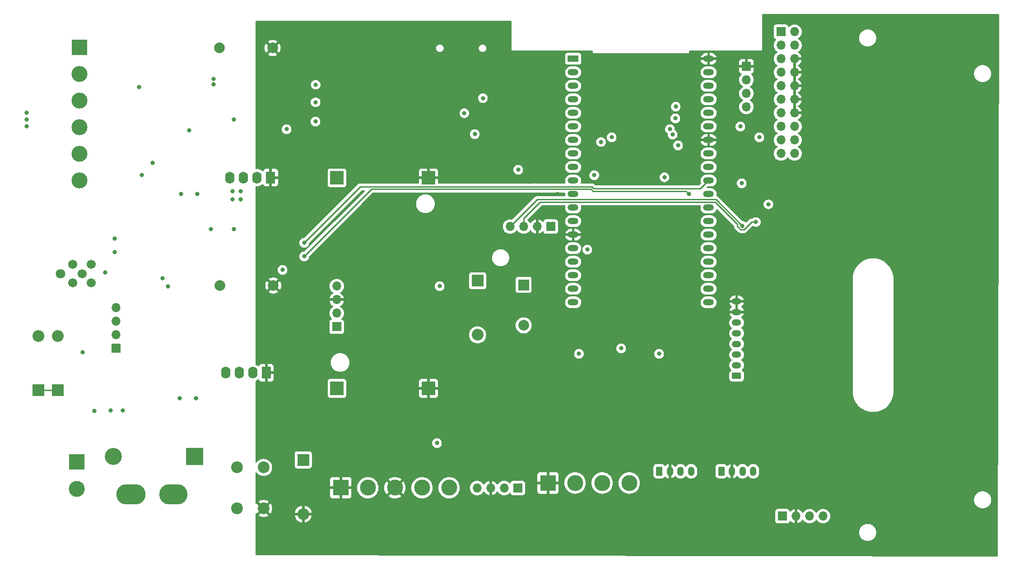
<source format=gbr>
%TF.GenerationSoftware,KiCad,Pcbnew,7.0.8*%
%TF.CreationDate,2023-11-15T18:30:51+02:00*%
%TF.ProjectId,CAN_DISPLAY,43414e5f-4449-4535-904c-41592e6b6963,rev?*%
%TF.SameCoordinates,Original*%
%TF.FileFunction,Copper,L2,Inr*%
%TF.FilePolarity,Positive*%
%FSLAX46Y46*%
G04 Gerber Fmt 4.6, Leading zero omitted, Abs format (unit mm)*
G04 Created by KiCad (PCBNEW 7.0.8) date 2023-11-15 18:30:51*
%MOMM*%
%LPD*%
G01*
G04 APERTURE LIST*
G04 Aperture macros list*
%AMRoundRect*
0 Rectangle with rounded corners*
0 $1 Rounding radius*
0 $2 $3 $4 $5 $6 $7 $8 $9 X,Y pos of 4 corners*
0 Add a 4 corners polygon primitive as box body*
4,1,4,$2,$3,$4,$5,$6,$7,$8,$9,$2,$3,0*
0 Add four circle primitives for the rounded corners*
1,1,$1+$1,$2,$3*
1,1,$1+$1,$4,$5*
1,1,$1+$1,$6,$7*
1,1,$1+$1,$8,$9*
0 Add four rect primitives between the rounded corners*
20,1,$1+$1,$2,$3,$4,$5,0*
20,1,$1+$1,$4,$5,$6,$7,0*
20,1,$1+$1,$6,$7,$8,$9,0*
20,1,$1+$1,$8,$9,$2,$3,0*%
G04 Aperture macros list end*
%TA.AperFunction,ComponentPad*%
%ADD10R,3.000000X3.000000*%
%TD*%
%TA.AperFunction,ComponentPad*%
%ADD11C,3.000000*%
%TD*%
%TA.AperFunction,ComponentPad*%
%ADD12R,1.700000X1.700000*%
%TD*%
%TA.AperFunction,ComponentPad*%
%ADD13O,1.700000X1.700000*%
%TD*%
%TA.AperFunction,ComponentPad*%
%ADD14RoundRect,0.250000X-0.350000X-0.625000X0.350000X-0.625000X0.350000X0.625000X-0.350000X0.625000X0*%
%TD*%
%TA.AperFunction,ComponentPad*%
%ADD15O,1.200000X1.750000*%
%TD*%
%TA.AperFunction,ComponentPad*%
%ADD16R,2.200000X2.200000*%
%TD*%
%TA.AperFunction,ComponentPad*%
%ADD17O,2.200000X2.200000*%
%TD*%
%TA.AperFunction,ComponentPad*%
%ADD18RoundRect,0.250000X0.625000X-0.350000X0.625000X0.350000X-0.625000X0.350000X-0.625000X-0.350000X0*%
%TD*%
%TA.AperFunction,ComponentPad*%
%ADD19O,1.750000X1.200000*%
%TD*%
%TA.AperFunction,ComponentPad*%
%ADD20C,2.200000*%
%TD*%
%TA.AperFunction,ComponentPad*%
%ADD21R,1.750000X2.250000*%
%TD*%
%TA.AperFunction,ComponentPad*%
%ADD22O,1.750000X2.250000*%
%TD*%
%TA.AperFunction,ComponentPad*%
%ADD23C,1.701800*%
%TD*%
%TA.AperFunction,ComponentPad*%
%ADD24C,1.803400*%
%TD*%
%TA.AperFunction,ComponentPad*%
%ADD25R,2.000000X2.000000*%
%TD*%
%TA.AperFunction,ComponentPad*%
%ADD26C,2.000000*%
%TD*%
%TA.AperFunction,ComponentPad*%
%ADD27O,5.500000X3.800000*%
%TD*%
%TA.AperFunction,ComponentPad*%
%ADD28O,5.300000X3.800000*%
%TD*%
%TA.AperFunction,ComponentPad*%
%ADD29R,2.000000X1.200000*%
%TD*%
%TA.AperFunction,ComponentPad*%
%ADD30O,2.000000X1.200000*%
%TD*%
%TA.AperFunction,ComponentPad*%
%ADD31R,3.200000X3.200000*%
%TD*%
%TA.AperFunction,ComponentPad*%
%ADD32O,3.200000X3.200000*%
%TD*%
%TA.AperFunction,ComponentPad*%
%ADD33R,2.500000X2.500000*%
%TD*%
%TA.AperFunction,ViaPad*%
%ADD34C,0.800000*%
%TD*%
%TA.AperFunction,Conductor*%
%ADD35C,0.250000*%
%TD*%
G04 APERTURE END LIST*
D10*
%TO.N,Net-(J6-Pin_1)*%
%TO.C,J6*%
X64516000Y-134620000D03*
D11*
%TO.N,GNDPWR*%
X64516000Y-139700000D03*
%TD*%
D12*
%TO.N,+3V3*%
%TO.C,J16*%
X196860000Y-144780000D03*
D13*
%TO.N,GND*%
X199400000Y-144780000D03*
%TO.N,I2C_SCL*%
X201940000Y-144780000D03*
%TO.N,I2C_SDA*%
X204480000Y-144780000D03*
%TD*%
D14*
%TO.N,+3V3*%
%TO.C,J3*%
X173769000Y-136352000D03*
D15*
%TO.N,GND*%
X175769000Y-136352000D03*
%TO.N,I2C_SCL*%
X177769000Y-136352000D03*
%TO.N,I2C_SDA*%
X179769000Y-136352000D03*
%TD*%
D16*
%TO.N,Net-(D1-K)*%
%TO.C,D11*%
X57327800Y-121158000D03*
D17*
%TO.N,GND2*%
X57327800Y-110998000D03*
%TD*%
D12*
%TO.N,unconnected-(J8-Pin_1-Pad1)*%
%TO.C,J8*%
X113284000Y-109220000D03*
D13*
%TO.N,+12V*%
X113284000Y-106680000D03*
%TO.N,GND*%
X113284000Y-104140000D03*
%TO.N,+5V*%
X113284000Y-101600000D03*
%TD*%
D18*
%TO.N,+5V*%
%TO.C,J14*%
X188278600Y-118455200D03*
D19*
X188278600Y-116455200D03*
%TO.N,unconnected-(J14-Pin_3-Pad3)*%
X188278600Y-114455200D03*
%TO.N,/Display/DWIN TX*%
X188278600Y-112455200D03*
%TO.N,/Display/DWIN RX*%
X188278600Y-110455200D03*
%TO.N,unconnected-(J14-Pin_6-Pad6)*%
X188278600Y-108455200D03*
%TO.N,GND*%
X188278600Y-106455200D03*
X188278600Y-104455200D03*
%TD*%
D10*
%TO.N,Net-(J20-Pin_1)*%
%TO.C,J20*%
X65024000Y-56788000D03*
D11*
%TO.N,/Isolated/NMEA IN-*%
X65024000Y-61788000D03*
%TO.N,/Isolated/NMEA IN+*%
X65024000Y-66788000D03*
%TO.N,Net-(J20-Pin_1)*%
X65024000Y-71788000D03*
%TO.N,/Isolated/NMEA OUT-*%
X65024000Y-76788000D03*
%TO.N,/Isolated/NMEA OUT+*%
X65024000Y-81788000D03*
%TD*%
D20*
%TO.N,Net-(D12-K)*%
%TO.C,FL1*%
X94568000Y-135636000D03*
%TO.N,/PowerSuply/12V_FL*%
X99568000Y-135636000D03*
%TO.N,GND*%
X99568000Y-143336000D03*
%TO.N,GNDPWR*%
X94568000Y-143336000D03*
%TD*%
D16*
%TO.N,+5V*%
%TO.C,D6*%
X139700000Y-100584000D03*
D17*
%TO.N,Net-(BZ1-+)*%
X139700000Y-110744000D03*
%TD*%
D12*
%TO.N,unconnected-(J10-Pin_1-Pad1)*%
%TO.C,J10*%
X147231400Y-139491000D03*
D13*
%TO.N,+12V*%
X144691400Y-139491000D03*
%TO.N,GND*%
X142151400Y-139491000D03*
%TO.N,+5VP*%
X139611400Y-139491000D03*
%TD*%
D21*
%TO.N,GND*%
%TO.C,PS1*%
X100076000Y-117856000D03*
D22*
%TO.N,+5V*%
X97536000Y-117856000D03*
%TO.N,GND2*%
X94996000Y-117856000D03*
%TO.N,Net-(JP2-B)*%
X92456000Y-117856000D03*
%TD*%
D23*
%TO.N,Net-(JP3-A)*%
%TO.C,J4*%
X67289500Y-97475000D03*
%TO.N,Net-(D1-A)*%
X67289500Y-101010534D03*
%TO.N,GND2*%
X63753966Y-101010534D03*
%TO.N,Net-(U3-CANH)*%
X63753966Y-97475000D03*
%TO.N,Net-(JP19-A)*%
X65521733Y-99242767D03*
D24*
%TO.N,Net-(JP3-A)*%
X61521741Y-99242767D03*
%TD*%
D25*
%TO.N,+5V*%
%TO.C,BZ1*%
X148336000Y-101356000D03*
D26*
%TO.N,Net-(BZ1-+)*%
X148336000Y-108956000D03*
%TD*%
D10*
%TO.N,GND*%
%TO.C,J15*%
X152908000Y-138557000D03*
D11*
%TO.N,/ESP32/GPIO_32_32K*%
X157988000Y-138557000D03*
%TO.N,/ESP32/GPIO_33_32K*%
X163068000Y-138557000D03*
%TO.N,+5VP*%
X168148000Y-138557000D03*
%TD*%
D12*
%TO.N,GND*%
%TO.C,J13*%
X190119000Y-60325000D03*
D13*
%TO.N,+3V3*%
X190119000Y-62865000D03*
%TO.N,/ESP32/GPIO_03_U0RXD*%
X190119000Y-65405000D03*
%TO.N,/ESP32/GPIO_01_U0TXD*%
X190119000Y-67945000D03*
%TD*%
D16*
%TO.N,Net-(D1-K)*%
%TO.C,D1*%
X60960000Y-121158000D03*
D17*
%TO.N,Net-(D1-A)*%
X60960000Y-110998000D03*
%TD*%
D16*
%TO.N,/PowerSuply/12V_FL*%
%TO.C,D10*%
X107010200Y-134213600D03*
D17*
%TO.N,GND*%
X107010200Y-144373600D03*
%TD*%
D27*
%TO.N,Net-(J6-Pin_1)*%
%TO.C,F1*%
X74676000Y-140716000D03*
D28*
%TO.N,Net-(D12-A)*%
X82676000Y-140716000D03*
%TD*%
D12*
%TO.N,unconnected-(J9-Pin_1-Pad1)*%
%TO.C,J9*%
X71882000Y-113233200D03*
D13*
%TO.N,Net-(D1-K)*%
X71882000Y-110693200D03*
%TO.N,GND2*%
X71882000Y-108153200D03*
%TO.N,Net-(J9-Pin_4)*%
X71882000Y-105613200D03*
%TD*%
D12*
%TO.N,+3V3*%
%TO.C,J19*%
X153416000Y-90424000D03*
D13*
%TO.N,GND*%
X150876000Y-90424000D03*
%TO.N,I2C_SCL*%
X148336000Y-90424000D03*
%TO.N,I2C_SDA*%
X145796000Y-90424000D03*
%TD*%
D26*
%TO.N,GND*%
%TO.C,C2*%
X101266000Y-56896000D03*
%TO.N,GND3*%
X91266000Y-56896000D03*
%TD*%
%TO.N,GND*%
%TO.C,C1*%
X101393000Y-101473000D03*
%TO.N,GND2*%
X91393000Y-101473000D03*
%TD*%
D29*
%TO.N,+3V3*%
%TO.C,U1*%
X157629100Y-58927800D03*
D30*
%TO.N,/ESP32/EN*%
X157629100Y-61467800D03*
%TO.N,/ESP32/GPIO_36*%
X157629100Y-64007800D03*
%TO.N,/ESP32/GPIO_39*%
X157629100Y-66547800D03*
%TO.N,/ESP32/GPIO_34*%
X157629100Y-69087800D03*
%TO.N,/ESP32/GPIO_35*%
X157629100Y-71627800D03*
%TO.N,/ESP32/GPIO_32_32K*%
X157629100Y-74167800D03*
%TO.N,/ESP32/GPIO_33_32K*%
X157629100Y-76707800D03*
%TO.N,/ESP32/GPIO_25*%
X157629100Y-79247800D03*
%TO.N,/ESP32/GPIO_26*%
X157629100Y-81787800D03*
%TO.N,/ESP32/GPIO_27*%
X157629100Y-84327800D03*
%TO.N,/ESP32/GPIO_14*%
X157629100Y-86867800D03*
%TO.N,/ESP32/GPIO_12*%
X157629100Y-89407800D03*
%TO.N,GND*%
X157629100Y-91947800D03*
%TO.N,/ESP32/GPIO_13*%
X157629100Y-94487800D03*
%TO.N,/ESP32/GPIO_9*%
X157629100Y-97027800D03*
%TO.N,/ESP32/GPIO_10*%
X157629100Y-99567800D03*
%TO.N,unconnected-(U1-CMD-Pad18)*%
X157629100Y-102107800D03*
%TO.N,+5V*%
X157629100Y-104647800D03*
%TO.N,/ESP32/GPIO_6*%
X183025420Y-104645080D03*
%TO.N,/ESP32/GPIO_7*%
X183025420Y-102105080D03*
%TO.N,/ESP32/GPIO_8*%
X183029100Y-99567800D03*
%TO.N,/ESP32/GPIO_15*%
X183029100Y-97027800D03*
%TO.N,/ESP32/GPIO_02*%
X183029100Y-94487800D03*
%TO.N,/ESP32/GPIO_00_BOOT*%
X183029100Y-91947800D03*
%TO.N,/ESP32/GPIO_04*%
X183029100Y-89407800D03*
%TO.N,/ESP32/GPIO_16*%
X183029100Y-86867800D03*
%TO.N,/ESP32/GPIO_17*%
X183029100Y-84327800D03*
%TO.N,/ESP32/GPIO_05*%
X183029100Y-81787800D03*
%TO.N,/ESP32/GPIO_18*%
X183029100Y-79247800D03*
%TO.N,/ESP32/GPIO_19*%
X183029100Y-76707800D03*
%TO.N,GND*%
X183029100Y-74167800D03*
%TO.N,/ESP32/GPIO_21*%
X183029100Y-71627800D03*
%TO.N,/ESP32/GPIO_03_U0RXD*%
X183029100Y-69087800D03*
%TO.N,/ESP32/GPIO_01_U0TXD*%
X183029100Y-66547800D03*
%TO.N,/ESP32/GPIO_22*%
X183029100Y-64007800D03*
%TO.N,/ESP32/GPIO_23*%
X183029100Y-61467800D03*
%TO.N,GND*%
X183029100Y-58927800D03*
%TD*%
D31*
%TO.N,Net-(D12-K)*%
%TO.C,D12*%
X86614000Y-133604000D03*
D32*
%TO.N,Net-(D12-A)*%
X71374000Y-133604000D03*
%TD*%
D33*
%TO.N,GND*%
%TO.C,PS3*%
X130492500Y-120777000D03*
%TO.N,+12V*%
X113347500Y-120777000D03*
%TO.N,GND*%
X130492500Y-81277000D03*
%TO.N,+5V*%
X113347500Y-81277000D03*
%TD*%
D14*
%TO.N,+3V3*%
%TO.C,J2*%
X185405000Y-136352000D03*
D15*
%TO.N,GND*%
X187405000Y-136352000D03*
%TO.N,I2C_SCL*%
X189405000Y-136352000D03*
%TO.N,I2C_SDA*%
X191405000Y-136352000D03*
%TD*%
D21*
%TO.N,GND*%
%TO.C,PS2*%
X100889500Y-81215500D03*
D22*
%TO.N,+5V*%
X98349500Y-81215500D03*
%TO.N,GND3*%
X95809500Y-81215500D03*
%TO.N,+5VA*%
X93269500Y-81215500D03*
%TD*%
D10*
%TO.N,GND*%
%TO.C,J5*%
X114046000Y-139446000D03*
D11*
%TO.N,/PowerSuply/12V_FL*%
X119126000Y-139446000D03*
%TO.N,GND*%
X124206000Y-139446000D03*
%TO.N,Net-(J5-Pin_4)*%
X129286000Y-139446000D03*
%TO.N,+12V*%
X134366000Y-139446000D03*
%TD*%
D12*
%TO.N,Net-(J18-Pin_1)*%
%TO.C,J18*%
X196596000Y-53848000D03*
D13*
%TO.N,unconnected-(J18-Pin_2-Pad2)*%
X199136000Y-53848000D03*
%TO.N,unconnected-(J18-Pin_3-Pad3)*%
X196596000Y-56388000D03*
%TO.N,unconnected-(J18-Pin_4-Pad4)*%
X199136000Y-56388000D03*
%TO.N,/ESP32/GPIO_12*%
X196596000Y-58928000D03*
%TO.N,GND*%
X199136000Y-58928000D03*
%TO.N,/ESP32/GPIO_14*%
X196596000Y-61468000D03*
%TO.N,GND*%
X199136000Y-61468000D03*
%TO.N,/ESP32/GPIO_13*%
X196596000Y-64008000D03*
%TO.N,GND*%
X199136000Y-64008000D03*
%TO.N,unconnected-(J18-Pin_11-Pad11)*%
X196596000Y-66548000D03*
%TO.N,GND*%
X199136000Y-66548000D03*
%TO.N,/ESP32/GPIO_15*%
X196596000Y-69088000D03*
%TO.N,GND*%
X199136000Y-69088000D03*
%TO.N,/ESP32/EN*%
X196596000Y-71628000D03*
%TO.N,unconnected-(J18-Pin_16-Pad16)*%
X199136000Y-71628000D03*
%TO.N,unconnected-(J18-Pin_17-Pad17)*%
X196596000Y-74168000D03*
%TO.N,unconnected-(J18-Pin_18-Pad18)*%
X199136000Y-74168000D03*
%TO.N,unconnected-(J18-Pin_19-Pad19)*%
X196596000Y-76708000D03*
%TO.N,unconnected-(J18-Pin_20-Pad20)*%
X199136000Y-76708000D03*
%TD*%
D34*
%TO.N,GND*%
X130506002Y-79032586D03*
X133604000Y-84836000D03*
X127127000Y-84836000D03*
X133604000Y-81280000D03*
X127127000Y-81280000D03*
%TO.N,/ESP32/GPIO_14*%
X158709900Y-114300000D03*
%TO.N,GND*%
X154686000Y-87122000D03*
X162837000Y-59862200D03*
X183515000Y-118999000D03*
X149346677Y-82008562D03*
X134061000Y-68884800D03*
X99669600Y-62636400D03*
X163322000Y-87122000D03*
X169672000Y-70612000D03*
X105943400Y-85598000D03*
X164592000Y-78740000D03*
X162538600Y-124813400D03*
X175768000Y-133858000D03*
X177292000Y-82042000D03*
X133985000Y-77851000D03*
X168808000Y-65777200D03*
X108712000Y-125984000D03*
X163322000Y-102616000D03*
X179832000Y-88646000D03*
X179885000Y-59449800D03*
X106172000Y-76200000D03*
X169672000Y-64008000D03*
X154686000Y-84328000D03*
X138633000Y-56972200D03*
X148539000Y-63601600D03*
X167404000Y-68561100D03*
X163576000Y-64008000D03*
X162030600Y-118717400D03*
X105664000Y-125984000D03*
X121920945Y-68878497D03*
X154686000Y-81280000D03*
X160263000Y-59862200D03*
X169650600Y-124813400D03*
X150368000Y-113284000D03*
X157589000Y-129418500D03*
X143866000Y-65328800D03*
X146837000Y-69218900D03*
X163576000Y-70612000D03*
X163322000Y-97028000D03*
X162763000Y-59007400D03*
X108483400Y-85598000D03*
X180594000Y-106426000D03*
X143866000Y-68529200D03*
X163322000Y-92202000D03*
X202481000Y-137211000D03*
X163322000Y-133096000D03*
X147117000Y-65278000D03*
X173990000Y-90932000D03*
X189992000Y-78740000D03*
X179324000Y-80518000D03*
X167441000Y-67181600D03*
X201973000Y-134671000D03*
X150520000Y-62280800D03*
X170180000Y-82042000D03*
X168796000Y-68586000D03*
X171450000Y-90932000D03*
X175260000Y-64008000D03*
X112776000Y-66294000D03*
X199005000Y-106731000D03*
X180340000Y-133096000D03*
X150876000Y-132588000D03*
X197533000Y-142105000D03*
X102616000Y-90932000D03*
X136534600Y-132537200D03*
X180594000Y-100838000D03*
X155092000Y-61569600D03*
X169142600Y-118717400D03*
X170225000Y-65777200D03*
X163322000Y-107696000D03*
X201574000Y-141427000D03*
X172720000Y-82042000D03*
X182372000Y-119126000D03*
X99733400Y-63922300D03*
X164592000Y-82042000D03*
X131064000Y-68757800D03*
X153924000Y-132588000D03*
X137033000Y-77851000D03*
X175260000Y-70612000D03*
X199005000Y-108763000D03*
X195580000Y-113030000D03*
X170225000Y-67169200D03*
X169164000Y-89154000D03*
X99568000Y-70358000D03*
X199005000Y-107747000D03*
X168821000Y-67181600D03*
X167386000Y-82042000D03*
X110186000Y-130552000D03*
X175514000Y-109220000D03*
X160263000Y-59007400D03*
X170225000Y-68573600D03*
X167416000Y-65764800D03*
X178816000Y-90424000D03*
%TO.N,/ESP32/EN*%
X176784000Y-70104000D03*
X166624000Y-113284000D03*
X194240000Y-86248900D03*
%TO.N,I2C_SDA*%
X189357000Y-90284900D03*
%TO.N,/ESP32/GPIO_32_32K*%
X164846000Y-73660000D03*
%TO.N,/ESP32/GPIO_27*%
X160274000Y-94742000D03*
%TO.N,/ESP32/GPIO_14*%
X162851500Y-74536300D03*
X177292000Y-75184000D03*
%TO.N,/ESP32/GPIO_12*%
X192532000Y-73660000D03*
X161581500Y-80772000D03*
%TO.N,/ESP32/GPIO_13*%
X176276000Y-73152000D03*
X188976000Y-71628000D03*
%TO.N,/ESP32/GPIO_15*%
X109316300Y-67087400D03*
X174752000Y-81154600D03*
%TO.N,/ESP32/GPIO_00_BOOT*%
X173736000Y-114300000D03*
%TO.N,+3V3*%
X147320000Y-79756000D03*
X139184000Y-73066400D03*
X137211000Y-69138800D03*
X103886000Y-72136000D03*
X103124000Y-98552000D03*
X189230000Y-82296000D03*
%TO.N,GND2*%
X67818000Y-125019000D03*
X71628000Y-95250000D03*
X93980000Y-90932000D03*
X83820000Y-122682000D03*
X71628000Y-92710000D03*
X80594200Y-100127000D03*
X86868000Y-122682000D03*
X81661000Y-101676000D03*
X65604300Y-113995000D03*
X89662000Y-90932000D03*
X73152000Y-124968000D03*
X69850000Y-99060000D03*
X70866000Y-124968000D03*
%TO.N,/ESP32/GPIO_19*%
X176868000Y-67901200D03*
%TO.N,/ESP32/GPIO_23*%
X140712000Y-66318800D03*
%TO.N,GND3*%
X90170000Y-62738000D03*
X93726000Y-83820000D03*
X95250000Y-83820000D03*
X84074000Y-84328000D03*
X76200000Y-64262000D03*
X85598000Y-72390000D03*
X55118000Y-71628000D03*
X87122000Y-84328000D03*
X55118000Y-69088000D03*
X78740000Y-78486000D03*
X93726000Y-85344000D03*
X90170000Y-63754000D03*
X55118000Y-70358000D03*
X76708000Y-80772000D03*
X95250000Y-85344000D03*
X93980000Y-70358000D03*
%TO.N,/ESP32/GPIO_16*%
X109306000Y-70690300D03*
%TO.N,/ESP32/GPIO_17*%
X175768000Y-72136000D03*
X109337000Y-63790700D03*
%TO.N,/ESP32/GPIO_05*%
X107188000Y-93472000D03*
%TO.N,/ESP32/GPIO_04*%
X179324000Y-84328000D03*
X107188000Y-96012000D03*
%TO.N,I2C_SCL*%
X191897000Y-89560400D03*
%TO.N,A2D_12V*%
X132080000Y-131064000D03*
X132588000Y-101600000D03*
%TD*%
D35*
%TO.N,I2C_SDA*%
X150876000Y-85344000D02*
X145796000Y-90424000D01*
X189357000Y-90284900D02*
X184416100Y-85344000D01*
X184416100Y-85344000D02*
X150876000Y-85344000D01*
%TO.N,Net-(D1-K)*%
X57327800Y-121158000D02*
X60960000Y-121158000D01*
%TO.N,/ESP32/GPIO_05*%
X107188000Y-93472000D02*
X117707200Y-82952800D01*
X117707200Y-82952800D02*
X161161595Y-82952800D01*
X161520795Y-83312000D02*
X181504900Y-83312000D01*
X181504900Y-83312000D02*
X183029100Y-81787800D01*
X161161595Y-82952800D02*
X161520795Y-83312000D01*
%TO.N,/ESP32/GPIO_04*%
X160975199Y-83402800D02*
X119797200Y-83402800D01*
X161334399Y-83762000D02*
X160975199Y-83402800D01*
X119797200Y-83402800D02*
X107188000Y-96012000D01*
X179324000Y-84328000D02*
X178758000Y-83762000D01*
X178758000Y-83762000D02*
X161334399Y-83762000D01*
%TO.N,I2C_SCL*%
X189657305Y-91009900D02*
X189056695Y-91009900D01*
X191106805Y-89560400D02*
X189657305Y-91009900D01*
X188409852Y-90363057D02*
X188409852Y-89974148D01*
X151442000Y-85794000D02*
X148336000Y-88900000D01*
X191897000Y-89560400D02*
X191106805Y-89560400D01*
X188409852Y-89974148D02*
X184229704Y-85794000D01*
X189056695Y-91009900D02*
X188409852Y-90363057D01*
X184229704Y-85794000D02*
X151442000Y-85794000D01*
X148336000Y-88900000D02*
X148336000Y-90424000D01*
%TD*%
%TA.AperFunction,Conductor*%
%TO.N,GND*%
G36*
X188097652Y-104789563D02*
G01*
X188216024Y-104830200D01*
X188309673Y-104830200D01*
X188402046Y-104814786D01*
X188512114Y-104755219D01*
X188528600Y-104737310D01*
X188528600Y-106174582D01*
X188459548Y-106120837D01*
X188341176Y-106080200D01*
X188247527Y-106080200D01*
X188155154Y-106095614D01*
X188045086Y-106155181D01*
X188028600Y-106173089D01*
X188028600Y-104735817D01*
X188097652Y-104789563D01*
G37*
%TD.AperFunction*%
%TA.AperFunction,Conductor*%
G36*
X199386000Y-68652498D02*
G01*
X199278315Y-68603320D01*
X199171763Y-68588000D01*
X199100237Y-68588000D01*
X198993685Y-68603320D01*
X198886000Y-68652498D01*
X198886000Y-66983501D01*
X198993685Y-67032680D01*
X199100237Y-67048000D01*
X199171763Y-67048000D01*
X199278315Y-67032680D01*
X199386000Y-66983501D01*
X199386000Y-68652498D01*
G37*
%TD.AperFunction*%
%TA.AperFunction,Conductor*%
G36*
X199386000Y-66112498D02*
G01*
X199278315Y-66063320D01*
X199171763Y-66048000D01*
X199100237Y-66048000D01*
X198993685Y-66063320D01*
X198886000Y-66112498D01*
X198886000Y-64443501D01*
X198993685Y-64492680D01*
X199100237Y-64508000D01*
X199171763Y-64508000D01*
X199278315Y-64492680D01*
X199386000Y-64443501D01*
X199386000Y-66112498D01*
G37*
%TD.AperFunction*%
%TA.AperFunction,Conductor*%
G36*
X199386000Y-63572498D02*
G01*
X199278315Y-63523320D01*
X199171763Y-63508000D01*
X199100237Y-63508000D01*
X198993685Y-63523320D01*
X198886000Y-63572498D01*
X198886000Y-61903501D01*
X198993685Y-61952680D01*
X199100237Y-61968000D01*
X199171763Y-61968000D01*
X199278315Y-61952680D01*
X199386000Y-61903501D01*
X199386000Y-63572498D01*
G37*
%TD.AperFunction*%
%TA.AperFunction,Conductor*%
G36*
X199386000Y-61032498D02*
G01*
X199278315Y-60983320D01*
X199171763Y-60968000D01*
X199100237Y-60968000D01*
X198993685Y-60983320D01*
X198886000Y-61032498D01*
X198886000Y-59363501D01*
X198993685Y-59412680D01*
X199100237Y-59428000D01*
X199171763Y-59428000D01*
X199278315Y-59412680D01*
X199386000Y-59363501D01*
X199386000Y-61032498D01*
G37*
%TD.AperFunction*%
%TA.AperFunction,Conductor*%
G36*
X237431800Y-50561950D02*
G01*
X237477559Y-50614750D01*
X237488769Y-50666580D01*
X237235389Y-152272343D01*
X237215537Y-152339333D01*
X237162619Y-152384956D01*
X237111163Y-152396034D01*
X98166854Y-152142486D01*
X98099850Y-152122679D01*
X98054192Y-152069792D01*
X98043080Y-152018486D01*
X98043080Y-147827999D01*
X211246551Y-147827999D01*
X211254275Y-147926142D01*
X211254466Y-147931008D01*
X211254466Y-147953734D01*
X211258019Y-147976167D01*
X211258592Y-147981002D01*
X211262603Y-148031959D01*
X211266317Y-148079148D01*
X211266317Y-148079151D01*
X211266318Y-148079153D01*
X211289296Y-148174867D01*
X211290246Y-148179642D01*
X211293801Y-148202090D01*
X211300824Y-148223705D01*
X211302146Y-148228390D01*
X211325127Y-148324114D01*
X211362797Y-148415057D01*
X211364482Y-148419623D01*
X211370170Y-148437126D01*
X211371507Y-148441240D01*
X211371508Y-148441243D01*
X211371509Y-148441244D01*
X211381821Y-148461484D01*
X211383858Y-148465904D01*
X211421532Y-148556857D01*
X211472973Y-148640803D01*
X211475351Y-148645048D01*
X211482514Y-148659104D01*
X211485666Y-148665290D01*
X211485667Y-148665292D01*
X211499017Y-148683667D01*
X211501722Y-148687714D01*
X211551021Y-148768163D01*
X211553164Y-148771659D01*
X211553171Y-148771667D01*
X211617094Y-148846511D01*
X211620107Y-148850332D01*
X211633469Y-148868724D01*
X211649547Y-148884802D01*
X211652832Y-148888355D01*
X211716776Y-148963224D01*
X211791639Y-149027163D01*
X211795202Y-149030457D01*
X211811276Y-149046531D01*
X211829654Y-149059883D01*
X211829665Y-149059891D01*
X211833471Y-149062891D01*
X211908341Y-149126836D01*
X211908343Y-149126837D01*
X211908344Y-149126838D01*
X211908345Y-149126839D01*
X211992277Y-149178272D01*
X211996325Y-149180977D01*
X211996335Y-149180984D01*
X212014710Y-149194334D01*
X212034961Y-149204652D01*
X212039179Y-149207014D01*
X212123141Y-149258466D01*
X212123143Y-149258466D01*
X212123145Y-149258468D01*
X212164908Y-149275766D01*
X212214101Y-149296142D01*
X212218515Y-149298178D01*
X212226608Y-149302301D01*
X212238760Y-149308493D01*
X212260380Y-149315517D01*
X212264923Y-149317194D01*
X212355889Y-149354873D01*
X212451627Y-149377857D01*
X212456289Y-149379172D01*
X212477910Y-149386198D01*
X212477911Y-149386198D01*
X212477914Y-149386199D01*
X212486646Y-149387581D01*
X212500367Y-149389754D01*
X212505107Y-149390696D01*
X212600852Y-149413683D01*
X212699024Y-149421409D01*
X212703795Y-149421974D01*
X212726271Y-149425534D01*
X212726275Y-149425534D01*
X212748992Y-149425534D01*
X212753858Y-149425725D01*
X212852000Y-149433449D01*
X212950142Y-149425725D01*
X212955008Y-149425534D01*
X212977725Y-149425534D01*
X212977729Y-149425534D01*
X213000204Y-149421974D01*
X213004975Y-149421409D01*
X213103148Y-149413683D01*
X213198897Y-149390695D01*
X213203627Y-149389755D01*
X213226090Y-149386198D01*
X213247737Y-149379164D01*
X213252351Y-149377862D01*
X213348111Y-149354873D01*
X213439090Y-149317188D01*
X213443599Y-149315524D01*
X213465240Y-149308493D01*
X213485508Y-149298165D01*
X213489863Y-149296157D01*
X213580859Y-149258466D01*
X213664833Y-149207006D01*
X213669018Y-149204662D01*
X213689290Y-149194334D01*
X213707684Y-149180969D01*
X213711707Y-149178281D01*
X213795659Y-149126836D01*
X213870547Y-149062875D01*
X213874314Y-149059906D01*
X213892724Y-149046531D01*
X213908819Y-149030435D01*
X213912347Y-149027174D01*
X213987224Y-148963224D01*
X214051174Y-148888347D01*
X214054435Y-148884819D01*
X214070531Y-148868724D01*
X214083906Y-148850314D01*
X214086875Y-148846547D01*
X214150836Y-148771659D01*
X214202281Y-148687707D01*
X214204969Y-148683684D01*
X214218334Y-148665290D01*
X214228662Y-148645018D01*
X214231006Y-148640833D01*
X214282466Y-148556859D01*
X214320157Y-148465863D01*
X214322165Y-148461508D01*
X214332493Y-148441240D01*
X214339524Y-148419599D01*
X214341188Y-148415090D01*
X214378873Y-148324111D01*
X214401862Y-148228351D01*
X214403164Y-148223737D01*
X214410198Y-148202090D01*
X214413755Y-148179627D01*
X214414695Y-148174897D01*
X214437683Y-148079148D01*
X214445409Y-147980978D01*
X214445974Y-147976201D01*
X214449534Y-147953729D01*
X214450155Y-147922043D01*
X214450334Y-147918401D01*
X214457449Y-147828000D01*
X214450333Y-147737593D01*
X214450155Y-147733946D01*
X214449979Y-147724990D01*
X214449534Y-147702271D01*
X214445974Y-147679798D01*
X214445409Y-147675021D01*
X214437683Y-147576852D01*
X214414696Y-147481107D01*
X214413753Y-147476357D01*
X214410198Y-147453913D01*
X214410198Y-147453911D01*
X214410195Y-147453903D01*
X214403172Y-147432289D01*
X214401857Y-147427627D01*
X214378873Y-147331889D01*
X214341194Y-147240923D01*
X214339517Y-147236380D01*
X214332493Y-147214760D01*
X214322178Y-147194515D01*
X214320139Y-147190093D01*
X214282468Y-147099145D01*
X214282466Y-147099141D01*
X214231014Y-147015179D01*
X214228649Y-147010955D01*
X214218337Y-146990716D01*
X214218334Y-146990710D01*
X214210039Y-146979293D01*
X214204977Y-146972325D01*
X214202272Y-146968277D01*
X214150839Y-146884345D01*
X214150838Y-146884344D01*
X214150837Y-146884343D01*
X214150836Y-146884341D01*
X214086891Y-146809471D01*
X214083891Y-146805665D01*
X214070531Y-146787276D01*
X214054453Y-146771198D01*
X214051163Y-146767639D01*
X213987224Y-146692776D01*
X213912355Y-146628832D01*
X213908799Y-146625544D01*
X213892724Y-146609469D01*
X213874332Y-146596107D01*
X213870511Y-146593094D01*
X213795667Y-146529171D01*
X213795659Y-146529164D01*
X213795654Y-146529161D01*
X213795653Y-146529160D01*
X213711714Y-146477722D01*
X213707667Y-146475017D01*
X213689292Y-146461667D01*
X213689290Y-146461666D01*
X213683104Y-146458514D01*
X213669048Y-146451351D01*
X213664803Y-146448973D01*
X213580857Y-146397532D01*
X213489904Y-146359858D01*
X213485484Y-146357821D01*
X213465244Y-146347509D01*
X213465243Y-146347508D01*
X213465240Y-146347507D01*
X213461126Y-146346170D01*
X213443623Y-146340482D01*
X213439057Y-146338797D01*
X213348114Y-146301127D01*
X213252390Y-146278146D01*
X213247705Y-146276824D01*
X213226090Y-146269801D01*
X213203642Y-146266246D01*
X213198867Y-146265296D01*
X213103152Y-146242318D01*
X213103153Y-146242318D01*
X213103151Y-146242317D01*
X213103148Y-146242317D01*
X213055959Y-146238603D01*
X213005002Y-146234592D01*
X213000167Y-146234019D01*
X212977734Y-146230466D01*
X212977729Y-146230466D01*
X212955008Y-146230466D01*
X212950142Y-146230275D01*
X212852000Y-146222551D01*
X212753858Y-146230275D01*
X212748992Y-146230466D01*
X212726271Y-146230466D01*
X212703833Y-146234019D01*
X212698998Y-146234592D01*
X212600851Y-146242317D01*
X212600844Y-146242318D01*
X212505132Y-146265296D01*
X212500357Y-146266246D01*
X212477913Y-146269801D01*
X212477903Y-146269803D01*
X212456299Y-146276823D01*
X212451612Y-146278145D01*
X212355891Y-146301125D01*
X212264938Y-146338799D01*
X212260373Y-146340483D01*
X212238757Y-146347507D01*
X212218515Y-146357820D01*
X212214098Y-146359856D01*
X212123141Y-146397534D01*
X212039201Y-146448970D01*
X212034958Y-146451347D01*
X212014716Y-146461662D01*
X212014708Y-146461667D01*
X211996330Y-146475018D01*
X211992286Y-146477720D01*
X211908339Y-146529165D01*
X211833482Y-146593098D01*
X211829660Y-146596111D01*
X211811276Y-146609469D01*
X211795198Y-146625544D01*
X211791626Y-146628846D01*
X211716775Y-146692775D01*
X211652846Y-146767626D01*
X211649544Y-146771198D01*
X211633469Y-146787276D01*
X211620111Y-146805660D01*
X211617098Y-146809482D01*
X211553165Y-146884339D01*
X211501720Y-146968286D01*
X211499018Y-146972330D01*
X211485667Y-146990708D01*
X211485662Y-146990716D01*
X211475347Y-147010958D01*
X211472970Y-147015201D01*
X211421534Y-147099141D01*
X211383856Y-147190098D01*
X211381820Y-147194515D01*
X211371507Y-147214757D01*
X211364483Y-147236373D01*
X211362799Y-147240938D01*
X211325125Y-147331891D01*
X211302145Y-147427612D01*
X211300823Y-147432299D01*
X211293803Y-147453903D01*
X211293801Y-147453913D01*
X211290246Y-147476357D01*
X211289296Y-147481132D01*
X211266318Y-147576844D01*
X211266317Y-147576851D01*
X211258592Y-147674998D01*
X211258019Y-147679833D01*
X211254466Y-147702270D01*
X211254466Y-147724990D01*
X211254275Y-147729856D01*
X211246551Y-147827999D01*
X98043080Y-147827999D01*
X98043080Y-144349262D01*
X98062765Y-144282223D01*
X98115569Y-144236468D01*
X98184727Y-144226524D01*
X98248283Y-144255549D01*
X98267383Y-144276355D01*
X98269579Y-144279376D01*
X98270264Y-144280178D01*
X98270266Y-144280178D01*
X99005226Y-143545219D01*
X99043901Y-143638588D01*
X99140075Y-143763925D01*
X99265412Y-143860099D01*
X99358779Y-143898772D01*
X98623819Y-144633732D01*
X98624636Y-144634430D01*
X98624638Y-144634432D01*
X98839368Y-144766019D01*
X99072043Y-144862396D01*
X99316927Y-144921187D01*
X99568000Y-144940947D01*
X99819072Y-144921187D01*
X100063956Y-144862396D01*
X100296631Y-144766019D01*
X100511360Y-144634432D01*
X100511371Y-144634424D01*
X100512179Y-144633732D01*
X100502047Y-144623600D01*
X105424928Y-144623600D01*
X105425011Y-144624667D01*
X105483803Y-144869556D01*
X105580180Y-145102231D01*
X105711768Y-145316962D01*
X105711771Y-145316967D01*
X105875330Y-145508469D01*
X106066832Y-145672028D01*
X106066837Y-145672031D01*
X106281568Y-145803619D01*
X106514243Y-145899996D01*
X106759132Y-145958788D01*
X106760199Y-145958871D01*
X106760200Y-145958871D01*
X106760200Y-144865283D01*
X106789019Y-144882809D01*
X106934604Y-144923600D01*
X107047822Y-144923600D01*
X107159983Y-144908184D01*
X107260200Y-144864653D01*
X107260200Y-145958871D01*
X107261267Y-145958788D01*
X107506156Y-145899996D01*
X107738831Y-145803619D01*
X107944034Y-145677870D01*
X195509500Y-145677870D01*
X195509501Y-145677876D01*
X195515908Y-145737483D01*
X195566202Y-145872328D01*
X195566206Y-145872335D01*
X195652452Y-145987544D01*
X195652455Y-145987547D01*
X195767664Y-146073793D01*
X195767671Y-146073797D01*
X195902517Y-146124091D01*
X195902516Y-146124091D01*
X195909444Y-146124835D01*
X195962127Y-146130500D01*
X197757872Y-146130499D01*
X197817483Y-146124091D01*
X197952331Y-146073796D01*
X198067546Y-145987546D01*
X198153796Y-145872331D01*
X198203002Y-145740401D01*
X198244872Y-145684468D01*
X198310337Y-145660050D01*
X198378610Y-145674901D01*
X198406865Y-145696053D01*
X198528917Y-145818105D01*
X198722421Y-145953600D01*
X198936507Y-146053429D01*
X198936516Y-146053433D01*
X199150000Y-146110634D01*
X199150000Y-145215501D01*
X199257685Y-145264680D01*
X199364237Y-145280000D01*
X199435763Y-145280000D01*
X199542315Y-145264680D01*
X199650000Y-145215501D01*
X199650000Y-146110633D01*
X199863483Y-146053433D01*
X199863492Y-146053429D01*
X200077578Y-145953600D01*
X200271082Y-145818105D01*
X200438105Y-145651082D01*
X200568119Y-145465405D01*
X200622696Y-145421781D01*
X200692195Y-145414588D01*
X200754549Y-145446110D01*
X200771269Y-145465405D01*
X200901505Y-145651401D01*
X201068599Y-145818495D01*
X201165384Y-145886265D01*
X201262165Y-145954032D01*
X201262167Y-145954033D01*
X201262170Y-145954035D01*
X201476337Y-146053903D01*
X201704592Y-146115063D01*
X201881034Y-146130500D01*
X201939999Y-146135659D01*
X201940000Y-146135659D01*
X201940001Y-146135659D01*
X201998966Y-146130500D01*
X202175408Y-146115063D01*
X202403663Y-146053903D01*
X202617830Y-145954035D01*
X202811401Y-145818495D01*
X202978495Y-145651401D01*
X203108425Y-145465842D01*
X203163002Y-145422217D01*
X203232500Y-145415023D01*
X203294855Y-145446546D01*
X203311575Y-145465842D01*
X203441500Y-145651395D01*
X203441505Y-145651401D01*
X203608599Y-145818495D01*
X203705384Y-145886265D01*
X203802165Y-145954032D01*
X203802167Y-145954033D01*
X203802170Y-145954035D01*
X204016337Y-146053903D01*
X204244592Y-146115063D01*
X204421034Y-146130500D01*
X204479999Y-146135659D01*
X204480000Y-146135659D01*
X204480001Y-146135659D01*
X204538966Y-146130500D01*
X204715408Y-146115063D01*
X204943663Y-146053903D01*
X205157830Y-145954035D01*
X205351401Y-145818495D01*
X205518495Y-145651401D01*
X205654035Y-145457830D01*
X205753903Y-145243663D01*
X205815063Y-145015408D01*
X205835659Y-144780000D01*
X205815063Y-144544592D01*
X205753903Y-144316337D01*
X205654035Y-144102171D01*
X205648731Y-144094595D01*
X205518494Y-143908597D01*
X205351402Y-143741506D01*
X205351395Y-143741501D01*
X205157834Y-143605967D01*
X205157830Y-143605965D01*
X205117314Y-143587072D01*
X204943663Y-143506097D01*
X204943659Y-143506096D01*
X204943655Y-143506094D01*
X204715413Y-143444938D01*
X204715403Y-143444936D01*
X204480001Y-143424341D01*
X204479999Y-143424341D01*
X204244596Y-143444936D01*
X204244586Y-143444938D01*
X204016344Y-143506094D01*
X204016335Y-143506098D01*
X203802171Y-143605964D01*
X203802169Y-143605965D01*
X203608597Y-143741505D01*
X203441505Y-143908597D01*
X203311575Y-144094158D01*
X203256998Y-144137783D01*
X203187500Y-144144977D01*
X203125145Y-144113454D01*
X203108425Y-144094158D01*
X202978494Y-143908597D01*
X202811402Y-143741506D01*
X202811395Y-143741501D01*
X202617834Y-143605967D01*
X202617830Y-143605965D01*
X202577314Y-143587072D01*
X202403663Y-143506097D01*
X202403659Y-143506096D01*
X202403655Y-143506094D01*
X202175413Y-143444938D01*
X202175403Y-143444936D01*
X201940001Y-143424341D01*
X201939999Y-143424341D01*
X201704596Y-143444936D01*
X201704586Y-143444938D01*
X201476344Y-143506094D01*
X201476335Y-143506098D01*
X201262171Y-143605964D01*
X201262169Y-143605965D01*
X201068597Y-143741505D01*
X200901508Y-143908594D01*
X200771269Y-144094595D01*
X200716692Y-144138219D01*
X200647193Y-144145412D01*
X200584839Y-144113890D01*
X200568119Y-144094594D01*
X200438113Y-143908926D01*
X200438108Y-143908920D01*
X200271082Y-143741894D01*
X200077578Y-143606399D01*
X199863492Y-143506570D01*
X199863486Y-143506567D01*
X199650000Y-143449364D01*
X199650000Y-144344498D01*
X199542315Y-144295320D01*
X199435763Y-144280000D01*
X199364237Y-144280000D01*
X199257685Y-144295320D01*
X199150000Y-144344498D01*
X199150000Y-143449364D01*
X199149999Y-143449364D01*
X198936513Y-143506567D01*
X198936507Y-143506570D01*
X198722422Y-143606399D01*
X198722420Y-143606400D01*
X198528926Y-143741886D01*
X198406865Y-143863947D01*
X198345542Y-143897431D01*
X198275850Y-143892447D01*
X198219917Y-143850575D01*
X198203002Y-143819598D01*
X198153797Y-143687671D01*
X198153793Y-143687664D01*
X198067547Y-143572455D01*
X198067544Y-143572452D01*
X197952335Y-143486206D01*
X197952328Y-143486202D01*
X197817482Y-143435908D01*
X197817483Y-143435908D01*
X197757883Y-143429501D01*
X197757881Y-143429500D01*
X197757873Y-143429500D01*
X197757864Y-143429500D01*
X195962129Y-143429500D01*
X195962123Y-143429501D01*
X195902516Y-143435908D01*
X195767671Y-143486202D01*
X195767664Y-143486206D01*
X195652455Y-143572452D01*
X195652452Y-143572455D01*
X195566206Y-143687664D01*
X195566202Y-143687671D01*
X195515908Y-143822517D01*
X195509501Y-143882116D01*
X195509500Y-143882135D01*
X195509500Y-145677870D01*
X107944034Y-145677870D01*
X107953562Y-145672031D01*
X107953567Y-145672028D01*
X108145069Y-145508469D01*
X108308628Y-145316967D01*
X108308631Y-145316962D01*
X108440219Y-145102231D01*
X108536596Y-144869556D01*
X108595388Y-144624667D01*
X108595472Y-144623600D01*
X107505052Y-144623600D01*
X107553759Y-144486553D01*
X107564077Y-144335714D01*
X107533316Y-144187685D01*
X107500110Y-144123600D01*
X108595471Y-144123600D01*
X108595471Y-144123599D01*
X108595388Y-144122532D01*
X108536596Y-143877643D01*
X108440219Y-143644968D01*
X108308631Y-143430237D01*
X108308628Y-143430232D01*
X108145069Y-143238730D01*
X107953567Y-143075171D01*
X107953562Y-143075168D01*
X107738831Y-142943580D01*
X107506156Y-142847203D01*
X107261264Y-142788411D01*
X107260200Y-142788326D01*
X107260200Y-143881916D01*
X107231381Y-143864391D01*
X107085796Y-143823600D01*
X106972578Y-143823600D01*
X106860417Y-143839016D01*
X106760200Y-143882546D01*
X106760200Y-142788326D01*
X106759135Y-142788411D01*
X106514243Y-142847203D01*
X106281568Y-142943580D01*
X106066837Y-143075168D01*
X106066832Y-143075171D01*
X105875330Y-143238730D01*
X105711771Y-143430232D01*
X105711768Y-143430237D01*
X105580180Y-143644968D01*
X105483803Y-143877643D01*
X105425011Y-144122532D01*
X105424928Y-144123599D01*
X105424929Y-144123600D01*
X106515348Y-144123600D01*
X106466641Y-144260647D01*
X106456323Y-144411486D01*
X106487084Y-144559515D01*
X106520290Y-144623600D01*
X105424928Y-144623600D01*
X100502047Y-144623600D01*
X99777220Y-143898772D01*
X99870588Y-143860099D01*
X99995925Y-143763925D01*
X100092099Y-143638589D01*
X100130773Y-143545220D01*
X100865732Y-144280179D01*
X100866424Y-144279371D01*
X100866432Y-144279360D01*
X100998019Y-144064631D01*
X101094396Y-143831956D01*
X101153187Y-143587072D01*
X101172947Y-143336000D01*
X101153187Y-143084927D01*
X101094396Y-142840043D01*
X100998019Y-142607368D01*
X100866432Y-142392638D01*
X100866430Y-142392636D01*
X100865732Y-142391819D01*
X100130772Y-143126779D01*
X100092099Y-143033412D01*
X99995925Y-142908075D01*
X99870588Y-142811901D01*
X99777219Y-142773226D01*
X100512178Y-142038266D01*
X100512178Y-142038264D01*
X100511374Y-142037577D01*
X100511358Y-142037566D01*
X100296631Y-141905980D01*
X100063956Y-141809603D01*
X99819072Y-141750812D01*
X99568000Y-141731052D01*
X99316927Y-141750812D01*
X99072043Y-141809603D01*
X98839368Y-141905980D01*
X98624637Y-142037568D01*
X98623820Y-142038266D01*
X99358780Y-142773226D01*
X99265412Y-142811901D01*
X99140075Y-142908075D01*
X99043901Y-143033411D01*
X99005226Y-143126780D01*
X98270266Y-142391820D01*
X98269568Y-142392637D01*
X98267396Y-142395627D01*
X98212066Y-142438291D01*
X98142452Y-142444269D01*
X98080658Y-142411661D01*
X98046302Y-142350822D01*
X98043080Y-142322739D01*
X98043080Y-141699999D01*
X232794551Y-141699999D01*
X232802275Y-141798142D01*
X232802466Y-141803008D01*
X232802466Y-141825734D01*
X232806019Y-141848167D01*
X232806592Y-141853002D01*
X232810603Y-141903959D01*
X232814317Y-141951148D01*
X232814317Y-141951151D01*
X232814318Y-141951153D01*
X232837296Y-142046867D01*
X232838246Y-142051642D01*
X232841801Y-142074090D01*
X232848824Y-142095705D01*
X232850146Y-142100390D01*
X232873127Y-142196114D01*
X232910797Y-142287057D01*
X232912482Y-142291623D01*
X232918170Y-142309126D01*
X232919507Y-142313240D01*
X232919508Y-142313243D01*
X232919509Y-142313244D01*
X232929821Y-142333484D01*
X232931858Y-142337904D01*
X232969532Y-142428857D01*
X233020973Y-142512803D01*
X233023351Y-142517048D01*
X233030514Y-142531104D01*
X233033666Y-142537290D01*
X233033667Y-142537292D01*
X233047017Y-142555667D01*
X233049722Y-142559714D01*
X233099021Y-142640163D01*
X233101164Y-142643659D01*
X233101171Y-142643667D01*
X233165094Y-142718511D01*
X233168107Y-142722332D01*
X233181469Y-142740724D01*
X233197547Y-142756802D01*
X233200832Y-142760355D01*
X233264776Y-142835224D01*
X233339639Y-142899163D01*
X233343202Y-142902457D01*
X233359276Y-142918531D01*
X233377654Y-142931883D01*
X233377665Y-142931891D01*
X233381471Y-142934891D01*
X233456341Y-142998836D01*
X233456343Y-142998837D01*
X233456344Y-142998838D01*
X233456345Y-142998839D01*
X233540277Y-143050272D01*
X233544325Y-143052977D01*
X233544335Y-143052984D01*
X233562710Y-143066334D01*
X233582961Y-143076652D01*
X233587179Y-143079014D01*
X233671141Y-143130466D01*
X233671143Y-143130466D01*
X233671145Y-143130468D01*
X233712908Y-143147766D01*
X233762101Y-143168142D01*
X233766515Y-143170178D01*
X233774608Y-143174301D01*
X233786760Y-143180493D01*
X233808380Y-143187517D01*
X233812923Y-143189194D01*
X233903889Y-143226873D01*
X233999627Y-143249857D01*
X234004289Y-143251172D01*
X234025910Y-143258198D01*
X234025911Y-143258198D01*
X234025914Y-143258199D01*
X234034646Y-143259581D01*
X234048367Y-143261754D01*
X234053107Y-143262696D01*
X234148852Y-143285683D01*
X234247024Y-143293409D01*
X234251795Y-143293974D01*
X234274271Y-143297534D01*
X234274275Y-143297534D01*
X234296992Y-143297534D01*
X234301858Y-143297725D01*
X234400000Y-143305449D01*
X234498142Y-143297725D01*
X234503008Y-143297534D01*
X234525725Y-143297534D01*
X234525729Y-143297534D01*
X234548204Y-143293974D01*
X234552975Y-143293409D01*
X234651148Y-143285683D01*
X234746897Y-143262695D01*
X234751627Y-143261755D01*
X234774090Y-143258198D01*
X234795737Y-143251164D01*
X234800351Y-143249862D01*
X234896111Y-143226873D01*
X234987090Y-143189188D01*
X234991599Y-143187524D01*
X235013240Y-143180493D01*
X235033508Y-143170165D01*
X235037863Y-143168157D01*
X235128859Y-143130466D01*
X235212833Y-143079006D01*
X235217018Y-143076662D01*
X235237290Y-143066334D01*
X235255684Y-143052969D01*
X235259707Y-143050281D01*
X235343659Y-142998836D01*
X235418547Y-142934875D01*
X235422314Y-142931906D01*
X235440724Y-142918531D01*
X235456819Y-142902435D01*
X235460347Y-142899174D01*
X235535224Y-142835224D01*
X235599174Y-142760347D01*
X235602435Y-142756819D01*
X235618531Y-142740724D01*
X235631906Y-142722314D01*
X235634875Y-142718547D01*
X235698836Y-142643659D01*
X235750281Y-142559707D01*
X235752969Y-142555684D01*
X235766334Y-142537290D01*
X235776662Y-142517018D01*
X235779006Y-142512833D01*
X235830466Y-142428859D01*
X235868157Y-142337863D01*
X235870165Y-142333508D01*
X235880493Y-142313240D01*
X235887524Y-142291599D01*
X235889188Y-142287090D01*
X235926873Y-142196111D01*
X235949862Y-142100351D01*
X235951164Y-142095737D01*
X235958198Y-142074090D01*
X235961755Y-142051627D01*
X235962695Y-142046897D01*
X235985683Y-141951148D01*
X235993409Y-141852978D01*
X235993974Y-141848201D01*
X235997534Y-141825729D01*
X235998155Y-141794043D01*
X235998334Y-141790401D01*
X236005449Y-141700000D01*
X235998333Y-141609593D01*
X235998155Y-141605946D01*
X235997979Y-141596990D01*
X235997534Y-141574271D01*
X235993974Y-141551798D01*
X235993409Y-141547021D01*
X235985683Y-141448852D01*
X235962696Y-141353107D01*
X235961753Y-141348357D01*
X235958198Y-141325913D01*
X235958198Y-141325911D01*
X235958195Y-141325903D01*
X235951172Y-141304289D01*
X235949857Y-141299627D01*
X235926873Y-141203889D01*
X235889194Y-141112923D01*
X235887517Y-141108380D01*
X235880493Y-141086760D01*
X235870178Y-141066515D01*
X235868139Y-141062093D01*
X235830468Y-140971145D01*
X235824698Y-140961729D01*
X235779014Y-140887179D01*
X235776649Y-140882955D01*
X235766337Y-140862716D01*
X235766334Y-140862710D01*
X235758039Y-140851293D01*
X235752977Y-140844325D01*
X235750272Y-140840277D01*
X235698839Y-140756345D01*
X235698838Y-140756344D01*
X235698837Y-140756343D01*
X235698836Y-140756341D01*
X235634891Y-140681471D01*
X235631891Y-140677665D01*
X235618531Y-140659276D01*
X235602453Y-140643198D01*
X235599163Y-140639639D01*
X235535224Y-140564776D01*
X235526119Y-140557000D01*
X235508785Y-140542195D01*
X235460355Y-140500832D01*
X235456799Y-140497544D01*
X235440724Y-140481469D01*
X235422332Y-140468107D01*
X235418511Y-140465094D01*
X235366812Y-140420939D01*
X235343659Y-140401164D01*
X235343654Y-140401161D01*
X235343653Y-140401160D01*
X235259714Y-140349722D01*
X235255667Y-140347017D01*
X235237292Y-140333667D01*
X235237290Y-140333666D01*
X235231104Y-140330514D01*
X235217048Y-140323351D01*
X235212803Y-140320973D01*
X235128857Y-140269532D01*
X235037904Y-140231858D01*
X235033484Y-140229821D01*
X235013244Y-140219509D01*
X235013243Y-140219508D01*
X235013240Y-140219507D01*
X235009126Y-140218170D01*
X234991623Y-140212482D01*
X234987057Y-140210797D01*
X234896114Y-140173127D01*
X234800390Y-140150146D01*
X234795705Y-140148824D01*
X234774090Y-140141801D01*
X234751642Y-140138246D01*
X234746867Y-140137296D01*
X234651152Y-140114318D01*
X234651153Y-140114318D01*
X234651151Y-140114317D01*
X234651148Y-140114317D01*
X234603959Y-140110603D01*
X234553002Y-140106592D01*
X234548167Y-140106019D01*
X234525734Y-140102466D01*
X234525729Y-140102466D01*
X234503008Y-140102466D01*
X234498142Y-140102275D01*
X234400000Y-140094551D01*
X234301858Y-140102275D01*
X234296992Y-140102466D01*
X234274271Y-140102466D01*
X234251833Y-140106019D01*
X234246998Y-140106592D01*
X234148851Y-140114317D01*
X234148844Y-140114318D01*
X234053132Y-140137296D01*
X234048357Y-140138246D01*
X234025913Y-140141801D01*
X234025903Y-140141803D01*
X234004299Y-140148823D01*
X233999612Y-140150145D01*
X233903891Y-140173125D01*
X233812938Y-140210799D01*
X233808373Y-140212483D01*
X233786757Y-140219507D01*
X233766515Y-140229820D01*
X233762098Y-140231856D01*
X233671141Y-140269534D01*
X233587201Y-140320970D01*
X233582958Y-140323347D01*
X233562716Y-140333662D01*
X233562708Y-140333667D01*
X233544330Y-140347018D01*
X233540286Y-140349720D01*
X233456339Y-140401165D01*
X233381482Y-140465098D01*
X233377660Y-140468111D01*
X233359276Y-140481469D01*
X233343198Y-140497544D01*
X233339626Y-140500846D01*
X233264775Y-140564775D01*
X233200846Y-140639626D01*
X233197544Y-140643198D01*
X233181469Y-140659276D01*
X233168111Y-140677660D01*
X233165098Y-140681482D01*
X233101165Y-140756339D01*
X233049720Y-140840286D01*
X233047018Y-140844330D01*
X233033667Y-140862708D01*
X233033662Y-140862716D01*
X233023347Y-140882958D01*
X233020970Y-140887201D01*
X232969534Y-140971141D01*
X232931856Y-141062098D01*
X232929820Y-141066515D01*
X232919507Y-141086757D01*
X232912483Y-141108373D01*
X232910799Y-141112938D01*
X232873125Y-141203891D01*
X232850145Y-141299612D01*
X232848823Y-141304299D01*
X232841803Y-141325903D01*
X232841801Y-141325913D01*
X232838246Y-141348357D01*
X232837296Y-141353132D01*
X232814318Y-141448844D01*
X232814317Y-141448851D01*
X232806592Y-141546998D01*
X232806019Y-141551833D01*
X232802466Y-141574270D01*
X232802466Y-141596990D01*
X232802275Y-141601856D01*
X232794551Y-141699999D01*
X98043080Y-141699999D01*
X98043080Y-140993844D01*
X112046000Y-140993844D01*
X112052401Y-141053372D01*
X112052403Y-141053379D01*
X112102645Y-141188086D01*
X112102649Y-141188093D01*
X112188809Y-141303187D01*
X112188812Y-141303190D01*
X112303906Y-141389350D01*
X112303913Y-141389354D01*
X112438620Y-141439596D01*
X112438627Y-141439598D01*
X112498155Y-141445999D01*
X112498172Y-141446000D01*
X113796000Y-141446000D01*
X113796000Y-140167802D01*
X113957169Y-140206000D01*
X114090267Y-140206000D01*
X114222461Y-140190549D01*
X114296000Y-140163782D01*
X114296000Y-141446000D01*
X115593828Y-141446000D01*
X115593844Y-141445999D01*
X115653372Y-141439598D01*
X115653379Y-141439596D01*
X115788086Y-141389354D01*
X115788093Y-141389350D01*
X115903187Y-141303190D01*
X115903190Y-141303187D01*
X115989350Y-141188093D01*
X115989354Y-141188086D01*
X116039596Y-141053379D01*
X116039598Y-141053372D01*
X116045999Y-140993844D01*
X116046000Y-140993827D01*
X116046000Y-139696000D01*
X114764483Y-139696000D01*
X114799549Y-139578871D01*
X114807288Y-139446001D01*
X117120390Y-139446001D01*
X117140804Y-139731433D01*
X117201628Y-140011037D01*
X117201630Y-140011043D01*
X117201631Y-140011046D01*
X117301557Y-140278958D01*
X117301635Y-140279166D01*
X117438770Y-140530309D01*
X117438775Y-140530317D01*
X117610254Y-140759387D01*
X117610270Y-140759405D01*
X117812594Y-140961729D01*
X117812612Y-140961745D01*
X118041682Y-141133224D01*
X118041690Y-141133229D01*
X118292833Y-141270364D01*
X118292832Y-141270364D01*
X118292836Y-141270365D01*
X118292839Y-141270367D01*
X118560954Y-141370369D01*
X118560960Y-141370370D01*
X118560962Y-141370371D01*
X118840566Y-141431195D01*
X118840568Y-141431195D01*
X118840572Y-141431196D01*
X119087326Y-141448844D01*
X119125999Y-141451610D01*
X119126000Y-141451610D01*
X119126001Y-141451610D01*
X119164674Y-141448844D01*
X119411428Y-141431196D01*
X119691046Y-141370369D01*
X119959161Y-141270367D01*
X120210315Y-141133226D01*
X120439395Y-140961739D01*
X120641739Y-140759395D01*
X120813226Y-140530315D01*
X120950367Y-140279161D01*
X121050369Y-140011046D01*
X121073888Y-139902930D01*
X121111195Y-139731433D01*
X121111195Y-139731432D01*
X121111196Y-139731428D01*
X121131610Y-139446001D01*
X122200891Y-139446001D01*
X122221300Y-139731362D01*
X122282109Y-140010895D01*
X122382091Y-140278958D01*
X122519191Y-140530038D01*
X122519196Y-140530046D01*
X122625882Y-140672561D01*
X122625883Y-140672562D01*
X123521195Y-139777250D01*
X123543340Y-139828587D01*
X123649433Y-139971094D01*
X123785530Y-140085294D01*
X123875216Y-140130335D01*
X122979436Y-141026115D01*
X123121960Y-141132807D01*
X123121961Y-141132808D01*
X123373042Y-141269908D01*
X123373041Y-141269908D01*
X123641104Y-141369890D01*
X123920637Y-141430699D01*
X124205999Y-141451109D01*
X124206001Y-141451109D01*
X124491362Y-141430699D01*
X124770895Y-141369890D01*
X125038958Y-141269908D01*
X125290047Y-141132803D01*
X125432561Y-141026116D01*
X125432562Y-141026115D01*
X124539748Y-140133300D01*
X124549409Y-140129784D01*
X124697844Y-140032157D01*
X124819764Y-139902930D01*
X124891768Y-139778215D01*
X125786115Y-140672562D01*
X125786116Y-140672561D01*
X125892803Y-140530047D01*
X126029908Y-140278958D01*
X126129890Y-140010895D01*
X126190699Y-139731362D01*
X126211109Y-139446001D01*
X127280390Y-139446001D01*
X127300804Y-139731433D01*
X127361628Y-140011037D01*
X127361630Y-140011043D01*
X127361631Y-140011046D01*
X127461557Y-140278958D01*
X127461635Y-140279166D01*
X127598770Y-140530309D01*
X127598775Y-140530317D01*
X127770254Y-140759387D01*
X127770270Y-140759405D01*
X127972594Y-140961729D01*
X127972612Y-140961745D01*
X128201682Y-141133224D01*
X128201690Y-141133229D01*
X128452833Y-141270364D01*
X128452832Y-141270364D01*
X128452836Y-141270365D01*
X128452839Y-141270367D01*
X128720954Y-141370369D01*
X128720960Y-141370370D01*
X128720962Y-141370371D01*
X129000566Y-141431195D01*
X129000568Y-141431195D01*
X129000572Y-141431196D01*
X129247326Y-141448844D01*
X129285999Y-141451610D01*
X129286000Y-141451610D01*
X129286001Y-141451610D01*
X129324674Y-141448844D01*
X129571428Y-141431196D01*
X129851046Y-141370369D01*
X130119161Y-141270367D01*
X130370315Y-141133226D01*
X130599395Y-140961739D01*
X130801739Y-140759395D01*
X130973226Y-140530315D01*
X131110367Y-140279161D01*
X131210369Y-140011046D01*
X131233888Y-139902930D01*
X131271195Y-139731433D01*
X131271195Y-139731432D01*
X131271196Y-139731428D01*
X131291610Y-139446001D01*
X132360390Y-139446001D01*
X132380804Y-139731433D01*
X132441628Y-140011037D01*
X132441630Y-140011043D01*
X132441631Y-140011046D01*
X132541557Y-140278958D01*
X132541635Y-140279166D01*
X132678770Y-140530309D01*
X132678775Y-140530317D01*
X132850254Y-140759387D01*
X132850270Y-140759405D01*
X133052594Y-140961729D01*
X133052612Y-140961745D01*
X133281682Y-141133224D01*
X133281690Y-141133229D01*
X133532833Y-141270364D01*
X133532832Y-141270364D01*
X133532836Y-141270365D01*
X133532839Y-141270367D01*
X133800954Y-141370369D01*
X133800960Y-141370370D01*
X133800962Y-141370371D01*
X134080566Y-141431195D01*
X134080568Y-141431195D01*
X134080572Y-141431196D01*
X134327326Y-141448844D01*
X134365999Y-141451610D01*
X134366000Y-141451610D01*
X134366001Y-141451610D01*
X134404674Y-141448844D01*
X134651428Y-141431196D01*
X134931046Y-141370369D01*
X135199161Y-141270367D01*
X135450315Y-141133226D01*
X135679395Y-140961739D01*
X135881739Y-140759395D01*
X136053226Y-140530315D01*
X136190367Y-140279161D01*
X136290369Y-140011046D01*
X136313888Y-139902930D01*
X136351195Y-139731433D01*
X136351195Y-139731432D01*
X136351196Y-139731428D01*
X136368392Y-139491000D01*
X138255741Y-139491000D01*
X138276336Y-139726403D01*
X138276338Y-139726413D01*
X138337494Y-139954655D01*
X138337496Y-139954659D01*
X138337497Y-139954663D01*
X138431900Y-140157110D01*
X138437365Y-140168830D01*
X138437367Y-140168834D01*
X138514623Y-140279166D01*
X138572905Y-140362401D01*
X138739999Y-140529495D01*
X138836784Y-140597265D01*
X138933565Y-140665032D01*
X138933567Y-140665033D01*
X138933570Y-140665035D01*
X139147737Y-140764903D01*
X139375992Y-140826063D01*
X139552434Y-140841500D01*
X139611399Y-140846659D01*
X139611400Y-140846659D01*
X139611401Y-140846659D01*
X139670366Y-140841500D01*
X139846808Y-140826063D01*
X140075063Y-140764903D01*
X140289230Y-140665035D01*
X140482801Y-140529495D01*
X140649895Y-140362401D01*
X140780130Y-140176405D01*
X140834707Y-140132781D01*
X140904205Y-140125587D01*
X140966560Y-140157110D01*
X140983279Y-140176405D01*
X141113290Y-140362078D01*
X141280317Y-140529105D01*
X141473821Y-140664600D01*
X141687907Y-140764429D01*
X141687916Y-140764433D01*
X141901400Y-140821634D01*
X141901400Y-139926501D01*
X142009085Y-139975680D01*
X142115637Y-139991000D01*
X142187163Y-139991000D01*
X142293715Y-139975680D01*
X142401400Y-139926501D01*
X142401400Y-140821633D01*
X142614883Y-140764433D01*
X142614892Y-140764429D01*
X142828978Y-140664600D01*
X143022482Y-140529105D01*
X143189505Y-140362082D01*
X143319519Y-140176405D01*
X143374096Y-140132781D01*
X143443595Y-140125588D01*
X143505949Y-140157110D01*
X143522669Y-140176405D01*
X143652905Y-140362401D01*
X143819999Y-140529495D01*
X143916784Y-140597265D01*
X144013565Y-140665032D01*
X144013567Y-140665033D01*
X144013570Y-140665035D01*
X144227737Y-140764903D01*
X144455992Y-140826063D01*
X144632434Y-140841500D01*
X144691399Y-140846659D01*
X144691400Y-140846659D01*
X144691401Y-140846659D01*
X144750366Y-140841500D01*
X144926808Y-140826063D01*
X145155063Y-140764903D01*
X145369230Y-140665035D01*
X145562801Y-140529495D01*
X145684729Y-140407566D01*
X145746048Y-140374084D01*
X145815740Y-140379068D01*
X145871674Y-140420939D01*
X145888589Y-140451917D01*
X145937602Y-140583328D01*
X145937606Y-140583335D01*
X146023852Y-140698544D01*
X146023855Y-140698547D01*
X146139064Y-140784793D01*
X146139071Y-140784797D01*
X146273917Y-140835091D01*
X146273916Y-140835091D01*
X146280844Y-140835835D01*
X146333527Y-140841500D01*
X148129272Y-140841499D01*
X148188883Y-140835091D01*
X148323731Y-140784796D01*
X148438946Y-140698546D01*
X148525196Y-140583331D01*
X148575491Y-140448483D01*
X148581900Y-140388873D01*
X148581900Y-140104844D01*
X150908000Y-140104844D01*
X150914401Y-140164372D01*
X150914403Y-140164379D01*
X150964645Y-140299086D01*
X150964649Y-140299093D01*
X151050809Y-140414187D01*
X151050812Y-140414190D01*
X151165906Y-140500350D01*
X151165913Y-140500354D01*
X151300620Y-140550596D01*
X151300627Y-140550598D01*
X151360155Y-140556999D01*
X151360172Y-140557000D01*
X152658000Y-140557000D01*
X152658000Y-139278802D01*
X152819169Y-139317000D01*
X152952267Y-139317000D01*
X153084461Y-139301549D01*
X153158000Y-139274782D01*
X153158000Y-140557000D01*
X154455828Y-140557000D01*
X154455844Y-140556999D01*
X154515372Y-140550598D01*
X154515379Y-140550596D01*
X154650086Y-140500354D01*
X154650093Y-140500350D01*
X154765187Y-140414190D01*
X154765190Y-140414187D01*
X154851350Y-140299093D01*
X154851354Y-140299086D01*
X154901596Y-140164379D01*
X154901598Y-140164372D01*
X154907999Y-140104844D01*
X154908000Y-140104827D01*
X154908000Y-138807000D01*
X153626483Y-138807000D01*
X153661549Y-138689871D01*
X153669288Y-138557001D01*
X155982390Y-138557001D01*
X156002804Y-138842433D01*
X156063628Y-139122037D01*
X156063630Y-139122043D01*
X156063631Y-139122046D01*
X156136345Y-139317000D01*
X156163635Y-139390166D01*
X156300770Y-139641309D01*
X156300775Y-139641317D01*
X156472254Y-139870387D01*
X156472270Y-139870405D01*
X156674594Y-140072729D01*
X156674612Y-140072745D01*
X156903682Y-140244224D01*
X156903690Y-140244229D01*
X157154833Y-140381364D01*
X157154832Y-140381364D01*
X157154836Y-140381365D01*
X157154839Y-140381367D01*
X157422954Y-140481369D01*
X157422960Y-140481370D01*
X157422962Y-140481371D01*
X157702566Y-140542195D01*
X157702568Y-140542195D01*
X157702572Y-140542196D01*
X157956220Y-140560337D01*
X157987999Y-140562610D01*
X157988000Y-140562610D01*
X157988001Y-140562610D01*
X158016595Y-140560564D01*
X158273428Y-140542196D01*
X158328045Y-140530315D01*
X158553037Y-140481371D01*
X158553037Y-140481370D01*
X158553046Y-140481369D01*
X158821161Y-140381367D01*
X159072315Y-140244226D01*
X159301395Y-140072739D01*
X159503739Y-139870395D01*
X159675226Y-139641315D01*
X159812367Y-139390161D01*
X159912369Y-139122046D01*
X159964783Y-138881104D01*
X159973195Y-138842433D01*
X159973195Y-138842432D01*
X159973196Y-138842428D01*
X159993610Y-138557001D01*
X161062390Y-138557001D01*
X161082804Y-138842433D01*
X161143628Y-139122037D01*
X161143630Y-139122043D01*
X161143631Y-139122046D01*
X161216345Y-139317000D01*
X161243635Y-139390166D01*
X161380770Y-139641309D01*
X161380775Y-139641317D01*
X161552254Y-139870387D01*
X161552270Y-139870405D01*
X161754594Y-140072729D01*
X161754612Y-140072745D01*
X161983682Y-140244224D01*
X161983690Y-140244229D01*
X162234833Y-140381364D01*
X162234832Y-140381364D01*
X162234836Y-140381365D01*
X162234839Y-140381367D01*
X162502954Y-140481369D01*
X162502960Y-140481370D01*
X162502962Y-140481371D01*
X162782566Y-140542195D01*
X162782568Y-140542195D01*
X162782572Y-140542196D01*
X163036220Y-140560337D01*
X163067999Y-140562610D01*
X163068000Y-140562610D01*
X163068001Y-140562610D01*
X163096595Y-140560564D01*
X163353428Y-140542196D01*
X163408045Y-140530315D01*
X163633037Y-140481371D01*
X163633037Y-140481370D01*
X163633046Y-140481369D01*
X163901161Y-140381367D01*
X164152315Y-140244226D01*
X164381395Y-140072739D01*
X164583739Y-139870395D01*
X164755226Y-139641315D01*
X164892367Y-139390161D01*
X164992369Y-139122046D01*
X165044783Y-138881104D01*
X165053195Y-138842433D01*
X165053195Y-138842432D01*
X165053196Y-138842428D01*
X165073610Y-138557001D01*
X166142390Y-138557001D01*
X166162804Y-138842433D01*
X166223628Y-139122037D01*
X166223630Y-139122043D01*
X166223631Y-139122046D01*
X166296345Y-139317000D01*
X166323635Y-139390166D01*
X166460770Y-139641309D01*
X166460775Y-139641317D01*
X166632254Y-139870387D01*
X166632270Y-139870405D01*
X166834594Y-140072729D01*
X166834612Y-140072745D01*
X167063682Y-140244224D01*
X167063690Y-140244229D01*
X167314833Y-140381364D01*
X167314832Y-140381364D01*
X167314836Y-140381365D01*
X167314839Y-140381367D01*
X167582954Y-140481369D01*
X167582960Y-140481370D01*
X167582962Y-140481371D01*
X167862566Y-140542195D01*
X167862568Y-140542195D01*
X167862572Y-140542196D01*
X168116220Y-140560337D01*
X168147999Y-140562610D01*
X168148000Y-140562610D01*
X168148001Y-140562610D01*
X168176595Y-140560564D01*
X168433428Y-140542196D01*
X168488045Y-140530315D01*
X168713037Y-140481371D01*
X168713037Y-140481370D01*
X168713046Y-140481369D01*
X168981161Y-140381367D01*
X169232315Y-140244226D01*
X169461395Y-140072739D01*
X169663739Y-139870395D01*
X169835226Y-139641315D01*
X169972367Y-139390161D01*
X170072369Y-139122046D01*
X170124783Y-138881104D01*
X170133195Y-138842433D01*
X170133195Y-138842432D01*
X170133196Y-138842428D01*
X170153610Y-138557000D01*
X170151930Y-138533517D01*
X170146164Y-138452886D01*
X170133196Y-138271572D01*
X170129358Y-138253930D01*
X170072371Y-137991962D01*
X170072370Y-137991960D01*
X170072369Y-137991954D01*
X169972367Y-137723839D01*
X169970955Y-137721254D01*
X169835229Y-137472690D01*
X169835224Y-137472682D01*
X169663745Y-137243612D01*
X169663729Y-137243594D01*
X169461405Y-137041270D01*
X169461387Y-137041254D01*
X169442347Y-137027001D01*
X172668500Y-137027001D01*
X172668501Y-137027018D01*
X172679000Y-137129796D01*
X172679001Y-137129799D01*
X172721824Y-137259029D01*
X172734186Y-137296334D01*
X172826288Y-137445656D01*
X172950344Y-137569712D01*
X173099666Y-137661814D01*
X173266203Y-137716999D01*
X173368991Y-137727500D01*
X174169008Y-137727499D01*
X174169016Y-137727498D01*
X174169019Y-137727498D01*
X174230143Y-137721254D01*
X174271797Y-137716999D01*
X174438334Y-137661814D01*
X174587656Y-137569712D01*
X174711712Y-137445656D01*
X174751094Y-137381806D01*
X174803040Y-137335083D01*
X174872003Y-137323860D01*
X174936085Y-137351703D01*
X174954102Y-137370251D01*
X174969272Y-137389541D01*
X175128030Y-137527105D01*
X175128041Y-137527114D01*
X175309960Y-137632144D01*
X175309967Y-137632147D01*
X175508487Y-137700856D01*
X175519000Y-137702367D01*
X175519000Y-136632617D01*
X175588052Y-136686363D01*
X175706424Y-136727000D01*
X175800073Y-136727000D01*
X175892446Y-136711586D01*
X176002514Y-136652019D01*
X176019000Y-136634110D01*
X176019000Y-137698257D01*
X176130409Y-137671229D01*
X176321507Y-137583959D01*
X176492619Y-137462110D01*
X176492625Y-137462104D01*
X176637594Y-137310065D01*
X176664214Y-137268643D01*
X176717017Y-137222887D01*
X176786175Y-137212943D01*
X176849731Y-137241967D01*
X176866000Y-137259029D01*
X176968905Y-137389883D01*
X176968909Y-137389887D01*
X177127746Y-137527521D01*
X177309750Y-137632601D01*
X177309752Y-137632601D01*
X177309756Y-137632604D01*
X177508367Y-137701344D01*
X177716398Y-137731254D01*
X177926330Y-137721254D01*
X178130576Y-137671704D01*
X178239213Y-137622091D01*
X178321743Y-137584401D01*
X178321746Y-137584399D01*
X178321753Y-137584396D01*
X178492952Y-137462486D01*
X178493317Y-137462104D01*
X178637986Y-137310378D01*
X178647010Y-137296336D01*
X178664540Y-137269058D01*
X178717343Y-137223303D01*
X178786502Y-137213359D01*
X178850058Y-137242383D01*
X178866326Y-137259444D01*
X178906382Y-137310378D01*
X178962555Y-137381808D01*
X178968909Y-137389887D01*
X179127746Y-137527521D01*
X179309750Y-137632601D01*
X179309752Y-137632601D01*
X179309756Y-137632604D01*
X179508367Y-137701344D01*
X179716398Y-137731254D01*
X179926330Y-137721254D01*
X180130576Y-137671704D01*
X180239213Y-137622091D01*
X180321743Y-137584401D01*
X180321746Y-137584399D01*
X180321753Y-137584396D01*
X180492952Y-137462486D01*
X180493317Y-137462104D01*
X180637985Y-137310379D01*
X180647010Y-137296336D01*
X180751613Y-137133572D01*
X180794277Y-137027001D01*
X184304500Y-137027001D01*
X184304501Y-137027018D01*
X184315000Y-137129796D01*
X184315001Y-137129799D01*
X184357824Y-137259029D01*
X184370186Y-137296334D01*
X184462288Y-137445656D01*
X184586344Y-137569712D01*
X184735666Y-137661814D01*
X184902203Y-137716999D01*
X185004991Y-137727500D01*
X185805008Y-137727499D01*
X185805016Y-137727498D01*
X185805019Y-137727498D01*
X185866143Y-137721254D01*
X185907797Y-137716999D01*
X186074334Y-137661814D01*
X186223656Y-137569712D01*
X186347712Y-137445656D01*
X186387094Y-137381806D01*
X186439040Y-137335083D01*
X186508003Y-137323860D01*
X186572085Y-137351703D01*
X186590102Y-137370251D01*
X186605272Y-137389541D01*
X186764030Y-137527105D01*
X186764041Y-137527114D01*
X186945960Y-137632144D01*
X186945967Y-137632147D01*
X187144487Y-137700856D01*
X187155000Y-137702367D01*
X187155000Y-136632617D01*
X187224052Y-136686363D01*
X187342424Y-136727000D01*
X187436073Y-136727000D01*
X187528446Y-136711586D01*
X187638514Y-136652019D01*
X187655000Y-136634110D01*
X187655000Y-137698257D01*
X187766409Y-137671229D01*
X187957507Y-137583959D01*
X188128619Y-137462110D01*
X188128625Y-137462104D01*
X188273594Y-137310065D01*
X188300214Y-137268643D01*
X188353017Y-137222887D01*
X188422175Y-137212943D01*
X188485731Y-137241967D01*
X188502000Y-137259029D01*
X188604905Y-137389883D01*
X188604909Y-137389887D01*
X188763746Y-137527521D01*
X188945750Y-137632601D01*
X188945752Y-137632601D01*
X188945756Y-137632604D01*
X189144367Y-137701344D01*
X189352398Y-137731254D01*
X189562330Y-137721254D01*
X189766576Y-137671704D01*
X189875213Y-137622091D01*
X189957743Y-137584401D01*
X189957746Y-137584399D01*
X189957753Y-137584396D01*
X190128952Y-137462486D01*
X190129317Y-137462104D01*
X190273986Y-137310378D01*
X190283010Y-137296336D01*
X190300540Y-137269058D01*
X190353343Y-137223303D01*
X190422502Y-137213359D01*
X190486058Y-137242383D01*
X190502326Y-137259444D01*
X190542382Y-137310378D01*
X190598555Y-137381808D01*
X190604909Y-137389887D01*
X190763746Y-137527521D01*
X190945750Y-137632601D01*
X190945752Y-137632601D01*
X190945756Y-137632604D01*
X191144367Y-137701344D01*
X191352398Y-137731254D01*
X191562330Y-137721254D01*
X191766576Y-137671704D01*
X191875213Y-137622091D01*
X191957743Y-137584401D01*
X191957746Y-137584399D01*
X191957753Y-137584396D01*
X192128952Y-137462486D01*
X192129317Y-137462104D01*
X192273985Y-137310379D01*
X192283010Y-137296336D01*
X192387613Y-137133572D01*
X192465725Y-136938457D01*
X192505500Y-136732085D01*
X192505500Y-136024575D01*
X192490528Y-135867782D01*
X192431316Y-135666125D01*
X192335011Y-135479318D01*
X192335009Y-135479316D01*
X192335008Y-135479313D01*
X192205094Y-135314116D01*
X192205090Y-135314112D01*
X192046253Y-135176478D01*
X191864249Y-135071398D01*
X191864245Y-135071396D01*
X191864244Y-135071396D01*
X191665633Y-135002656D01*
X191457602Y-134972746D01*
X191457598Y-134972746D01*
X191247672Y-134982745D01*
X191043421Y-135032296D01*
X191043417Y-135032298D01*
X190852256Y-135119598D01*
X190852251Y-135119601D01*
X190681046Y-135241515D01*
X190681040Y-135241520D01*
X190536016Y-135393618D01*
X190509458Y-135434943D01*
X190456653Y-135480697D01*
X190387494Y-135490640D01*
X190323939Y-135461614D01*
X190307673Y-135444554D01*
X190205094Y-135314116D01*
X190205090Y-135314112D01*
X190046253Y-135176478D01*
X189864249Y-135071398D01*
X189864245Y-135071396D01*
X189864244Y-135071396D01*
X189665633Y-135002656D01*
X189457602Y-134972746D01*
X189457598Y-134972746D01*
X189247672Y-134982745D01*
X189043421Y-135032296D01*
X189043417Y-135032298D01*
X188852256Y-135119598D01*
X188852251Y-135119601D01*
X188681046Y-135241515D01*
X188681040Y-135241520D01*
X188536016Y-135393618D01*
X188509172Y-135435388D01*
X188456367Y-135481142D01*
X188387208Y-135491085D01*
X188323653Y-135462059D01*
X188307387Y-135444999D01*
X188204731Y-135314462D01*
X188204728Y-135314459D01*
X188045969Y-135176894D01*
X188045958Y-135176885D01*
X187864039Y-135071855D01*
X187864032Y-135071852D01*
X187665516Y-135003144D01*
X187655000Y-135001632D01*
X187655000Y-136071382D01*
X187585948Y-136017637D01*
X187467576Y-135977000D01*
X187373927Y-135977000D01*
X187281554Y-135992414D01*
X187171486Y-136051981D01*
X187155000Y-136069889D01*
X187155000Y-135005740D01*
X187154999Y-135005740D01*
X187043594Y-135032768D01*
X187043582Y-135032772D01*
X186852497Y-135120037D01*
X186852496Y-135120038D01*
X186681380Y-135241889D01*
X186681374Y-135241895D01*
X186583520Y-135344522D01*
X186523011Y-135379457D01*
X186453220Y-135376132D01*
X186396306Y-135335604D01*
X186388238Y-135324048D01*
X186382325Y-135314462D01*
X186347712Y-135258344D01*
X186223656Y-135134288D01*
X186122431Y-135071852D01*
X186074336Y-135042187D01*
X186074331Y-135042185D01*
X186044488Y-135032296D01*
X185907797Y-134987001D01*
X185907795Y-134987000D01*
X185805010Y-134976500D01*
X185004998Y-134976500D01*
X185004980Y-134976501D01*
X184902203Y-134987000D01*
X184902200Y-134987001D01*
X184735668Y-135042185D01*
X184735663Y-135042187D01*
X184586342Y-135134289D01*
X184462289Y-135258342D01*
X184370187Y-135407663D01*
X184370185Y-135407668D01*
X184357815Y-135444999D01*
X184315001Y-135574203D01*
X184315001Y-135574204D01*
X184315000Y-135574204D01*
X184304500Y-135676983D01*
X184304500Y-137027001D01*
X180794277Y-137027001D01*
X180829725Y-136938457D01*
X180869500Y-136732085D01*
X180869500Y-136024575D01*
X180854528Y-135867782D01*
X180795316Y-135666125D01*
X180699011Y-135479318D01*
X180699009Y-135479316D01*
X180699008Y-135479313D01*
X180569094Y-135314116D01*
X180569090Y-135314112D01*
X180410253Y-135176478D01*
X180228249Y-135071398D01*
X180228245Y-135071396D01*
X180228244Y-135071396D01*
X180029633Y-135002656D01*
X179821602Y-134972746D01*
X179821598Y-134972746D01*
X179611672Y-134982745D01*
X179407421Y-135032296D01*
X179407417Y-135032298D01*
X179216256Y-135119598D01*
X179216251Y-135119601D01*
X179045046Y-135241515D01*
X179045040Y-135241520D01*
X178900016Y-135393618D01*
X178873458Y-135434943D01*
X178820653Y-135480697D01*
X178751494Y-135490640D01*
X178687939Y-135461614D01*
X178671673Y-135444554D01*
X178569094Y-135314116D01*
X178569090Y-135314112D01*
X178410253Y-135176478D01*
X178228249Y-135071398D01*
X178228245Y-135071396D01*
X178228244Y-135071396D01*
X178029633Y-135002656D01*
X177821602Y-134972746D01*
X177821598Y-134972746D01*
X177611672Y-134982745D01*
X177407421Y-135032296D01*
X177407417Y-135032298D01*
X177216256Y-135119598D01*
X177216251Y-135119601D01*
X177045046Y-135241515D01*
X177045040Y-135241520D01*
X176900016Y-135393618D01*
X176873172Y-135435388D01*
X176820367Y-135481142D01*
X176751208Y-135491085D01*
X176687653Y-135462059D01*
X176671387Y-135444999D01*
X176568731Y-135314462D01*
X176568728Y-135314459D01*
X176409969Y-135176894D01*
X176409958Y-135176885D01*
X176228039Y-135071855D01*
X176228032Y-135071852D01*
X176029516Y-135003144D01*
X176019000Y-135001632D01*
X176019000Y-136071382D01*
X175949948Y-136017637D01*
X175831576Y-135977000D01*
X175737927Y-135977000D01*
X175645554Y-135992414D01*
X175535486Y-136051981D01*
X175519000Y-136069889D01*
X175519000Y-135005740D01*
X175518999Y-135005740D01*
X175407594Y-135032768D01*
X175407582Y-135032772D01*
X175216497Y-135120037D01*
X175216496Y-135120038D01*
X175045380Y-135241889D01*
X175045374Y-135241895D01*
X174947520Y-135344522D01*
X174887011Y-135379457D01*
X174817220Y-135376132D01*
X174760306Y-135335604D01*
X174752238Y-135324048D01*
X174746325Y-135314462D01*
X174711712Y-135258344D01*
X174587656Y-135134288D01*
X174486431Y-135071852D01*
X174438336Y-135042187D01*
X174438331Y-135042185D01*
X174408488Y-135032296D01*
X174271797Y-134987001D01*
X174271795Y-134987000D01*
X174169010Y-134976500D01*
X173368998Y-134976500D01*
X173368980Y-134976501D01*
X173266203Y-134987000D01*
X173266200Y-134987001D01*
X173099668Y-135042185D01*
X173099663Y-135042187D01*
X172950342Y-135134289D01*
X172826289Y-135258342D01*
X172734187Y-135407663D01*
X172734185Y-135407668D01*
X172721815Y-135444999D01*
X172679001Y-135574203D01*
X172679001Y-135574204D01*
X172679000Y-135574204D01*
X172668500Y-135676983D01*
X172668500Y-137027001D01*
X169442347Y-137027001D01*
X169232317Y-136869775D01*
X169232309Y-136869770D01*
X168981166Y-136732635D01*
X168981167Y-136732635D01*
X168838505Y-136679425D01*
X168713046Y-136632631D01*
X168713043Y-136632630D01*
X168713037Y-136632628D01*
X168433433Y-136571804D01*
X168148001Y-136551390D01*
X168147999Y-136551390D01*
X167862566Y-136571804D01*
X167582962Y-136632628D01*
X167314833Y-136732635D01*
X167063690Y-136869770D01*
X167063682Y-136869775D01*
X166834612Y-137041254D01*
X166834594Y-137041270D01*
X166632270Y-137243594D01*
X166632254Y-137243612D01*
X166460775Y-137472682D01*
X166460770Y-137472690D01*
X166323635Y-137723833D01*
X166223628Y-137991962D01*
X166162804Y-138271566D01*
X166142390Y-138556998D01*
X166142390Y-138557001D01*
X165073610Y-138557001D01*
X165073610Y-138557000D01*
X165071930Y-138533517D01*
X165066164Y-138452886D01*
X165053196Y-138271572D01*
X165049358Y-138253930D01*
X164992371Y-137991962D01*
X164992370Y-137991960D01*
X164992369Y-137991954D01*
X164892367Y-137723839D01*
X164890955Y-137721254D01*
X164755229Y-137472690D01*
X164755224Y-137472682D01*
X164583745Y-137243612D01*
X164583729Y-137243594D01*
X164381405Y-137041270D01*
X164381387Y-137041254D01*
X164152317Y-136869775D01*
X164152309Y-136869770D01*
X163901166Y-136732635D01*
X163901167Y-136732635D01*
X163758505Y-136679425D01*
X163633046Y-136632631D01*
X163633043Y-136632630D01*
X163633037Y-136632628D01*
X163353433Y-136571804D01*
X163068001Y-136551390D01*
X163067999Y-136551390D01*
X162782566Y-136571804D01*
X162502962Y-136632628D01*
X162234833Y-136732635D01*
X161983690Y-136869770D01*
X161983682Y-136869775D01*
X161754612Y-137041254D01*
X161754594Y-137041270D01*
X161552270Y-137243594D01*
X161552254Y-137243612D01*
X161380775Y-137472682D01*
X161380770Y-137472690D01*
X161243635Y-137723833D01*
X161143628Y-137991962D01*
X161082804Y-138271566D01*
X161062390Y-138556998D01*
X161062390Y-138557001D01*
X159993610Y-138557001D01*
X159993610Y-138557000D01*
X159991930Y-138533517D01*
X159986164Y-138452886D01*
X159973196Y-138271572D01*
X159969358Y-138253930D01*
X159912371Y-137991962D01*
X159912370Y-137991960D01*
X159912369Y-137991954D01*
X159812367Y-137723839D01*
X159810955Y-137721254D01*
X159675229Y-137472690D01*
X159675224Y-137472682D01*
X159503745Y-137243612D01*
X159503729Y-137243594D01*
X159301405Y-137041270D01*
X159301387Y-137041254D01*
X159072317Y-136869775D01*
X159072309Y-136869770D01*
X158821166Y-136732635D01*
X158821167Y-136732635D01*
X158678505Y-136679425D01*
X158553046Y-136632631D01*
X158553043Y-136632630D01*
X158553037Y-136632628D01*
X158273433Y-136571804D01*
X157988001Y-136551390D01*
X157987999Y-136551390D01*
X157702566Y-136571804D01*
X157422962Y-136632628D01*
X157154833Y-136732635D01*
X156903690Y-136869770D01*
X156903682Y-136869775D01*
X156674612Y-137041254D01*
X156674594Y-137041270D01*
X156472270Y-137243594D01*
X156472254Y-137243612D01*
X156300775Y-137472682D01*
X156300770Y-137472690D01*
X156163635Y-137723833D01*
X156063628Y-137991962D01*
X156002804Y-138271566D01*
X155982390Y-138556998D01*
X155982390Y-138557001D01*
X153669288Y-138557001D01*
X153671879Y-138512509D01*
X153641029Y-138337546D01*
X153627853Y-138307000D01*
X154908000Y-138307000D01*
X154908000Y-137009172D01*
X154907999Y-137009155D01*
X154901598Y-136949627D01*
X154901596Y-136949620D01*
X154851354Y-136814913D01*
X154851350Y-136814906D01*
X154765190Y-136699812D01*
X154765187Y-136699809D01*
X154650093Y-136613649D01*
X154650086Y-136613645D01*
X154515379Y-136563403D01*
X154515372Y-136563401D01*
X154455844Y-136557000D01*
X153158000Y-136557000D01*
X153158000Y-137835197D01*
X152996831Y-137797000D01*
X152863733Y-137797000D01*
X152731539Y-137812451D01*
X152658000Y-137839217D01*
X152658000Y-136557000D01*
X151360155Y-136557000D01*
X151300627Y-136563401D01*
X151300620Y-136563403D01*
X151165913Y-136613645D01*
X151165906Y-136613649D01*
X151050812Y-136699809D01*
X151050809Y-136699812D01*
X150964649Y-136814906D01*
X150964645Y-136814913D01*
X150914403Y-136949620D01*
X150914401Y-136949627D01*
X150908000Y-137009155D01*
X150908000Y-138307000D01*
X152189517Y-138307000D01*
X152154451Y-138424129D01*
X152144121Y-138601491D01*
X152174971Y-138776454D01*
X152188147Y-138807000D01*
X150908000Y-138807000D01*
X150908000Y-140104844D01*
X148581900Y-140104844D01*
X148581899Y-138593128D01*
X148575491Y-138533517D01*
X148574210Y-138530083D01*
X148525197Y-138398671D01*
X148525193Y-138398664D01*
X148438947Y-138283455D01*
X148438944Y-138283452D01*
X148323735Y-138197206D01*
X148323728Y-138197202D01*
X148188882Y-138146908D01*
X148188883Y-138146908D01*
X148129283Y-138140501D01*
X148129281Y-138140500D01*
X148129273Y-138140500D01*
X148129264Y-138140500D01*
X146333529Y-138140500D01*
X146333523Y-138140501D01*
X146273916Y-138146908D01*
X146139071Y-138197202D01*
X146139064Y-138197206D01*
X146023855Y-138283452D01*
X146023852Y-138283455D01*
X145937606Y-138398664D01*
X145937603Y-138398669D01*
X145888589Y-138530083D01*
X145846717Y-138586016D01*
X145781253Y-138610433D01*
X145712980Y-138595581D01*
X145684726Y-138574430D01*
X145562802Y-138452506D01*
X145562795Y-138452501D01*
X145369234Y-138316967D01*
X145369230Y-138316965D01*
X145347860Y-138307000D01*
X145155063Y-138217097D01*
X145155059Y-138217096D01*
X145155055Y-138217094D01*
X144926813Y-138155938D01*
X144926803Y-138155936D01*
X144691401Y-138135341D01*
X144691399Y-138135341D01*
X144455996Y-138155936D01*
X144455986Y-138155938D01*
X144227744Y-138217094D01*
X144227735Y-138217098D01*
X144013571Y-138316964D01*
X144013569Y-138316965D01*
X143819997Y-138452505D01*
X143652908Y-138619594D01*
X143522669Y-138805595D01*
X143468092Y-138849219D01*
X143398593Y-138856412D01*
X143336239Y-138824890D01*
X143319519Y-138805594D01*
X143189513Y-138619926D01*
X143189508Y-138619920D01*
X143022482Y-138452894D01*
X142828978Y-138317399D01*
X142614892Y-138217570D01*
X142614886Y-138217567D01*
X142401400Y-138160364D01*
X142401400Y-139055498D01*
X142293715Y-139006320D01*
X142187163Y-138991000D01*
X142115637Y-138991000D01*
X142009085Y-139006320D01*
X141901400Y-139055498D01*
X141901400Y-138160364D01*
X141901399Y-138160364D01*
X141687913Y-138217567D01*
X141687907Y-138217570D01*
X141473822Y-138317399D01*
X141473820Y-138317400D01*
X141280326Y-138452886D01*
X141280320Y-138452891D01*
X141113291Y-138619920D01*
X141113290Y-138619922D01*
X140983280Y-138805595D01*
X140928703Y-138849219D01*
X140859204Y-138856412D01*
X140796850Y-138824890D01*
X140780130Y-138805594D01*
X140649894Y-138619597D01*
X140482802Y-138452506D01*
X140482795Y-138452501D01*
X140289234Y-138316967D01*
X140289230Y-138316965D01*
X140267860Y-138307000D01*
X140075063Y-138217097D01*
X140075059Y-138217096D01*
X140075055Y-138217094D01*
X139846813Y-138155938D01*
X139846803Y-138155936D01*
X139611401Y-138135341D01*
X139611399Y-138135341D01*
X139375996Y-138155936D01*
X139375986Y-138155938D01*
X139147744Y-138217094D01*
X139147735Y-138217098D01*
X138933571Y-138316964D01*
X138933569Y-138316965D01*
X138739997Y-138452505D01*
X138572905Y-138619597D01*
X138437365Y-138813169D01*
X138437364Y-138813171D01*
X138337498Y-139027335D01*
X138337494Y-139027344D01*
X138276338Y-139255586D01*
X138276336Y-139255596D01*
X138255741Y-139490999D01*
X138255741Y-139491000D01*
X136368392Y-139491000D01*
X136371610Y-139446000D01*
X136351196Y-139160572D01*
X136347358Y-139142930D01*
X136290371Y-138880962D01*
X136290370Y-138880960D01*
X136290369Y-138880954D01*
X136190367Y-138612839D01*
X136184170Y-138601491D01*
X136053229Y-138361690D01*
X136053224Y-138361682D01*
X135881745Y-138132612D01*
X135881729Y-138132594D01*
X135679405Y-137930270D01*
X135679387Y-137930254D01*
X135450317Y-137758775D01*
X135450309Y-137758770D01*
X135199166Y-137621635D01*
X135199167Y-137621635D01*
X135059950Y-137569710D01*
X134931046Y-137521631D01*
X134931043Y-137521630D01*
X134931037Y-137521628D01*
X134651433Y-137460804D01*
X134366001Y-137440390D01*
X134365999Y-137440390D01*
X134080566Y-137460804D01*
X133800962Y-137521628D01*
X133532833Y-137621635D01*
X133281690Y-137758770D01*
X133281682Y-137758775D01*
X133052612Y-137930254D01*
X133052594Y-137930270D01*
X132850270Y-138132594D01*
X132850254Y-138132612D01*
X132678775Y-138361682D01*
X132678770Y-138361690D01*
X132541635Y-138612833D01*
X132441628Y-138880962D01*
X132380804Y-139160566D01*
X132360390Y-139445998D01*
X132360390Y-139446001D01*
X131291610Y-139446001D01*
X131291610Y-139446000D01*
X131271196Y-139160572D01*
X131267358Y-139142930D01*
X131210371Y-138880962D01*
X131210370Y-138880960D01*
X131210369Y-138880954D01*
X131110367Y-138612839D01*
X131104170Y-138601491D01*
X130973229Y-138361690D01*
X130973224Y-138361682D01*
X130801745Y-138132612D01*
X130801729Y-138132594D01*
X130599405Y-137930270D01*
X130599387Y-137930254D01*
X130370317Y-137758775D01*
X130370309Y-137758770D01*
X130119166Y-137621635D01*
X130119167Y-137621635D01*
X129979950Y-137569710D01*
X129851046Y-137521631D01*
X129851043Y-137521630D01*
X129851037Y-137521628D01*
X129571433Y-137460804D01*
X129286001Y-137440390D01*
X129285999Y-137440390D01*
X129000566Y-137460804D01*
X128720962Y-137521628D01*
X128452833Y-137621635D01*
X128201690Y-137758770D01*
X128201682Y-137758775D01*
X127972612Y-137930254D01*
X127972594Y-137930270D01*
X127770270Y-138132594D01*
X127770254Y-138132612D01*
X127598775Y-138361682D01*
X127598770Y-138361690D01*
X127461635Y-138612833D01*
X127361628Y-138880962D01*
X127300804Y-139160566D01*
X127280390Y-139445998D01*
X127280390Y-139446001D01*
X126211109Y-139446001D01*
X126211109Y-139445998D01*
X126190699Y-139160637D01*
X126129890Y-138881104D01*
X126029908Y-138613041D01*
X125892808Y-138361961D01*
X125892807Y-138361960D01*
X125786115Y-138219436D01*
X124890803Y-139114747D01*
X124868660Y-139063413D01*
X124762567Y-138920906D01*
X124626470Y-138806706D01*
X124536782Y-138761663D01*
X125432562Y-137865883D01*
X125432561Y-137865882D01*
X125290046Y-137759196D01*
X125290038Y-137759191D01*
X125038957Y-137622091D01*
X125038958Y-137622091D01*
X124770895Y-137522109D01*
X124491362Y-137461300D01*
X124206001Y-137440891D01*
X124205999Y-137440891D01*
X123920637Y-137461300D01*
X123641104Y-137522109D01*
X123373041Y-137622091D01*
X123121961Y-137759191D01*
X123121953Y-137759196D01*
X122979437Y-137865882D01*
X122979436Y-137865883D01*
X123872252Y-138758699D01*
X123862591Y-138762216D01*
X123714156Y-138859843D01*
X123592236Y-138989070D01*
X123520231Y-139113784D01*
X122625883Y-138219436D01*
X122625882Y-138219437D01*
X122519196Y-138361953D01*
X122519191Y-138361961D01*
X122382091Y-138613041D01*
X122282109Y-138881104D01*
X122221300Y-139160637D01*
X122200891Y-139445998D01*
X122200891Y-139446001D01*
X121131610Y-139446001D01*
X121131610Y-139446000D01*
X121111196Y-139160572D01*
X121107358Y-139142930D01*
X121050371Y-138880962D01*
X121050370Y-138880960D01*
X121050369Y-138880954D01*
X120950367Y-138612839D01*
X120944170Y-138601491D01*
X120813229Y-138361690D01*
X120813224Y-138361682D01*
X120641745Y-138132612D01*
X120641729Y-138132594D01*
X120439405Y-137930270D01*
X120439387Y-137930254D01*
X120210317Y-137758775D01*
X120210309Y-137758770D01*
X119959166Y-137621635D01*
X119959167Y-137621635D01*
X119819950Y-137569710D01*
X119691046Y-137521631D01*
X119691043Y-137521630D01*
X119691037Y-137521628D01*
X119411433Y-137460804D01*
X119126001Y-137440390D01*
X119125999Y-137440390D01*
X118840566Y-137460804D01*
X118560962Y-137521628D01*
X118292833Y-137621635D01*
X118041690Y-137758770D01*
X118041682Y-137758775D01*
X117812612Y-137930254D01*
X117812594Y-137930270D01*
X117610270Y-138132594D01*
X117610254Y-138132612D01*
X117438775Y-138361682D01*
X117438770Y-138361690D01*
X117301635Y-138612833D01*
X117201628Y-138880962D01*
X117140804Y-139160566D01*
X117120390Y-139445998D01*
X117120390Y-139446001D01*
X114807288Y-139446001D01*
X114809879Y-139401509D01*
X114779029Y-139226546D01*
X114765853Y-139196000D01*
X116046000Y-139196000D01*
X116046000Y-137898172D01*
X116045999Y-137898155D01*
X116039598Y-137838627D01*
X116039596Y-137838620D01*
X115989354Y-137703913D01*
X115989350Y-137703906D01*
X115903190Y-137588812D01*
X115903187Y-137588809D01*
X115788093Y-137502649D01*
X115788086Y-137502645D01*
X115653379Y-137452403D01*
X115653372Y-137452401D01*
X115593844Y-137446000D01*
X114296000Y-137446000D01*
X114296000Y-138724197D01*
X114134831Y-138686000D01*
X114001733Y-138686000D01*
X113869539Y-138701451D01*
X113796000Y-138728217D01*
X113796000Y-137446000D01*
X112498155Y-137446000D01*
X112438627Y-137452401D01*
X112438620Y-137452403D01*
X112303913Y-137502645D01*
X112303906Y-137502649D01*
X112188812Y-137588809D01*
X112188809Y-137588812D01*
X112102649Y-137703906D01*
X112102645Y-137703913D01*
X112052403Y-137838620D01*
X112052401Y-137838627D01*
X112046000Y-137898155D01*
X112046000Y-139196000D01*
X113327517Y-139196000D01*
X113292451Y-139313129D01*
X113282121Y-139490491D01*
X113312971Y-139665454D01*
X113326147Y-139696000D01*
X112046000Y-139696000D01*
X112046000Y-140993844D01*
X98043080Y-140993844D01*
X98043080Y-136650114D01*
X98062765Y-136583075D01*
X98115569Y-136537320D01*
X98184727Y-136527376D01*
X98248283Y-136556401D01*
X98267395Y-136577224D01*
X98269163Y-136579658D01*
X98293037Y-136607611D01*
X98432776Y-136771224D01*
X98581066Y-136897875D01*
X98624343Y-136934838D01*
X98624346Y-136934839D01*
X98839140Y-137066466D01*
X99071889Y-137162873D01*
X99316852Y-137221683D01*
X99568000Y-137241449D01*
X99819148Y-137221683D01*
X100064111Y-137162873D01*
X100296859Y-137066466D01*
X100511659Y-136934836D01*
X100703224Y-136771224D01*
X100866836Y-136579659D01*
X100998466Y-136364859D01*
X101094873Y-136132111D01*
X101153683Y-135887148D01*
X101173449Y-135636000D01*
X101153683Y-135384852D01*
X101148070Y-135361470D01*
X105409700Y-135361470D01*
X105409701Y-135361476D01*
X105416108Y-135421083D01*
X105466402Y-135555928D01*
X105466406Y-135555935D01*
X105552652Y-135671144D01*
X105552655Y-135671147D01*
X105667864Y-135757393D01*
X105667871Y-135757397D01*
X105802717Y-135807691D01*
X105802716Y-135807691D01*
X105809644Y-135808435D01*
X105862327Y-135814100D01*
X108158072Y-135814099D01*
X108217683Y-135807691D01*
X108352531Y-135757396D01*
X108467746Y-135671146D01*
X108553996Y-135555931D01*
X108604291Y-135421083D01*
X108610700Y-135361473D01*
X108610699Y-133065728D01*
X108604291Y-133006117D01*
X108553996Y-132871269D01*
X108553995Y-132871268D01*
X108553993Y-132871264D01*
X108467747Y-132756055D01*
X108467744Y-132756052D01*
X108352535Y-132669806D01*
X108352528Y-132669802D01*
X108217682Y-132619508D01*
X108217683Y-132619508D01*
X108158083Y-132613101D01*
X108158081Y-132613100D01*
X108158073Y-132613100D01*
X108158064Y-132613100D01*
X105862329Y-132613100D01*
X105862323Y-132613101D01*
X105802716Y-132619508D01*
X105667871Y-132669802D01*
X105667864Y-132669806D01*
X105552655Y-132756052D01*
X105552652Y-132756055D01*
X105466406Y-132871264D01*
X105466402Y-132871271D01*
X105416108Y-133006117D01*
X105409701Y-133065716D01*
X105409701Y-133065723D01*
X105409700Y-133065735D01*
X105409700Y-135361470D01*
X101148070Y-135361470D01*
X101094873Y-135139889D01*
X101092553Y-135134288D01*
X100998466Y-134907140D01*
X100866839Y-134692346D01*
X100866838Y-134692343D01*
X100806661Y-134621885D01*
X100703224Y-134500776D01*
X100576571Y-134392604D01*
X100511656Y-134337161D01*
X100511653Y-134337160D01*
X100296859Y-134205533D01*
X100064110Y-134109126D01*
X99819151Y-134050317D01*
X99568000Y-134030551D01*
X99316848Y-134050317D01*
X99071889Y-134109126D01*
X98839140Y-134205533D01*
X98624346Y-134337160D01*
X98624343Y-134337161D01*
X98432776Y-134500776D01*
X98269159Y-134692346D01*
X98267389Y-134694783D01*
X98266480Y-134695483D01*
X98266000Y-134696046D01*
X98265881Y-134695944D01*
X98212054Y-134737442D01*
X98142440Y-134743412D01*
X98080649Y-134710799D01*
X98046299Y-134649956D01*
X98043080Y-134621885D01*
X98043080Y-131064000D01*
X131174540Y-131064000D01*
X131194326Y-131252256D01*
X131194327Y-131252259D01*
X131252818Y-131432277D01*
X131252821Y-131432284D01*
X131347467Y-131596216D01*
X131474129Y-131736888D01*
X131627265Y-131848148D01*
X131627270Y-131848151D01*
X131800192Y-131925142D01*
X131800197Y-131925144D01*
X131985354Y-131964500D01*
X131985355Y-131964500D01*
X132174644Y-131964500D01*
X132174646Y-131964500D01*
X132359803Y-131925144D01*
X132532730Y-131848151D01*
X132685871Y-131736888D01*
X132812533Y-131596216D01*
X132907179Y-131432284D01*
X132965674Y-131252256D01*
X132985460Y-131064000D01*
X132965674Y-130875744D01*
X132907179Y-130695716D01*
X132812533Y-130531784D01*
X132685871Y-130391112D01*
X132685870Y-130391111D01*
X132532734Y-130279851D01*
X132532729Y-130279848D01*
X132359807Y-130202857D01*
X132359802Y-130202855D01*
X132214001Y-130171865D01*
X132174646Y-130163500D01*
X131985354Y-130163500D01*
X131952897Y-130170398D01*
X131800197Y-130202855D01*
X131800192Y-130202857D01*
X131627270Y-130279848D01*
X131627265Y-130279851D01*
X131474129Y-130391111D01*
X131347466Y-130531785D01*
X131252821Y-130695715D01*
X131252818Y-130695722D01*
X131194327Y-130875740D01*
X131194326Y-130875744D01*
X131174540Y-131064000D01*
X98043080Y-131064000D01*
X98043080Y-122074870D01*
X111597000Y-122074870D01*
X111597001Y-122074876D01*
X111603408Y-122134483D01*
X111653702Y-122269328D01*
X111653706Y-122269335D01*
X111739952Y-122384544D01*
X111739955Y-122384547D01*
X111855164Y-122470793D01*
X111855171Y-122470797D01*
X111990017Y-122521091D01*
X111990016Y-122521091D01*
X111996944Y-122521835D01*
X112049627Y-122527500D01*
X114645372Y-122527499D01*
X114704983Y-122521091D01*
X114839831Y-122470796D01*
X114955046Y-122384546D01*
X115041296Y-122269331D01*
X115091591Y-122134483D01*
X115098000Y-122074873D01*
X115098000Y-122074844D01*
X128742500Y-122074844D01*
X128748901Y-122134372D01*
X128748903Y-122134379D01*
X128799145Y-122269086D01*
X128799149Y-122269093D01*
X128885309Y-122384187D01*
X128885312Y-122384190D01*
X129000406Y-122470350D01*
X129000413Y-122470354D01*
X129135120Y-122520596D01*
X129135127Y-122520598D01*
X129194655Y-122526999D01*
X129194672Y-122527000D01*
X130242500Y-122527000D01*
X130242500Y-121322881D01*
X130335869Y-121361556D01*
X130453177Y-121377000D01*
X130531823Y-121377000D01*
X130649131Y-121361556D01*
X130742500Y-121322881D01*
X130742500Y-122527000D01*
X131790328Y-122527000D01*
X131790344Y-122526999D01*
X131849872Y-122520598D01*
X131849879Y-122520596D01*
X131984586Y-122470354D01*
X131984593Y-122470350D01*
X132099687Y-122384190D01*
X132099690Y-122384187D01*
X132185850Y-122269093D01*
X132185854Y-122269086D01*
X132236096Y-122134379D01*
X132236098Y-122134372D01*
X132242499Y-122074844D01*
X132242500Y-122074827D01*
X132242500Y-121027000D01*
X131038382Y-121027000D01*
X131077056Y-120933631D01*
X131097677Y-120777000D01*
X131077056Y-120620369D01*
X131038382Y-120527000D01*
X132242500Y-120527000D01*
X132242500Y-119479172D01*
X132242499Y-119479155D01*
X132236098Y-119419627D01*
X132236096Y-119419620D01*
X132185854Y-119284913D01*
X132185850Y-119284906D01*
X132099690Y-119169812D01*
X132099687Y-119169809D01*
X131984593Y-119083649D01*
X131984586Y-119083645D01*
X131849879Y-119033403D01*
X131849872Y-119033401D01*
X131790344Y-119027000D01*
X130742500Y-119027000D01*
X130742500Y-120231118D01*
X130649131Y-120192444D01*
X130531823Y-120177000D01*
X130453177Y-120177000D01*
X130335869Y-120192444D01*
X130242500Y-120231118D01*
X130242500Y-119027000D01*
X129194655Y-119027000D01*
X129135127Y-119033401D01*
X129135120Y-119033403D01*
X129000413Y-119083645D01*
X129000406Y-119083649D01*
X128885312Y-119169809D01*
X128885309Y-119169812D01*
X128799149Y-119284906D01*
X128799145Y-119284913D01*
X128748903Y-119419620D01*
X128748901Y-119419627D01*
X128742500Y-119479155D01*
X128742500Y-120527000D01*
X129946618Y-120527000D01*
X129907944Y-120620369D01*
X129887323Y-120777000D01*
X129907944Y-120933631D01*
X129946618Y-121027000D01*
X128742500Y-121027000D01*
X128742500Y-122074844D01*
X115098000Y-122074844D01*
X115097999Y-119479128D01*
X115091591Y-119419517D01*
X115079435Y-119386926D01*
X115041297Y-119284671D01*
X115041293Y-119284664D01*
X114955047Y-119169455D01*
X114955044Y-119169452D01*
X114839835Y-119083206D01*
X114839828Y-119083202D01*
X114704982Y-119032908D01*
X114704983Y-119032908D01*
X114645383Y-119026501D01*
X114645381Y-119026500D01*
X114645373Y-119026500D01*
X114645364Y-119026500D01*
X112049629Y-119026500D01*
X112049623Y-119026501D01*
X111990016Y-119032908D01*
X111855171Y-119083202D01*
X111855164Y-119083206D01*
X111739955Y-119169452D01*
X111739952Y-119169455D01*
X111653706Y-119284664D01*
X111653702Y-119284671D01*
X111603408Y-119419517D01*
X111597487Y-119474596D01*
X111597001Y-119479123D01*
X111597000Y-119479135D01*
X111597000Y-122074870D01*
X98043080Y-122074870D01*
X98043080Y-119468444D01*
X98062765Y-119401405D01*
X98115569Y-119355650D01*
X98120812Y-119353399D01*
X98157494Y-119338660D01*
X98356875Y-119215896D01*
X98521408Y-119071089D01*
X98584734Y-119041576D01*
X98653967Y-119050985D01*
X98707123Y-119096331D01*
X98719510Y-119120840D01*
X98757646Y-119223088D01*
X98757649Y-119223093D01*
X98843809Y-119338187D01*
X98843812Y-119338190D01*
X98958906Y-119424350D01*
X98958913Y-119424354D01*
X99093620Y-119474596D01*
X99093627Y-119474598D01*
X99153155Y-119480999D01*
X99153172Y-119481000D01*
X99826000Y-119481000D01*
X99826000Y-118333053D01*
X99859846Y-118353636D01*
X100002122Y-118393500D01*
X100112764Y-118393500D01*
X100222379Y-118378434D01*
X100326000Y-118333425D01*
X100326000Y-119481000D01*
X100998828Y-119481000D01*
X100998844Y-119480999D01*
X101058372Y-119474598D01*
X101058379Y-119474596D01*
X101193086Y-119424354D01*
X101193093Y-119424350D01*
X101308187Y-119338190D01*
X101308190Y-119338187D01*
X101394350Y-119223093D01*
X101394354Y-119223086D01*
X101444596Y-119088379D01*
X101444598Y-119088372D01*
X101450999Y-119028844D01*
X101451000Y-119028827D01*
X101451000Y-118106000D01*
X100557450Y-118106000D01*
X100557725Y-118105610D01*
X100607205Y-117966386D01*
X100617288Y-117818975D01*
X100587226Y-117674310D01*
X100551831Y-117606000D01*
X101451000Y-117606000D01*
X101451000Y-116683172D01*
X101450999Y-116683155D01*
X101444598Y-116623627D01*
X101444596Y-116623620D01*
X101394354Y-116488913D01*
X101394350Y-116488906D01*
X101308190Y-116373812D01*
X101308187Y-116373809D01*
X101193093Y-116287649D01*
X101193086Y-116287645D01*
X101058379Y-116237403D01*
X101058372Y-116237401D01*
X100998844Y-116231000D01*
X100326000Y-116231000D01*
X100326000Y-117378946D01*
X100292154Y-117358364D01*
X100149878Y-117318500D01*
X100039236Y-117318500D01*
X99929621Y-117333566D01*
X99826000Y-117378574D01*
X99826000Y-116231000D01*
X99153155Y-116231000D01*
X99093627Y-116237401D01*
X99093620Y-116237403D01*
X98958913Y-116287645D01*
X98958906Y-116287649D01*
X98843812Y-116373809D01*
X98843809Y-116373812D01*
X98757649Y-116488906D01*
X98757646Y-116488912D01*
X98718246Y-116594547D01*
X98676374Y-116650481D01*
X98610909Y-116674897D01*
X98542637Y-116660045D01*
X98512543Y-116637015D01*
X98448044Y-116569717D01*
X98259792Y-116430487D01*
X98111253Y-116355595D01*
X98060255Y-116307837D01*
X98043080Y-116244873D01*
X98043080Y-115927000D01*
X112162092Y-115927000D01*
X112169774Y-116029522D01*
X112169947Y-116034136D01*
X112169947Y-116057966D01*
X112173497Y-116081523D01*
X112174016Y-116086128D01*
X112181698Y-116188631D01*
X112204570Y-116288841D01*
X112205432Y-116293398D01*
X112208982Y-116316954D01*
X112216006Y-116339725D01*
X112217206Y-116344203D01*
X112239682Y-116442674D01*
X112240080Y-116444416D01*
X112277637Y-116540111D01*
X112279165Y-116544477D01*
X112286187Y-116567243D01*
X112296525Y-116588711D01*
X112298379Y-116592961D01*
X112335931Y-116688641D01*
X112335933Y-116688645D01*
X112387324Y-116777658D01*
X112389491Y-116781757D01*
X112389496Y-116781767D01*
X112399831Y-116803227D01*
X112413255Y-116822916D01*
X112415718Y-116826837D01*
X112467113Y-116915855D01*
X112467120Y-116915866D01*
X112501389Y-116958836D01*
X112531216Y-116996239D01*
X112533946Y-116999937D01*
X112539408Y-117007948D01*
X112547379Y-117019640D01*
X112563579Y-117037099D01*
X112566605Y-117040615D01*
X112630695Y-117120981D01*
X112630700Y-117120985D01*
X112630703Y-117120989D01*
X112706044Y-117190895D01*
X112709323Y-117194174D01*
X112718484Y-117204046D01*
X112725529Y-117211639D01*
X112744166Y-117226502D01*
X112747664Y-117229512D01*
X112775445Y-117255289D01*
X112823018Y-117299431D01*
X112823023Y-117299435D01*
X112907953Y-117357339D01*
X112911674Y-117360085D01*
X112930308Y-117374945D01*
X112950953Y-117386864D01*
X112954854Y-117389315D01*
X113032291Y-117442111D01*
X113039793Y-117447226D01*
X113039803Y-117447232D01*
X113074962Y-117464163D01*
X113132416Y-117491831D01*
X113136503Y-117493992D01*
X113157139Y-117505906D01*
X113179338Y-117514618D01*
X113183557Y-117516460D01*
X113276177Y-117561063D01*
X113374413Y-117591364D01*
X113378761Y-117592886D01*
X113400955Y-117601597D01*
X113424198Y-117606902D01*
X113428659Y-117608097D01*
X113526885Y-117638396D01*
X113526890Y-117638396D01*
X113526891Y-117638397D01*
X113547900Y-117641563D01*
X113628536Y-117653717D01*
X113633048Y-117654570D01*
X113656310Y-117659880D01*
X113680080Y-117661661D01*
X113684647Y-117662175D01*
X113786318Y-117677500D01*
X113786324Y-117677500D01*
X113889108Y-117677500D01*
X113893725Y-117677672D01*
X113917500Y-117679454D01*
X113941274Y-117677672D01*
X113945892Y-117677500D01*
X114048676Y-117677500D01*
X114048682Y-117677500D01*
X114150355Y-117662174D01*
X114154916Y-117661661D01*
X114178690Y-117659880D01*
X114201961Y-117654568D01*
X114206437Y-117653721D01*
X114308115Y-117638396D01*
X114406358Y-117608092D01*
X114410796Y-117606903D01*
X114434045Y-117601597D01*
X114456258Y-117592878D01*
X114460565Y-117591371D01*
X114558823Y-117561063D01*
X114651448Y-117516456D01*
X114655654Y-117514621D01*
X114677861Y-117505906D01*
X114698534Y-117493969D01*
X114702562Y-117491841D01*
X114795204Y-117447228D01*
X114795206Y-117447225D01*
X114795209Y-117447225D01*
X114812940Y-117435136D01*
X114880168Y-117389300D01*
X114884027Y-117386875D01*
X114904692Y-117374945D01*
X114923354Y-117360061D01*
X114927023Y-117357354D01*
X115011979Y-117299433D01*
X115087380Y-117229471D01*
X115090808Y-117226522D01*
X115109471Y-117211639D01*
X115125704Y-117194143D01*
X115128907Y-117190939D01*
X115204305Y-117120981D01*
X115268424Y-117040577D01*
X115271386Y-117037136D01*
X115287623Y-117019637D01*
X115301071Y-116999911D01*
X115303760Y-116996267D01*
X115367886Y-116915857D01*
X115419296Y-116826811D01*
X115421726Y-116822944D01*
X115435169Y-116803227D01*
X115445520Y-116781732D01*
X115447656Y-116777689D01*
X115499068Y-116688643D01*
X115536633Y-116592927D01*
X115538460Y-116588740D01*
X115548813Y-116567243D01*
X115555843Y-116544450D01*
X115557355Y-116540129D01*
X115594920Y-116444416D01*
X115604464Y-116402601D01*
X186899346Y-116402601D01*
X186909345Y-116612527D01*
X186958896Y-116816778D01*
X186958898Y-116816782D01*
X187046198Y-117007943D01*
X187046201Y-117007948D01*
X187046202Y-117007950D01*
X187046204Y-117007953D01*
X187144585Y-117146110D01*
X187168115Y-117179153D01*
X187270682Y-117276950D01*
X187305617Y-117337459D01*
X187302292Y-117407249D01*
X187261764Y-117464163D01*
X187250210Y-117472231D01*
X187184944Y-117512487D01*
X187060889Y-117636542D01*
X186968787Y-117785863D01*
X186968786Y-117785866D01*
X186913601Y-117952403D01*
X186913601Y-117952404D01*
X186913600Y-117952404D01*
X186903100Y-118055183D01*
X186903100Y-118855201D01*
X186903101Y-118855219D01*
X186913600Y-118957996D01*
X186913601Y-118957999D01*
X186968785Y-119124531D01*
X186968787Y-119124536D01*
X187003669Y-119181088D01*
X187060888Y-119273856D01*
X187184944Y-119397912D01*
X187334266Y-119490014D01*
X187500803Y-119545199D01*
X187603591Y-119555700D01*
X188953608Y-119555699D01*
X189056397Y-119545199D01*
X189222934Y-119490014D01*
X189372256Y-119397912D01*
X189496312Y-119273856D01*
X189588414Y-119124534D01*
X189643599Y-118957997D01*
X189654100Y-118855209D01*
X189654099Y-118055192D01*
X189643599Y-117952403D01*
X189588414Y-117785866D01*
X189496312Y-117636544D01*
X189372256Y-117512488D01*
X189308858Y-117473384D01*
X189262135Y-117421437D01*
X189250912Y-117352474D01*
X189278756Y-117288392D01*
X189297297Y-117270381D01*
X189316486Y-117255292D01*
X189454119Y-117096456D01*
X189509845Y-116999937D01*
X189559201Y-116914449D01*
X189559200Y-116914449D01*
X189559204Y-116914444D01*
X189627944Y-116715833D01*
X189657854Y-116507802D01*
X189647854Y-116297870D01*
X189598304Y-116093624D01*
X189592778Y-116081523D01*
X189511001Y-115902456D01*
X189510998Y-115902451D01*
X189510997Y-115902450D01*
X189510996Y-115902447D01*
X189389086Y-115731248D01*
X189389084Y-115731246D01*
X189389079Y-115731240D01*
X189236979Y-115586214D01*
X189195657Y-115559658D01*
X189149902Y-115506854D01*
X189139959Y-115437696D01*
X189168984Y-115374140D01*
X189186045Y-115357873D01*
X189276475Y-115286757D01*
X189316486Y-115255292D01*
X189454119Y-115096456D01*
X189461224Y-115084151D01*
X189559201Y-114914449D01*
X189559200Y-114914449D01*
X189559204Y-114914444D01*
X189627944Y-114715833D01*
X189657854Y-114507802D01*
X189647854Y-114297870D01*
X189598304Y-114093624D01*
X189586671Y-114068151D01*
X189511001Y-113902456D01*
X189510998Y-113902451D01*
X189510997Y-113902450D01*
X189510996Y-113902447D01*
X189389086Y-113731248D01*
X189389084Y-113731246D01*
X189389079Y-113731240D01*
X189236979Y-113586214D01*
X189195657Y-113559658D01*
X189149902Y-113506854D01*
X189139959Y-113437696D01*
X189168984Y-113374140D01*
X189186045Y-113357873D01*
X189316483Y-113255294D01*
X189316486Y-113255292D01*
X189454119Y-113096456D01*
X189454533Y-113095740D01*
X189558466Y-112915722D01*
X189559204Y-112914444D01*
X189627944Y-112715833D01*
X189657854Y-112507802D01*
X189647854Y-112297870D01*
X189598304Y-112093624D01*
X189598301Y-112093617D01*
X189511001Y-111902456D01*
X189510998Y-111902451D01*
X189510997Y-111902450D01*
X189510996Y-111902447D01*
X189389086Y-111731248D01*
X189389084Y-111731246D01*
X189389079Y-111731240D01*
X189236979Y-111586214D01*
X189195657Y-111559658D01*
X189149902Y-111506854D01*
X189139959Y-111437696D01*
X189168984Y-111374140D01*
X189186045Y-111357873D01*
X189316483Y-111255294D01*
X189316486Y-111255292D01*
X189454119Y-111096456D01*
X189559204Y-110914444D01*
X189627944Y-110715833D01*
X189657854Y-110507802D01*
X189647854Y-110297870D01*
X189598304Y-110093624D01*
X189598301Y-110093617D01*
X189511001Y-109902456D01*
X189510998Y-109902451D01*
X189510997Y-109902450D01*
X189510996Y-109902447D01*
X189389086Y-109731248D01*
X189389084Y-109731246D01*
X189389079Y-109731240D01*
X189236979Y-109586214D01*
X189195657Y-109559658D01*
X189149902Y-109506854D01*
X189139959Y-109437696D01*
X189168984Y-109374140D01*
X189186045Y-109357873D01*
X189316483Y-109255294D01*
X189316486Y-109255292D01*
X189454119Y-109096456D01*
X189559204Y-108914444D01*
X189627944Y-108715833D01*
X189657854Y-108507802D01*
X189647854Y-108297870D01*
X189598304Y-108093624D01*
X189569803Y-108031215D01*
X189511001Y-107902456D01*
X189510998Y-107902451D01*
X189510997Y-107902450D01*
X189510996Y-107902447D01*
X189389086Y-107731248D01*
X189389084Y-107731246D01*
X189389079Y-107731240D01*
X189236979Y-107586214D01*
X189195212Y-107559372D01*
X189149457Y-107506568D01*
X189139514Y-107437410D01*
X189168539Y-107373854D01*
X189185600Y-107357586D01*
X189316142Y-107254926D01*
X189453705Y-107096169D01*
X189453714Y-107096158D01*
X189558744Y-106914239D01*
X189558747Y-106914232D01*
X189627455Y-106715717D01*
X189627455Y-106715715D01*
X189628968Y-106705200D01*
X188558160Y-106705200D01*
X188596878Y-106663141D01*
X188647151Y-106548530D01*
X188657486Y-106423805D01*
X188626763Y-106302481D01*
X188563206Y-106205200D01*
X189624857Y-106205200D01*
X189597829Y-106093790D01*
X189510559Y-105902692D01*
X189388710Y-105731580D01*
X189388704Y-105731574D01*
X189236667Y-105586608D01*
X189194796Y-105559698D01*
X189149042Y-105506893D01*
X189139099Y-105437735D01*
X189168125Y-105374179D01*
X189185185Y-105357912D01*
X189316142Y-105254926D01*
X189453705Y-105096169D01*
X189453714Y-105096158D01*
X189558744Y-104914239D01*
X189558747Y-104914232D01*
X189627455Y-104715717D01*
X189627455Y-104715715D01*
X189628968Y-104705200D01*
X188558160Y-104705200D01*
X188596878Y-104663141D01*
X188647151Y-104548530D01*
X188657486Y-104423805D01*
X188626763Y-104302481D01*
X188563206Y-104205200D01*
X189624857Y-104205200D01*
X189597829Y-104093790D01*
X189510559Y-103902692D01*
X189388710Y-103731580D01*
X189388704Y-103731574D01*
X189236667Y-103586607D01*
X189059942Y-103473033D01*
X188864914Y-103394955D01*
X188658638Y-103355200D01*
X188528600Y-103355200D01*
X188528600Y-104174582D01*
X188459548Y-104120837D01*
X188341176Y-104080200D01*
X188247527Y-104080200D01*
X188155154Y-104095614D01*
X188045086Y-104155181D01*
X188028600Y-104173089D01*
X188028600Y-103355200D01*
X187951202Y-103355200D01*
X187794477Y-103370165D01*
X187794473Y-103370166D01*
X187592913Y-103429349D01*
X187406185Y-103525613D01*
X187241062Y-103655468D01*
X187241059Y-103655471D01*
X187103494Y-103814230D01*
X187103485Y-103814241D01*
X186998455Y-103996160D01*
X186998452Y-103996167D01*
X186929744Y-104194682D01*
X186929744Y-104194684D01*
X186928232Y-104205200D01*
X187999040Y-104205200D01*
X187960322Y-104247259D01*
X187910049Y-104361870D01*
X187899714Y-104486595D01*
X187930437Y-104607919D01*
X187993994Y-104705200D01*
X186932342Y-104705200D01*
X186959370Y-104816609D01*
X187046640Y-105007707D01*
X187168489Y-105178819D01*
X187168495Y-105178825D01*
X187320533Y-105323793D01*
X187362402Y-105350701D01*
X187408157Y-105403505D01*
X187418100Y-105472664D01*
X187389074Y-105536219D01*
X187372014Y-105552486D01*
X187241062Y-105655468D01*
X187241059Y-105655471D01*
X187103494Y-105814230D01*
X187103485Y-105814241D01*
X186998455Y-105996160D01*
X186998452Y-105996167D01*
X186929744Y-106194682D01*
X186929744Y-106194684D01*
X186928232Y-106205200D01*
X187999040Y-106205200D01*
X187960322Y-106247259D01*
X187910049Y-106361870D01*
X187899714Y-106486595D01*
X187930437Y-106607919D01*
X187993994Y-106705200D01*
X186932342Y-106705200D01*
X186959370Y-106816609D01*
X187046640Y-107007707D01*
X187168489Y-107178819D01*
X187168495Y-107178825D01*
X187320532Y-107323792D01*
X187361957Y-107350414D01*
X187407712Y-107403218D01*
X187417656Y-107472377D01*
X187388631Y-107535932D01*
X187371570Y-107552200D01*
X187240716Y-107655105D01*
X187240712Y-107655109D01*
X187103078Y-107813946D01*
X186997998Y-107995950D01*
X186929256Y-108194565D01*
X186929256Y-108194567D01*
X186910917Y-108322123D01*
X186899346Y-108402601D01*
X186909345Y-108612527D01*
X186958896Y-108816778D01*
X186958898Y-108816782D01*
X187046198Y-109007943D01*
X187046201Y-109007948D01*
X187046202Y-109007950D01*
X187046204Y-109007953D01*
X187168114Y-109179152D01*
X187168115Y-109179153D01*
X187168120Y-109179159D01*
X187320219Y-109324184D01*
X187361541Y-109350740D01*
X187407296Y-109403544D01*
X187417240Y-109472703D01*
X187388215Y-109536259D01*
X187371155Y-109552526D01*
X187240712Y-109655109D01*
X187103078Y-109813946D01*
X186997998Y-109995950D01*
X186929256Y-110194565D01*
X186929256Y-110194567D01*
X186909090Y-110334830D01*
X186899346Y-110402601D01*
X186909345Y-110612527D01*
X186958896Y-110816778D01*
X186958898Y-110816782D01*
X187046198Y-111007943D01*
X187046201Y-111007948D01*
X187046202Y-111007950D01*
X187046204Y-111007953D01*
X187109227Y-111096456D01*
X187168115Y-111179153D01*
X187168120Y-111179159D01*
X187320219Y-111324184D01*
X187361541Y-111350740D01*
X187407296Y-111403544D01*
X187417240Y-111472703D01*
X187388215Y-111536259D01*
X187371155Y-111552526D01*
X187240712Y-111655109D01*
X187103078Y-111813946D01*
X186997998Y-111995950D01*
X186929256Y-112194565D01*
X186929256Y-112194567D01*
X186909830Y-112329683D01*
X186899346Y-112402601D01*
X186909345Y-112612527D01*
X186958896Y-112816778D01*
X186958898Y-112816782D01*
X187046198Y-113007943D01*
X187046201Y-113007948D01*
X187046202Y-113007950D01*
X187046204Y-113007953D01*
X187109227Y-113096456D01*
X187168115Y-113179153D01*
X187168120Y-113179159D01*
X187320219Y-113324184D01*
X187361541Y-113350740D01*
X187407296Y-113403544D01*
X187417240Y-113472703D01*
X187388215Y-113536259D01*
X187371155Y-113552526D01*
X187240712Y-113655109D01*
X187103078Y-113813946D01*
X186997998Y-113995950D01*
X186929256Y-114194565D01*
X186929256Y-114194567D01*
X186905159Y-114362173D01*
X186899346Y-114402601D01*
X186909345Y-114612527D01*
X186958896Y-114816778D01*
X186958898Y-114816782D01*
X187046198Y-115007943D01*
X187046201Y-115007948D01*
X187046202Y-115007950D01*
X187046204Y-115007953D01*
X187158289Y-115165354D01*
X187168115Y-115179153D01*
X187168120Y-115179159D01*
X187320219Y-115324184D01*
X187361541Y-115350740D01*
X187407296Y-115403544D01*
X187417240Y-115472703D01*
X187388215Y-115536259D01*
X187371155Y-115552526D01*
X187240712Y-115655109D01*
X187103078Y-115813946D01*
X186997998Y-115995950D01*
X186929256Y-116194565D01*
X186929256Y-116194567D01*
X186903486Y-116373809D01*
X186899346Y-116402601D01*
X115604464Y-116402601D01*
X115617802Y-116344163D01*
X115618983Y-116339756D01*
X115626016Y-116316958D01*
X115629571Y-116293370D01*
X115630424Y-116288863D01*
X115653302Y-116188630D01*
X115660984Y-116086114D01*
X115661499Y-116081534D01*
X115665053Y-116057961D01*
X115665671Y-116024843D01*
X115665831Y-116021425D01*
X115672908Y-115927000D01*
X115665832Y-115832577D01*
X115665671Y-115829152D01*
X115665053Y-115796039D01*
X115661501Y-115772474D01*
X115660983Y-115767872D01*
X115653303Y-115665377D01*
X115653302Y-115665373D01*
X115653302Y-115665370D01*
X115630427Y-115565151D01*
X115629569Y-115560619D01*
X115626016Y-115537042D01*
X115618983Y-115514243D01*
X115617797Y-115509817D01*
X115601363Y-115437813D01*
X115594923Y-115409595D01*
X115594921Y-115409590D01*
X115594920Y-115409584D01*
X115557356Y-115313872D01*
X115555840Y-115309540D01*
X115548813Y-115286757D01*
X115538472Y-115265283D01*
X115536617Y-115261031D01*
X115534365Y-115255294D01*
X115499068Y-115165357D01*
X115447661Y-115076318D01*
X115445510Y-115072247D01*
X115435169Y-115050773D01*
X115435166Y-115050769D01*
X115435165Y-115050766D01*
X115421744Y-115031082D01*
X115419293Y-115027183D01*
X115367886Y-114938143D01*
X115367879Y-114938133D01*
X115303803Y-114857786D01*
X115303786Y-114857765D01*
X115301048Y-114854054D01*
X115287623Y-114834363D01*
X115287619Y-114834359D01*
X115287618Y-114834357D01*
X115279345Y-114825442D01*
X115271414Y-114816893D01*
X115268416Y-114813412D01*
X115204305Y-114733019D01*
X115204300Y-114733014D01*
X115204296Y-114733010D01*
X115134537Y-114668284D01*
X115128946Y-114663096D01*
X115125674Y-114659823D01*
X115109476Y-114642366D01*
X115109474Y-114642364D01*
X115109471Y-114642361D01*
X115090835Y-114627499D01*
X115087348Y-114624499D01*
X115011979Y-114554567D01*
X114927044Y-114496659D01*
X114923325Y-114493914D01*
X114904692Y-114479055D01*
X114884055Y-114467140D01*
X114880139Y-114464679D01*
X114795204Y-114406772D01*
X114795200Y-114406770D01*
X114702595Y-114362173D01*
X114698496Y-114360007D01*
X114686623Y-114353153D01*
X114677861Y-114348094D01*
X114677858Y-114348093D01*
X114677855Y-114348091D01*
X114655680Y-114339388D01*
X114651436Y-114337537D01*
X114573489Y-114300000D01*
X157804440Y-114300000D01*
X157824226Y-114488256D01*
X157824227Y-114488259D01*
X157882718Y-114668277D01*
X157882721Y-114668284D01*
X157977367Y-114832216D01*
X158072746Y-114938145D01*
X158104029Y-114972888D01*
X158257165Y-115084148D01*
X158257170Y-115084151D01*
X158430092Y-115161142D01*
X158430097Y-115161144D01*
X158615254Y-115200500D01*
X158615255Y-115200500D01*
X158804544Y-115200500D01*
X158804546Y-115200500D01*
X158989703Y-115161144D01*
X159162630Y-115084151D01*
X159315771Y-114972888D01*
X159442433Y-114832216D01*
X159537079Y-114668284D01*
X159595574Y-114488256D01*
X159615360Y-114300000D01*
X172830540Y-114300000D01*
X172850326Y-114488256D01*
X172850327Y-114488259D01*
X172908818Y-114668277D01*
X172908821Y-114668284D01*
X173003467Y-114832216D01*
X173098846Y-114938145D01*
X173130129Y-114972888D01*
X173283265Y-115084148D01*
X173283270Y-115084151D01*
X173456192Y-115161142D01*
X173456197Y-115161144D01*
X173641354Y-115200500D01*
X173641355Y-115200500D01*
X173830644Y-115200500D01*
X173830646Y-115200500D01*
X174015803Y-115161144D01*
X174188730Y-115084151D01*
X174341871Y-114972888D01*
X174468533Y-114832216D01*
X174563179Y-114668284D01*
X174621674Y-114488256D01*
X174641460Y-114300000D01*
X174621674Y-114111744D01*
X174563179Y-113931716D01*
X174468533Y-113767784D01*
X174341871Y-113627112D01*
X174285580Y-113586214D01*
X174188734Y-113515851D01*
X174188729Y-113515848D01*
X174015807Y-113438857D01*
X174015802Y-113438855D01*
X173870001Y-113407865D01*
X173830646Y-113399500D01*
X173641354Y-113399500D01*
X173608897Y-113406398D01*
X173456197Y-113438855D01*
X173456192Y-113438857D01*
X173283270Y-113515848D01*
X173283265Y-113515851D01*
X173130129Y-113627111D01*
X173003466Y-113767785D01*
X172908821Y-113931715D01*
X172908818Y-113931722D01*
X172850327Y-114111740D01*
X172850326Y-114111744D01*
X172830540Y-114300000D01*
X159615360Y-114300000D01*
X159595574Y-114111744D01*
X159537079Y-113931716D01*
X159442433Y-113767784D01*
X159315771Y-113627112D01*
X159259480Y-113586214D01*
X159162634Y-113515851D01*
X159162629Y-113515848D01*
X158989707Y-113438857D01*
X158989702Y-113438855D01*
X158843901Y-113407865D01*
X158804546Y-113399500D01*
X158615254Y-113399500D01*
X158582797Y-113406398D01*
X158430097Y-113438855D01*
X158430092Y-113438857D01*
X158257170Y-113515848D01*
X158257165Y-113515851D01*
X158104029Y-113627111D01*
X157977366Y-113767785D01*
X157882721Y-113931715D01*
X157882718Y-113931722D01*
X157824227Y-114111740D01*
X157824226Y-114111744D01*
X157804440Y-114300000D01*
X114573489Y-114300000D01*
X114558823Y-114292937D01*
X114558820Y-114292936D01*
X114558813Y-114292933D01*
X114460604Y-114262640D01*
X114456228Y-114261108D01*
X114434046Y-114252403D01*
X114410811Y-114247100D01*
X114406332Y-114245899D01*
X114308123Y-114215606D01*
X114308119Y-114215605D01*
X114308117Y-114215604D01*
X114308115Y-114215604D01*
X114262219Y-114208686D01*
X114206472Y-114200283D01*
X114201915Y-114199421D01*
X114178693Y-114194120D01*
X114154931Y-114192338D01*
X114150326Y-114191819D01*
X114048689Y-114176500D01*
X114048682Y-114176500D01*
X113945879Y-114176500D01*
X113941262Y-114176327D01*
X113917500Y-114174547D01*
X113893737Y-114176327D01*
X113889121Y-114176500D01*
X113786308Y-114176500D01*
X113684672Y-114191819D01*
X113680067Y-114192338D01*
X113657312Y-114194044D01*
X113656310Y-114194120D01*
X113656309Y-114194120D01*
X113656302Y-114194121D01*
X113633085Y-114199420D01*
X113628529Y-114200282D01*
X113526878Y-114215605D01*
X113526874Y-114215606D01*
X113428672Y-114245897D01*
X113424196Y-114247097D01*
X113400957Y-114252402D01*
X113400951Y-114252404D01*
X113378768Y-114261110D01*
X113374393Y-114262641D01*
X113276171Y-114292939D01*
X113276165Y-114292941D01*
X113183565Y-114337534D01*
X113179320Y-114339386D01*
X113157141Y-114348092D01*
X113157139Y-114348093D01*
X113136500Y-114360008D01*
X113132404Y-114362172D01*
X113039805Y-114406766D01*
X113039789Y-114406776D01*
X112954868Y-114464674D01*
X112950943Y-114467140D01*
X112930310Y-114479053D01*
X112930309Y-114479054D01*
X112911684Y-114493906D01*
X112907954Y-114496659D01*
X112823031Y-114554559D01*
X112823024Y-114554564D01*
X112747672Y-114624478D01*
X112744162Y-114627499D01*
X112725531Y-114642359D01*
X112725525Y-114642365D01*
X112709331Y-114659818D01*
X112706052Y-114663096D01*
X112630697Y-114733015D01*
X112630693Y-114733020D01*
X112566605Y-114813383D01*
X112563583Y-114816895D01*
X112547375Y-114834364D01*
X112547373Y-114834366D01*
X112533951Y-114854054D01*
X112531197Y-114857786D01*
X112467112Y-114938145D01*
X112415714Y-115027167D01*
X112413249Y-115031089D01*
X112399832Y-115050771D01*
X112399826Y-115050781D01*
X112389488Y-115072247D01*
X112387322Y-115076345D01*
X112335936Y-115165348D01*
X112335933Y-115165354D01*
X112298378Y-115261037D01*
X112296526Y-115265283D01*
X112286187Y-115286756D01*
X112286185Y-115286761D01*
X112279161Y-115309531D01*
X112277630Y-115313908D01*
X112240080Y-115409584D01*
X112217208Y-115509787D01*
X112216009Y-115514264D01*
X112208984Y-115537039D01*
X112208984Y-115537041D01*
X112205432Y-115560605D01*
X112204570Y-115565158D01*
X112181699Y-115665363D01*
X112181698Y-115665367D01*
X112181698Y-115665370D01*
X112181632Y-115666251D01*
X112174015Y-115767872D01*
X112173497Y-115772475D01*
X112169947Y-115796036D01*
X112169947Y-115819862D01*
X112169774Y-115824479D01*
X112162092Y-115927000D01*
X98043080Y-115927000D01*
X98043080Y-113284000D01*
X165718540Y-113284000D01*
X165738326Y-113472256D01*
X165738327Y-113472259D01*
X165796818Y-113652277D01*
X165796821Y-113652284D01*
X165891467Y-113816216D01*
X166018129Y-113956888D01*
X166171265Y-114068148D01*
X166171270Y-114068151D01*
X166344192Y-114145142D01*
X166344197Y-114145144D01*
X166529354Y-114184500D01*
X166529355Y-114184500D01*
X166718644Y-114184500D01*
X166718646Y-114184500D01*
X166903803Y-114145144D01*
X167076730Y-114068151D01*
X167229871Y-113956888D01*
X167356533Y-113816216D01*
X167451179Y-113652284D01*
X167509674Y-113472256D01*
X167529460Y-113284000D01*
X167509674Y-113095744D01*
X167451179Y-112915716D01*
X167356533Y-112751784D01*
X167229871Y-112611112D01*
X167229870Y-112611111D01*
X167076734Y-112499851D01*
X167076729Y-112499848D01*
X166903807Y-112422857D01*
X166903802Y-112422855D01*
X166758001Y-112391865D01*
X166718646Y-112383500D01*
X166529354Y-112383500D01*
X166496897Y-112390398D01*
X166344197Y-112422855D01*
X166344192Y-112422857D01*
X166171270Y-112499848D01*
X166171265Y-112499851D01*
X166018129Y-112611111D01*
X165891466Y-112751785D01*
X165796821Y-112915715D01*
X165796818Y-112915722D01*
X165766851Y-113007953D01*
X165738326Y-113095744D01*
X165718540Y-113284000D01*
X98043080Y-113284000D01*
X98043080Y-110744000D01*
X138094551Y-110744000D01*
X138114317Y-110995151D01*
X138173126Y-111240110D01*
X138269533Y-111472859D01*
X138401160Y-111687653D01*
X138401161Y-111687656D01*
X138456604Y-111752571D01*
X138564776Y-111879224D01*
X138701445Y-111995950D01*
X138756343Y-112042838D01*
X138756346Y-112042839D01*
X138971140Y-112174466D01*
X139203889Y-112270873D01*
X139448852Y-112329683D01*
X139700000Y-112349449D01*
X139951148Y-112329683D01*
X140196111Y-112270873D01*
X140428859Y-112174466D01*
X140643659Y-112042836D01*
X140835224Y-111879224D01*
X140998836Y-111687659D01*
X141130466Y-111472859D01*
X141226873Y-111240111D01*
X141285683Y-110995148D01*
X141305449Y-110744000D01*
X141285683Y-110492852D01*
X141226873Y-110247889D01*
X141173019Y-110117873D01*
X141130466Y-110015140D01*
X140998839Y-109800346D01*
X140998838Y-109800343D01*
X140939818Y-109731240D01*
X140835224Y-109608776D01*
X140675767Y-109472587D01*
X140643656Y-109445161D01*
X140643653Y-109445160D01*
X140428859Y-109313533D01*
X140196110Y-109217126D01*
X139951151Y-109158317D01*
X139700000Y-109138551D01*
X139448848Y-109158317D01*
X139203889Y-109217126D01*
X138971140Y-109313533D01*
X138756346Y-109445160D01*
X138756343Y-109445161D01*
X138564776Y-109608776D01*
X138401161Y-109800343D01*
X138401160Y-109800346D01*
X138269533Y-110015140D01*
X138173126Y-110247889D01*
X138114317Y-110492848D01*
X138094551Y-110744000D01*
X98043080Y-110744000D01*
X98043080Y-106680000D01*
X111928341Y-106680000D01*
X111948936Y-106915403D01*
X111948938Y-106915413D01*
X112010094Y-107143655D01*
X112010096Y-107143659D01*
X112010097Y-107143663D01*
X112061980Y-107254926D01*
X112109965Y-107357830D01*
X112109967Y-107357834D01*
X112178354Y-107455500D01*
X112245501Y-107551396D01*
X112245506Y-107551402D01*
X112367430Y-107673326D01*
X112400915Y-107734649D01*
X112395931Y-107804341D01*
X112354059Y-107860274D01*
X112323083Y-107877189D01*
X112191669Y-107926203D01*
X112191664Y-107926206D01*
X112076455Y-108012452D01*
X112076452Y-108012455D01*
X111990206Y-108127664D01*
X111990202Y-108127671D01*
X111939908Y-108262517D01*
X111933501Y-108322116D01*
X111933501Y-108322123D01*
X111933500Y-108322135D01*
X111933500Y-110117870D01*
X111933501Y-110117876D01*
X111939908Y-110177483D01*
X111990202Y-110312328D01*
X111990206Y-110312335D01*
X112076452Y-110427544D01*
X112076455Y-110427547D01*
X112191664Y-110513793D01*
X112191671Y-110513797D01*
X112326517Y-110564091D01*
X112326516Y-110564091D01*
X112333444Y-110564835D01*
X112386127Y-110570500D01*
X114181872Y-110570499D01*
X114241483Y-110564091D01*
X114376331Y-110513796D01*
X114491546Y-110427546D01*
X114577796Y-110312331D01*
X114628091Y-110177483D01*
X114634500Y-110117873D01*
X114634499Y-108956005D01*
X146830357Y-108956005D01*
X146850890Y-109203812D01*
X146850892Y-109203824D01*
X146911936Y-109444881D01*
X147011826Y-109672606D01*
X147147833Y-109880782D01*
X147180245Y-109915991D01*
X147316256Y-110063738D01*
X147512491Y-110216474D01*
X147512493Y-110216475D01*
X147689626Y-110312335D01*
X147731190Y-110334828D01*
X147966386Y-110415571D01*
X148211665Y-110456500D01*
X148460335Y-110456500D01*
X148705614Y-110415571D01*
X148940810Y-110334828D01*
X149159509Y-110216474D01*
X149355744Y-110063738D01*
X149524164Y-109880785D01*
X149660173Y-109672607D01*
X149760063Y-109444881D01*
X149821108Y-109203821D01*
X149824879Y-109158317D01*
X149841643Y-108956005D01*
X149841643Y-108955994D01*
X149821109Y-108708187D01*
X149821107Y-108708175D01*
X149760063Y-108467118D01*
X149660173Y-108239393D01*
X149524166Y-108031217D01*
X149427496Y-107926206D01*
X149355744Y-107848262D01*
X149159509Y-107695526D01*
X149159507Y-107695525D01*
X149159506Y-107695524D01*
X148940811Y-107577172D01*
X148940802Y-107577169D01*
X148705616Y-107496429D01*
X148460335Y-107455500D01*
X148211665Y-107455500D01*
X147966383Y-107496429D01*
X147731197Y-107577169D01*
X147731188Y-107577172D01*
X147512493Y-107695524D01*
X147316257Y-107848261D01*
X147147833Y-108031217D01*
X147011826Y-108239393D01*
X146911936Y-108467118D01*
X146850892Y-108708175D01*
X146850890Y-108708187D01*
X146830357Y-108955994D01*
X146830357Y-108956005D01*
X114634499Y-108956005D01*
X114634499Y-108322128D01*
X114628091Y-108262517D01*
X114619466Y-108239393D01*
X114577797Y-108127671D01*
X114577793Y-108127664D01*
X114491547Y-108012455D01*
X114491544Y-108012452D01*
X114376335Y-107926206D01*
X114376328Y-107926202D01*
X114244917Y-107877189D01*
X114188983Y-107835318D01*
X114164566Y-107769853D01*
X114179418Y-107701580D01*
X114200563Y-107673332D01*
X114322495Y-107551401D01*
X114458035Y-107357830D01*
X114557903Y-107143663D01*
X114619063Y-106915408D01*
X114639659Y-106680000D01*
X114619063Y-106444592D01*
X114557903Y-106216337D01*
X114458035Y-106002171D01*
X114388380Y-105902692D01*
X114322494Y-105808597D01*
X114155402Y-105641506D01*
X114155401Y-105641505D01*
X113977283Y-105516785D01*
X113969405Y-105511269D01*
X113925781Y-105456692D01*
X113918588Y-105387193D01*
X113950110Y-105324839D01*
X113969405Y-105308119D01*
X114155082Y-105178105D01*
X114322105Y-105011082D01*
X114457600Y-104817578D01*
X114557429Y-104603492D01*
X114557432Y-104603486D01*
X114559652Y-104595201D01*
X156124846Y-104595201D01*
X156134845Y-104805127D01*
X156184396Y-105009378D01*
X156184398Y-105009382D01*
X156271698Y-105200543D01*
X156271701Y-105200548D01*
X156271702Y-105200550D01*
X156271704Y-105200553D01*
X156391677Y-105369032D01*
X156393615Y-105371753D01*
X156393620Y-105371759D01*
X156545720Y-105516785D01*
X156640678Y-105577811D01*
X156722528Y-105630413D01*
X156917643Y-105708525D01*
X157020829Y-105728412D01*
X157124014Y-105748300D01*
X157124015Y-105748300D01*
X158081519Y-105748300D01*
X158081525Y-105748300D01*
X158238318Y-105733328D01*
X158439975Y-105674116D01*
X158626782Y-105577811D01*
X158791986Y-105447892D01*
X158929619Y-105289056D01*
X158931190Y-105286336D01*
X159034701Y-105107049D01*
X159034700Y-105107049D01*
X159034704Y-105107044D01*
X159103444Y-104908433D01*
X159133354Y-104700402D01*
X159128213Y-104592481D01*
X181521166Y-104592481D01*
X181531165Y-104802407D01*
X181580716Y-105006658D01*
X181580718Y-105006662D01*
X181668018Y-105197823D01*
X181668021Y-105197828D01*
X181668022Y-105197830D01*
X181668024Y-105197833D01*
X181772776Y-105344937D01*
X181789935Y-105369033D01*
X181789940Y-105369039D01*
X181942040Y-105514065D01*
X182054919Y-105586608D01*
X182118848Y-105627693D01*
X182313963Y-105705805D01*
X182417149Y-105725692D01*
X182520334Y-105745580D01*
X182520335Y-105745580D01*
X183477839Y-105745580D01*
X183477845Y-105745580D01*
X183634638Y-105730608D01*
X183836295Y-105671396D01*
X184023102Y-105575091D01*
X184188306Y-105445172D01*
X184325939Y-105286336D01*
X184431024Y-105104324D01*
X184499764Y-104905713D01*
X184529674Y-104697682D01*
X184519674Y-104487750D01*
X184470124Y-104283504D01*
X184470121Y-104283497D01*
X184382821Y-104092336D01*
X184382818Y-104092331D01*
X184382817Y-104092330D01*
X184382816Y-104092327D01*
X184260906Y-103921128D01*
X184260904Y-103921126D01*
X184260899Y-103921120D01*
X184108799Y-103776094D01*
X183931994Y-103662468D01*
X183914516Y-103655471D01*
X183822824Y-103618763D01*
X183736875Y-103584354D01*
X183530506Y-103544580D01*
X183530505Y-103544580D01*
X182572995Y-103544580D01*
X182416202Y-103559552D01*
X182416198Y-103559553D01*
X182214547Y-103618763D01*
X182027733Y-103715071D01*
X181862536Y-103844985D01*
X181862532Y-103844989D01*
X181724898Y-104003826D01*
X181619818Y-104185830D01*
X181551076Y-104384445D01*
X181551076Y-104384447D01*
X181535833Y-104490470D01*
X181521166Y-104592481D01*
X159128213Y-104592481D01*
X159123354Y-104490470D01*
X159073804Y-104286224D01*
X159072562Y-104283504D01*
X158986501Y-104095056D01*
X158986498Y-104095051D01*
X158986497Y-104095050D01*
X158986496Y-104095047D01*
X158864586Y-103923848D01*
X158864584Y-103923846D01*
X158864579Y-103923840D01*
X158712479Y-103778814D01*
X158535674Y-103665188D01*
X158528877Y-103662467D01*
X158340557Y-103587075D01*
X158340555Y-103587074D01*
X158134186Y-103547300D01*
X158134185Y-103547300D01*
X157176675Y-103547300D01*
X157019882Y-103562272D01*
X157019878Y-103562273D01*
X156818227Y-103621483D01*
X156631413Y-103717791D01*
X156466216Y-103847705D01*
X156466212Y-103847709D01*
X156328578Y-104006546D01*
X156223498Y-104188550D01*
X156154756Y-104387165D01*
X156154756Y-104387167D01*
X156125238Y-104592478D01*
X156124846Y-104595201D01*
X114559652Y-104595201D01*
X114614636Y-104390000D01*
X113717686Y-104390000D01*
X113743493Y-104349844D01*
X113784000Y-104211889D01*
X113784000Y-104068111D01*
X113743493Y-103930156D01*
X113717686Y-103890000D01*
X114614636Y-103890000D01*
X114614635Y-103889999D01*
X114557432Y-103676513D01*
X114557429Y-103676507D01*
X114457600Y-103462422D01*
X114457599Y-103462420D01*
X114322113Y-103268926D01*
X114322108Y-103268920D01*
X114155078Y-103101890D01*
X113969405Y-102971879D01*
X113925780Y-102917302D01*
X113918588Y-102847804D01*
X113950110Y-102785449D01*
X113969406Y-102768730D01*
X114155401Y-102638495D01*
X114322495Y-102471401D01*
X114458035Y-102277830D01*
X114557903Y-102063663D01*
X114619063Y-101835408D01*
X114639659Y-101600000D01*
X131682540Y-101600000D01*
X131702326Y-101788256D01*
X131702327Y-101788259D01*
X131760818Y-101968277D01*
X131760821Y-101968284D01*
X131855467Y-102132216D01*
X131906928Y-102189369D01*
X131982129Y-102272888D01*
X132135265Y-102384148D01*
X132135270Y-102384151D01*
X132308192Y-102461142D01*
X132308197Y-102461144D01*
X132493354Y-102500500D01*
X132493355Y-102500500D01*
X132682644Y-102500500D01*
X132682646Y-102500500D01*
X132867803Y-102461144D01*
X132996441Y-102403870D01*
X146835500Y-102403870D01*
X146835501Y-102403876D01*
X146841908Y-102463483D01*
X146892202Y-102598328D01*
X146892206Y-102598335D01*
X146978452Y-102713544D01*
X146978455Y-102713547D01*
X147093664Y-102799793D01*
X147093671Y-102799797D01*
X147228517Y-102850091D01*
X147228516Y-102850091D01*
X147235444Y-102850835D01*
X147288127Y-102856500D01*
X149383872Y-102856499D01*
X149443483Y-102850091D01*
X149578331Y-102799796D01*
X149693546Y-102713546D01*
X149779796Y-102598331D01*
X149830091Y-102463483D01*
X149836500Y-102403873D01*
X149836500Y-102055201D01*
X156124846Y-102055201D01*
X156134845Y-102265127D01*
X156184396Y-102469378D01*
X156184398Y-102469382D01*
X156271698Y-102660543D01*
X156271701Y-102660548D01*
X156271702Y-102660550D01*
X156271704Y-102660553D01*
X156391677Y-102829032D01*
X156393615Y-102831753D01*
X156393620Y-102831759D01*
X156545720Y-102976785D01*
X156640678Y-103037811D01*
X156722528Y-103090413D01*
X156917643Y-103168525D01*
X157020829Y-103188412D01*
X157124014Y-103208300D01*
X157124015Y-103208300D01*
X158081519Y-103208300D01*
X158081525Y-103208300D01*
X158238318Y-103193328D01*
X158439975Y-103134116D01*
X158626782Y-103037811D01*
X158791986Y-102907892D01*
X158929619Y-102749056D01*
X158931190Y-102746336D01*
X159034701Y-102567049D01*
X159034700Y-102567049D01*
X159034704Y-102567044D01*
X159103444Y-102368433D01*
X159133354Y-102160402D01*
X159128213Y-102052481D01*
X181521166Y-102052481D01*
X181531165Y-102262407D01*
X181580716Y-102466658D01*
X181580718Y-102466662D01*
X181668018Y-102657823D01*
X181668021Y-102657828D01*
X181668022Y-102657830D01*
X181668024Y-102657833D01*
X181789934Y-102829032D01*
X181789935Y-102829033D01*
X181789940Y-102829039D01*
X181942040Y-102974065D01*
X182083217Y-103064794D01*
X182118848Y-103087693D01*
X182313963Y-103165805D01*
X182417149Y-103185692D01*
X182520334Y-103205580D01*
X182520335Y-103205580D01*
X183477839Y-103205580D01*
X183477845Y-103205580D01*
X183634638Y-103190608D01*
X183836295Y-103131396D01*
X184023102Y-103035091D01*
X184188306Y-102905172D01*
X184325939Y-102746336D01*
X184344871Y-102713546D01*
X184429451Y-102567049D01*
X184431024Y-102564324D01*
X184499764Y-102365713D01*
X184529674Y-102157682D01*
X184519674Y-101947750D01*
X184470124Y-101743504D01*
X184464814Y-101731876D01*
X184382821Y-101552336D01*
X184382818Y-101552331D01*
X184382817Y-101552330D01*
X184382816Y-101552327D01*
X184260906Y-101381128D01*
X184260904Y-101381126D01*
X184260899Y-101381120D01*
X184108799Y-101236094D01*
X183931994Y-101122468D01*
X183736875Y-101044354D01*
X183530506Y-101004580D01*
X183530505Y-101004580D01*
X182572995Y-101004580D01*
X182416202Y-101019552D01*
X182416198Y-101019553D01*
X182214547Y-101078763D01*
X182027733Y-101175071D01*
X181862536Y-101304985D01*
X181862532Y-101304989D01*
X181724898Y-101463826D01*
X181619818Y-101645830D01*
X181551076Y-101844445D01*
X181551076Y-101844447D01*
X181534216Y-101961717D01*
X181521166Y-102052481D01*
X159128213Y-102052481D01*
X159123354Y-101950470D01*
X159073804Y-101746224D01*
X159072562Y-101743504D01*
X158986501Y-101555056D01*
X158986498Y-101555051D01*
X158986497Y-101555050D01*
X158986496Y-101555047D01*
X158864586Y-101383848D01*
X158864584Y-101383846D01*
X158864579Y-101383840D01*
X158712479Y-101238814D01*
X158535674Y-101125188D01*
X158528877Y-101122467D01*
X158392286Y-101067784D01*
X158340555Y-101047074D01*
X158134186Y-101007300D01*
X158134185Y-101007300D01*
X157176675Y-101007300D01*
X157019882Y-101022272D01*
X157019878Y-101022273D01*
X156818227Y-101081483D01*
X156631413Y-101177791D01*
X156466216Y-101307705D01*
X156466212Y-101307709D01*
X156328578Y-101466546D01*
X156223498Y-101648550D01*
X156154756Y-101847165D01*
X156154756Y-101847167D01*
X156125238Y-102052478D01*
X156124846Y-102055201D01*
X149836500Y-102055201D01*
X149836499Y-100308128D01*
X149830091Y-100248517D01*
X149828533Y-100244341D01*
X149779797Y-100113671D01*
X149779793Y-100113664D01*
X149693547Y-99998455D01*
X149693544Y-99998452D01*
X149578335Y-99912206D01*
X149578328Y-99912202D01*
X149443482Y-99861908D01*
X149443483Y-99861908D01*
X149383883Y-99855501D01*
X149383881Y-99855500D01*
X149383873Y-99855500D01*
X149383864Y-99855500D01*
X147288129Y-99855500D01*
X147288123Y-99855501D01*
X147228516Y-99861908D01*
X147093671Y-99912202D01*
X147093664Y-99912206D01*
X146978455Y-99998452D01*
X146978452Y-99998455D01*
X146892206Y-100113664D01*
X146892202Y-100113671D01*
X146841908Y-100248517D01*
X146835501Y-100308116D01*
X146835501Y-100308123D01*
X146835500Y-100308135D01*
X146835500Y-102403870D01*
X132996441Y-102403870D01*
X133040730Y-102384151D01*
X133193871Y-102272888D01*
X133320533Y-102132216D01*
X133415179Y-101968284D01*
X133473674Y-101788256D01*
X133479600Y-101731870D01*
X138099500Y-101731870D01*
X138099501Y-101731876D01*
X138105908Y-101791483D01*
X138156202Y-101926328D01*
X138156206Y-101926335D01*
X138242452Y-102041544D01*
X138242455Y-102041547D01*
X138357664Y-102127793D01*
X138357671Y-102127797D01*
X138492517Y-102178091D01*
X138492516Y-102178091D01*
X138499444Y-102178835D01*
X138552127Y-102184500D01*
X140847872Y-102184499D01*
X140907483Y-102178091D01*
X141042331Y-102127796D01*
X141157546Y-102041546D01*
X141243796Y-101926331D01*
X141294091Y-101791483D01*
X141300500Y-101731873D01*
X141300499Y-99515201D01*
X156124846Y-99515201D01*
X156134845Y-99725127D01*
X156184396Y-99929378D01*
X156184398Y-99929382D01*
X156271698Y-100120543D01*
X156271701Y-100120548D01*
X156271702Y-100120550D01*
X156271704Y-100120553D01*
X156374519Y-100264937D01*
X156393615Y-100291753D01*
X156393620Y-100291759D01*
X156545720Y-100436785D01*
X156640678Y-100497811D01*
X156722528Y-100550413D01*
X156917643Y-100628525D01*
X157020829Y-100648412D01*
X157124014Y-100668300D01*
X157124015Y-100668300D01*
X158081519Y-100668300D01*
X158081525Y-100668300D01*
X158238318Y-100653328D01*
X158439975Y-100594116D01*
X158626782Y-100497811D01*
X158791986Y-100367892D01*
X158929619Y-100209056D01*
X158933116Y-100203000D01*
X159034701Y-100027049D01*
X159034700Y-100027049D01*
X159034704Y-100027044D01*
X159103444Y-99828433D01*
X159133354Y-99620402D01*
X159128343Y-99515201D01*
X181524846Y-99515201D01*
X181534845Y-99725127D01*
X181584396Y-99929378D01*
X181584398Y-99929382D01*
X181671698Y-100120543D01*
X181671701Y-100120548D01*
X181671702Y-100120550D01*
X181671704Y-100120553D01*
X181774519Y-100264937D01*
X181793615Y-100291753D01*
X181793620Y-100291759D01*
X181945720Y-100436785D01*
X182040678Y-100497811D01*
X182122528Y-100550413D01*
X182317643Y-100628525D01*
X182420829Y-100648412D01*
X182524014Y-100668300D01*
X182524015Y-100668300D01*
X183481519Y-100668300D01*
X183481525Y-100668300D01*
X183638318Y-100653328D01*
X183839975Y-100594116D01*
X184026782Y-100497811D01*
X184191986Y-100367892D01*
X184329619Y-100209056D01*
X184333116Y-100203000D01*
X184333173Y-100202901D01*
X210056180Y-100202901D01*
X210057500Y-121411500D01*
X210057500Y-121599194D01*
X210094196Y-121971780D01*
X210094199Y-121971797D01*
X210167233Y-122338971D01*
X210167236Y-122338982D01*
X210275920Y-122697268D01*
X210419196Y-123043165D01*
X210419198Y-123043170D01*
X210595677Y-123373339D01*
X210595688Y-123373357D01*
X210803681Y-123684640D01*
X210803691Y-123684654D01*
X211041205Y-123974066D01*
X211305933Y-124238794D01*
X211305938Y-124238798D01*
X211305939Y-124238799D01*
X211595351Y-124476313D01*
X211906649Y-124684316D01*
X211906658Y-124684321D01*
X211906660Y-124684322D01*
X212236829Y-124860801D01*
X212236831Y-124860801D01*
X212236837Y-124860805D01*
X212582733Y-125004080D01*
X212941008Y-125112761D01*
X212941014Y-125112762D01*
X212941017Y-125112763D01*
X212941028Y-125112766D01*
X213171277Y-125158564D01*
X213308209Y-125185802D01*
X213680802Y-125222500D01*
X213680805Y-125222500D01*
X214055195Y-125222500D01*
X214055198Y-125222500D01*
X214427791Y-125185802D01*
X214616316Y-125148302D01*
X214794971Y-125112766D01*
X214794982Y-125112763D01*
X214794982Y-125112762D01*
X214794992Y-125112761D01*
X215153267Y-125004080D01*
X215499163Y-124860805D01*
X215829351Y-124684316D01*
X216140649Y-124476313D01*
X216430061Y-124238799D01*
X216694799Y-123974061D01*
X216932313Y-123684649D01*
X217140316Y-123373351D01*
X217316805Y-123043163D01*
X217460080Y-122697267D01*
X217568761Y-122338992D01*
X217568763Y-122338982D01*
X217568766Y-122338971D01*
X217609461Y-122134379D01*
X217641802Y-121971791D01*
X217678500Y-121599198D01*
X217678500Y-121430915D01*
X217679820Y-121417443D01*
X217677180Y-100202901D01*
X217677180Y-100015805D01*
X217668667Y-99929376D01*
X217640482Y-99643209D01*
X217602548Y-99452500D01*
X217567446Y-99276028D01*
X217567443Y-99276017D01*
X217567442Y-99276014D01*
X217567441Y-99276008D01*
X217458760Y-98917733D01*
X217315485Y-98571837D01*
X217299260Y-98541483D01*
X217139002Y-98241660D01*
X217139001Y-98241658D01*
X217138996Y-98241649D01*
X216930993Y-97930351D01*
X216693479Y-97640939D01*
X216693478Y-97640938D01*
X216693474Y-97640933D01*
X216428746Y-97376205D01*
X216139334Y-97138691D01*
X216139333Y-97138690D01*
X216139329Y-97138687D01*
X215828031Y-96930684D01*
X215828026Y-96930681D01*
X215828019Y-96930677D01*
X215497850Y-96754198D01*
X215497845Y-96754196D01*
X215151948Y-96610920D01*
X214793662Y-96502236D01*
X214793651Y-96502233D01*
X214426477Y-96429199D01*
X214426460Y-96429196D01*
X214144705Y-96401445D01*
X214053878Y-96392500D01*
X213679482Y-96392500D01*
X213595480Y-96400773D01*
X213306899Y-96429196D01*
X213306882Y-96429199D01*
X212939708Y-96502233D01*
X212939697Y-96502236D01*
X212581411Y-96610920D01*
X212235514Y-96754196D01*
X212235509Y-96754198D01*
X211905340Y-96930677D01*
X211905322Y-96930688D01*
X211594039Y-97138681D01*
X211594025Y-97138691D01*
X211304613Y-97376205D01*
X211039885Y-97640933D01*
X210802371Y-97930345D01*
X210802361Y-97930359D01*
X210594368Y-98241642D01*
X210594357Y-98241660D01*
X210417878Y-98571829D01*
X210417876Y-98571834D01*
X210274600Y-98917731D01*
X210165916Y-99276017D01*
X210165913Y-99276028D01*
X210092879Y-99643202D01*
X210092876Y-99643219D01*
X210056180Y-100015805D01*
X210056180Y-100202901D01*
X184333173Y-100202901D01*
X184434701Y-100027049D01*
X184434700Y-100027049D01*
X184434704Y-100027044D01*
X184503444Y-99828433D01*
X184533354Y-99620402D01*
X184523354Y-99410470D01*
X184473804Y-99206224D01*
X184437375Y-99126455D01*
X184386501Y-99015056D01*
X184386498Y-99015051D01*
X184386497Y-99015050D01*
X184386496Y-99015047D01*
X184264586Y-98843848D01*
X184264584Y-98843846D01*
X184264579Y-98843840D01*
X184112479Y-98698814D01*
X183935674Y-98585188D01*
X183902317Y-98571834D01*
X183740557Y-98507075D01*
X183740555Y-98507074D01*
X183534186Y-98467300D01*
X183534185Y-98467300D01*
X182576675Y-98467300D01*
X182419882Y-98482272D01*
X182419878Y-98482273D01*
X182218227Y-98541483D01*
X182031413Y-98637791D01*
X181866216Y-98767705D01*
X181866212Y-98767709D01*
X181728578Y-98926546D01*
X181623498Y-99108550D01*
X181554756Y-99307165D01*
X181554756Y-99307167D01*
X181536214Y-99436135D01*
X181524846Y-99515201D01*
X159128343Y-99515201D01*
X159123354Y-99410470D01*
X159073804Y-99206224D01*
X159037375Y-99126455D01*
X158986501Y-99015056D01*
X158986498Y-99015051D01*
X158986497Y-99015050D01*
X158986496Y-99015047D01*
X158864586Y-98843848D01*
X158864584Y-98843846D01*
X158864579Y-98843840D01*
X158712479Y-98698814D01*
X158535674Y-98585188D01*
X158502317Y-98571834D01*
X158340557Y-98507075D01*
X158340555Y-98507074D01*
X158134186Y-98467300D01*
X158134185Y-98467300D01*
X157176675Y-98467300D01*
X157019882Y-98482272D01*
X157019878Y-98482273D01*
X156818227Y-98541483D01*
X156631413Y-98637791D01*
X156466216Y-98767705D01*
X156466212Y-98767709D01*
X156328578Y-98926546D01*
X156223498Y-99108550D01*
X156154756Y-99307165D01*
X156154756Y-99307167D01*
X156136214Y-99436135D01*
X156124846Y-99515201D01*
X141300499Y-99515201D01*
X141300499Y-99436128D01*
X141294091Y-99376517D01*
X141279035Y-99336151D01*
X141243797Y-99241671D01*
X141243793Y-99241664D01*
X141157547Y-99126455D01*
X141157544Y-99126452D01*
X141042335Y-99040206D01*
X141042328Y-99040202D01*
X140907482Y-98989908D01*
X140907483Y-98989908D01*
X140847883Y-98983501D01*
X140847881Y-98983500D01*
X140847873Y-98983500D01*
X140847864Y-98983500D01*
X138552129Y-98983500D01*
X138552123Y-98983501D01*
X138492516Y-98989908D01*
X138357671Y-99040202D01*
X138357664Y-99040206D01*
X138242455Y-99126452D01*
X138242452Y-99126455D01*
X138156206Y-99241664D01*
X138156202Y-99241671D01*
X138105908Y-99376517D01*
X138102258Y-99410472D01*
X138099501Y-99436123D01*
X138099500Y-99436135D01*
X138099500Y-101731870D01*
X133479600Y-101731870D01*
X133493460Y-101600000D01*
X133473674Y-101411744D01*
X133415179Y-101231716D01*
X133320533Y-101067784D01*
X133193871Y-100927112D01*
X133193870Y-100927111D01*
X133040734Y-100815851D01*
X133040729Y-100815848D01*
X132867807Y-100738857D01*
X132867802Y-100738855D01*
X132722001Y-100707865D01*
X132682646Y-100699500D01*
X132493354Y-100699500D01*
X132460897Y-100706398D01*
X132308197Y-100738855D01*
X132308192Y-100738857D01*
X132135270Y-100815848D01*
X132135265Y-100815851D01*
X131982129Y-100927111D01*
X131855466Y-101067785D01*
X131760821Y-101231715D01*
X131760818Y-101231722D01*
X131711390Y-101383848D01*
X131702326Y-101411744D01*
X131682540Y-101600000D01*
X114639659Y-101600000D01*
X114619063Y-101364592D01*
X114557903Y-101136337D01*
X114458035Y-100922171D01*
X114383590Y-100815851D01*
X114322494Y-100728597D01*
X114155402Y-100561506D01*
X114155395Y-100561501D01*
X113961834Y-100425967D01*
X113961830Y-100425965D01*
X113961828Y-100425964D01*
X113747663Y-100326097D01*
X113747659Y-100326096D01*
X113747655Y-100326094D01*
X113519413Y-100264938D01*
X113519403Y-100264936D01*
X113284001Y-100244341D01*
X113283999Y-100244341D01*
X113048596Y-100264936D01*
X113048586Y-100264938D01*
X112820344Y-100326094D01*
X112820335Y-100326098D01*
X112606171Y-100425964D01*
X112606169Y-100425965D01*
X112412597Y-100561505D01*
X112245505Y-100728597D01*
X112109965Y-100922169D01*
X112109964Y-100922171D01*
X112010098Y-101136335D01*
X112010094Y-101136344D01*
X111948938Y-101364586D01*
X111948936Y-101364596D01*
X111928341Y-101599999D01*
X111928341Y-101600000D01*
X111948936Y-101835403D01*
X111948938Y-101835413D01*
X112010094Y-102063655D01*
X112010096Y-102063659D01*
X112010097Y-102063663D01*
X112104043Y-102265130D01*
X112109965Y-102277830D01*
X112109967Y-102277834D01*
X112198221Y-102403873D01*
X112244088Y-102469378D01*
X112245501Y-102471395D01*
X112245506Y-102471402D01*
X112412597Y-102638493D01*
X112412603Y-102638498D01*
X112444087Y-102660543D01*
X112570496Y-102749056D01*
X112598594Y-102768730D01*
X112642219Y-102823307D01*
X112649413Y-102892805D01*
X112617890Y-102955160D01*
X112598595Y-102971880D01*
X112412922Y-103101890D01*
X112412920Y-103101891D01*
X112245891Y-103268920D01*
X112245886Y-103268926D01*
X112110400Y-103462420D01*
X112110399Y-103462422D01*
X112010570Y-103676507D01*
X112010567Y-103676513D01*
X111953364Y-103889999D01*
X111953364Y-103890000D01*
X112850314Y-103890000D01*
X112824507Y-103930156D01*
X112784000Y-104068111D01*
X112784000Y-104211889D01*
X112824507Y-104349844D01*
X112850314Y-104390000D01*
X111953364Y-104390000D01*
X112010567Y-104603486D01*
X112010570Y-104603492D01*
X112110399Y-104817578D01*
X112245894Y-105011082D01*
X112412917Y-105178105D01*
X112598595Y-105308119D01*
X112642219Y-105362696D01*
X112649412Y-105432195D01*
X112617890Y-105494549D01*
X112598595Y-105511269D01*
X112412594Y-105641508D01*
X112245505Y-105808597D01*
X112109965Y-106002169D01*
X112109964Y-106002171D01*
X112010098Y-106216335D01*
X112010094Y-106216344D01*
X111948938Y-106444586D01*
X111948936Y-106444596D01*
X111928341Y-106679999D01*
X111928341Y-106680000D01*
X98043080Y-106680000D01*
X98043080Y-101473005D01*
X99887859Y-101473005D01*
X99908385Y-101720729D01*
X99908387Y-101720738D01*
X99969412Y-101961717D01*
X100069266Y-102189364D01*
X100169564Y-102342882D01*
X100909923Y-101602523D01*
X100933507Y-101682844D01*
X101011239Y-101803798D01*
X101119900Y-101897952D01*
X101250685Y-101957680D01*
X101260466Y-101959086D01*
X100522942Y-102696609D01*
X100569768Y-102733055D01*
X100569770Y-102733056D01*
X100788385Y-102851364D01*
X100788396Y-102851369D01*
X101023506Y-102932083D01*
X101268707Y-102973000D01*
X101517293Y-102973000D01*
X101762493Y-102932083D01*
X101997603Y-102851369D01*
X101997614Y-102851364D01*
X102216228Y-102733057D01*
X102216231Y-102733055D01*
X102263056Y-102696609D01*
X101525533Y-101959086D01*
X101535315Y-101957680D01*
X101666100Y-101897952D01*
X101774761Y-101803798D01*
X101852493Y-101682844D01*
X101876076Y-101602524D01*
X102616434Y-102342882D01*
X102716731Y-102189369D01*
X102816587Y-101961717D01*
X102877612Y-101720738D01*
X102877614Y-101720729D01*
X102898141Y-101473005D01*
X102898141Y-101472994D01*
X102877614Y-101225270D01*
X102877612Y-101225261D01*
X102816587Y-100984282D01*
X102716731Y-100756630D01*
X102616434Y-100603116D01*
X101876076Y-101343475D01*
X101852493Y-101263156D01*
X101774761Y-101142202D01*
X101666100Y-101048048D01*
X101535315Y-100988320D01*
X101525534Y-100986913D01*
X102263057Y-100249390D01*
X102263056Y-100249389D01*
X102216229Y-100212943D01*
X101997614Y-100094635D01*
X101997603Y-100094630D01*
X101762493Y-100013916D01*
X101517293Y-99973000D01*
X101268707Y-99973000D01*
X101023506Y-100013916D01*
X100788396Y-100094630D01*
X100788390Y-100094632D01*
X100569761Y-100212949D01*
X100522942Y-100249388D01*
X100522942Y-100249390D01*
X101260466Y-100986913D01*
X101250685Y-100988320D01*
X101119900Y-101048048D01*
X101011239Y-101142202D01*
X100933507Y-101263156D01*
X100909923Y-101343475D01*
X100169564Y-100603116D01*
X100069267Y-100756632D01*
X99969412Y-100984282D01*
X99908387Y-101225261D01*
X99908385Y-101225270D01*
X99887859Y-101472994D01*
X99887859Y-101473005D01*
X98043080Y-101473005D01*
X98043080Y-98552000D01*
X102218540Y-98552000D01*
X102238326Y-98740256D01*
X102238327Y-98740259D01*
X102296818Y-98920277D01*
X102296821Y-98920284D01*
X102391467Y-99084216D01*
X102501318Y-99206217D01*
X102518129Y-99224888D01*
X102671265Y-99336148D01*
X102671270Y-99336151D01*
X102844192Y-99413142D01*
X102844197Y-99413144D01*
X103029354Y-99452500D01*
X103029355Y-99452500D01*
X103218644Y-99452500D01*
X103218646Y-99452500D01*
X103403803Y-99413144D01*
X103576730Y-99336151D01*
X103729871Y-99224888D01*
X103856533Y-99084216D01*
X103951179Y-98920284D01*
X104009674Y-98740256D01*
X104029460Y-98552000D01*
X104009674Y-98363744D01*
X103951179Y-98183716D01*
X103856533Y-98019784D01*
X103729871Y-97879112D01*
X103719324Y-97871449D01*
X103576734Y-97767851D01*
X103576729Y-97767848D01*
X103403807Y-97690857D01*
X103403802Y-97690855D01*
X103258001Y-97659865D01*
X103218646Y-97651500D01*
X103029354Y-97651500D01*
X102996897Y-97658398D01*
X102844197Y-97690855D01*
X102844192Y-97690857D01*
X102671270Y-97767848D01*
X102671265Y-97767851D01*
X102518129Y-97879111D01*
X102391466Y-98019785D01*
X102296821Y-98183715D01*
X102296818Y-98183722D01*
X102238327Y-98363740D01*
X102238326Y-98363744D01*
X102218540Y-98552000D01*
X98043080Y-98552000D01*
X98043080Y-96012000D01*
X106282540Y-96012000D01*
X106302326Y-96200256D01*
X106302327Y-96200259D01*
X106360818Y-96380277D01*
X106360821Y-96380284D01*
X106455467Y-96544216D01*
X106541793Y-96640090D01*
X106582129Y-96684888D01*
X106735265Y-96796148D01*
X106735270Y-96796151D01*
X106908192Y-96873142D01*
X106908197Y-96873144D01*
X107093354Y-96912500D01*
X107093355Y-96912500D01*
X107282644Y-96912500D01*
X107282646Y-96912500D01*
X107467803Y-96873144D01*
X107640730Y-96796151D01*
X107793871Y-96684888D01*
X107920533Y-96544216D01*
X108015179Y-96380284D01*
X108052313Y-96265999D01*
X142412551Y-96265999D01*
X142420275Y-96364142D01*
X142420466Y-96369008D01*
X142420466Y-96391734D01*
X142424019Y-96414167D01*
X142424592Y-96419002D01*
X142425395Y-96429198D01*
X142432317Y-96517148D01*
X142432317Y-96517151D01*
X142432318Y-96517153D01*
X142455296Y-96612867D01*
X142456246Y-96617642D01*
X142459801Y-96640090D01*
X142466824Y-96661705D01*
X142468146Y-96666390D01*
X142491127Y-96762114D01*
X142528797Y-96853057D01*
X142530482Y-96857623D01*
X142535526Y-96873144D01*
X142537507Y-96879240D01*
X142537508Y-96879243D01*
X142537509Y-96879244D01*
X142547821Y-96899484D01*
X142549858Y-96903904D01*
X142587532Y-96994857D01*
X142638973Y-97078803D01*
X142641351Y-97083048D01*
X142648514Y-97097104D01*
X142651666Y-97103290D01*
X142651667Y-97103292D01*
X142665017Y-97121667D01*
X142667722Y-97125714D01*
X142717021Y-97206163D01*
X142719164Y-97209659D01*
X142760636Y-97258217D01*
X142783094Y-97284511D01*
X142786107Y-97288332D01*
X142799469Y-97306724D01*
X142815547Y-97322802D01*
X142818832Y-97326355D01*
X142882776Y-97401224D01*
X142957639Y-97465163D01*
X142961202Y-97468457D01*
X142977276Y-97484531D01*
X142995654Y-97497883D01*
X142995665Y-97497891D01*
X142999471Y-97500891D01*
X143074341Y-97564836D01*
X143074343Y-97564837D01*
X143074344Y-97564838D01*
X143074345Y-97564839D01*
X143158277Y-97616272D01*
X143162325Y-97618977D01*
X143162335Y-97618984D01*
X143180710Y-97632334D01*
X143200961Y-97642652D01*
X143205179Y-97645014D01*
X143289141Y-97696466D01*
X143289143Y-97696466D01*
X143289145Y-97696468D01*
X143330908Y-97713766D01*
X143380101Y-97734142D01*
X143384515Y-97736178D01*
X143392608Y-97740301D01*
X143404760Y-97746493D01*
X143426380Y-97753517D01*
X143430923Y-97755194D01*
X143521889Y-97792873D01*
X143617627Y-97815857D01*
X143622289Y-97817172D01*
X143643910Y-97824198D01*
X143643911Y-97824198D01*
X143643914Y-97824199D01*
X143652646Y-97825581D01*
X143666367Y-97827754D01*
X143671107Y-97828696D01*
X143766852Y-97851683D01*
X143865024Y-97859409D01*
X143869795Y-97859974D01*
X143892271Y-97863534D01*
X143892275Y-97863534D01*
X143914992Y-97863534D01*
X143919858Y-97863725D01*
X144018000Y-97871449D01*
X144116142Y-97863725D01*
X144121008Y-97863534D01*
X144143725Y-97863534D01*
X144143729Y-97863534D01*
X144166204Y-97859974D01*
X144170975Y-97859409D01*
X144269148Y-97851683D01*
X144364897Y-97828695D01*
X144369627Y-97827755D01*
X144392090Y-97824198D01*
X144413737Y-97817164D01*
X144418351Y-97815862D01*
X144514111Y-97792873D01*
X144605090Y-97755188D01*
X144609599Y-97753524D01*
X144631240Y-97746493D01*
X144651508Y-97736165D01*
X144655863Y-97734157D01*
X144746859Y-97696466D01*
X144830833Y-97645006D01*
X144835018Y-97642662D01*
X144855290Y-97632334D01*
X144873684Y-97618969D01*
X144877707Y-97616281D01*
X144961659Y-97564836D01*
X145036547Y-97500875D01*
X145040314Y-97497906D01*
X145058724Y-97484531D01*
X145074819Y-97468435D01*
X145078347Y-97465174D01*
X145153224Y-97401224D01*
X145217174Y-97326347D01*
X145220435Y-97322819D01*
X145236531Y-97306724D01*
X145249906Y-97288314D01*
X145252875Y-97284547D01*
X145316836Y-97209659D01*
X145368281Y-97125707D01*
X145370969Y-97121684D01*
X145384334Y-97103290D01*
X145394662Y-97083018D01*
X145397006Y-97078833D01*
X145448466Y-96994859D01*
X145456608Y-96975201D01*
X156124846Y-96975201D01*
X156134845Y-97185127D01*
X156184396Y-97389378D01*
X156184398Y-97389382D01*
X156271698Y-97580543D01*
X156271701Y-97580548D01*
X156271702Y-97580550D01*
X156271704Y-97580553D01*
X156354245Y-97696466D01*
X156393615Y-97751753D01*
X156393620Y-97751759D01*
X156545720Y-97896785D01*
X156640678Y-97957811D01*
X156722528Y-98010413D01*
X156917643Y-98088525D01*
X157020829Y-98108412D01*
X157124014Y-98128300D01*
X157124015Y-98128300D01*
X158081519Y-98128300D01*
X158081525Y-98128300D01*
X158238318Y-98113328D01*
X158439975Y-98054116D01*
X158626782Y-97957811D01*
X158791986Y-97827892D01*
X158929619Y-97669056D01*
X158943491Y-97645030D01*
X159034701Y-97487049D01*
X159034700Y-97487049D01*
X159034704Y-97487044D01*
X159103444Y-97288433D01*
X159133354Y-97080402D01*
X159128343Y-96975201D01*
X181524846Y-96975201D01*
X181534845Y-97185127D01*
X181584396Y-97389378D01*
X181584398Y-97389382D01*
X181671698Y-97580543D01*
X181671701Y-97580548D01*
X181671702Y-97580550D01*
X181671704Y-97580553D01*
X181754245Y-97696466D01*
X181793615Y-97751753D01*
X181793620Y-97751759D01*
X181945720Y-97896785D01*
X182040678Y-97957811D01*
X182122528Y-98010413D01*
X182317643Y-98088525D01*
X182420829Y-98108412D01*
X182524014Y-98128300D01*
X182524015Y-98128300D01*
X183481519Y-98128300D01*
X183481525Y-98128300D01*
X183638318Y-98113328D01*
X183839975Y-98054116D01*
X184026782Y-97957811D01*
X184191986Y-97827892D01*
X184329619Y-97669056D01*
X184343491Y-97645030D01*
X184434701Y-97487049D01*
X184434700Y-97487049D01*
X184434704Y-97487044D01*
X184503444Y-97288433D01*
X184533354Y-97080402D01*
X184523354Y-96870470D01*
X184473804Y-96666224D01*
X184461869Y-96640090D01*
X184386501Y-96475056D01*
X184386498Y-96475051D01*
X184386497Y-96475050D01*
X184386496Y-96475047D01*
X184264586Y-96303848D01*
X184264584Y-96303846D01*
X184264579Y-96303840D01*
X184112479Y-96158814D01*
X183935674Y-96045188D01*
X183859908Y-96014856D01*
X183826504Y-96001483D01*
X183740555Y-95967074D01*
X183534186Y-95927300D01*
X183534185Y-95927300D01*
X182576675Y-95927300D01*
X182419882Y-95942272D01*
X182419878Y-95942273D01*
X182218227Y-96001483D01*
X182031413Y-96097791D01*
X181866216Y-96227705D01*
X181866212Y-96227709D01*
X181728578Y-96386546D01*
X181623498Y-96568550D01*
X181554756Y-96767165D01*
X181554756Y-96767167D01*
X181531246Y-96930688D01*
X181524846Y-96975201D01*
X159128343Y-96975201D01*
X159123354Y-96870470D01*
X159073804Y-96666224D01*
X159061869Y-96640090D01*
X158986501Y-96475056D01*
X158986498Y-96475051D01*
X158986497Y-96475050D01*
X158986496Y-96475047D01*
X158864586Y-96303848D01*
X158864584Y-96303846D01*
X158864579Y-96303840D01*
X158712479Y-96158814D01*
X158535674Y-96045188D01*
X158459908Y-96014856D01*
X158426504Y-96001483D01*
X158340555Y-95967074D01*
X158134186Y-95927300D01*
X158134185Y-95927300D01*
X157176675Y-95927300D01*
X157019882Y-95942272D01*
X157019878Y-95942273D01*
X156818227Y-96001483D01*
X156631413Y-96097791D01*
X156466216Y-96227705D01*
X156466212Y-96227709D01*
X156328578Y-96386546D01*
X156223498Y-96568550D01*
X156154756Y-96767165D01*
X156154756Y-96767167D01*
X156131246Y-96930688D01*
X156124846Y-96975201D01*
X145456608Y-96975201D01*
X145486157Y-96903863D01*
X145488165Y-96899508D01*
X145498493Y-96879240D01*
X145505524Y-96857599D01*
X145507188Y-96853090D01*
X145544873Y-96762111D01*
X145567862Y-96666351D01*
X145569164Y-96661737D01*
X145576198Y-96640090D01*
X145579755Y-96617627D01*
X145580695Y-96612897D01*
X145603683Y-96517148D01*
X145611409Y-96418978D01*
X145611974Y-96414201D01*
X145615534Y-96391729D01*
X145616155Y-96360043D01*
X145616334Y-96356401D01*
X145620470Y-96303846D01*
X145623449Y-96266000D01*
X145616333Y-96175593D01*
X145616155Y-96171946D01*
X145615979Y-96162990D01*
X145615534Y-96140271D01*
X145611974Y-96117798D01*
X145611409Y-96113021D01*
X145603683Y-96014852D01*
X145580696Y-95919107D01*
X145579753Y-95914357D01*
X145576198Y-95891913D01*
X145576198Y-95891911D01*
X145576195Y-95891903D01*
X145569172Y-95870289D01*
X145567857Y-95865627D01*
X145544873Y-95769889D01*
X145507194Y-95678923D01*
X145505517Y-95674380D01*
X145498493Y-95652760D01*
X145488178Y-95632515D01*
X145486139Y-95628093D01*
X145448468Y-95537145D01*
X145434356Y-95514116D01*
X145397014Y-95453179D01*
X145394649Y-95448955D01*
X145384337Y-95428716D01*
X145384334Y-95428710D01*
X145374292Y-95414888D01*
X145370977Y-95410325D01*
X145368272Y-95406277D01*
X145316839Y-95322345D01*
X145316838Y-95322344D01*
X145316837Y-95322343D01*
X145316836Y-95322341D01*
X145252891Y-95247471D01*
X145249891Y-95243665D01*
X145236531Y-95225276D01*
X145220453Y-95209198D01*
X145217163Y-95205639D01*
X145153224Y-95130776D01*
X145078355Y-95066832D01*
X145074799Y-95063544D01*
X145058724Y-95047469D01*
X145040332Y-95034107D01*
X145036511Y-95031094D01*
X144961667Y-94967171D01*
X144961659Y-94967164D01*
X144961654Y-94967161D01*
X144961653Y-94967160D01*
X144877714Y-94915722D01*
X144873667Y-94913017D01*
X144855292Y-94899667D01*
X144855290Y-94899666D01*
X144849104Y-94896514D01*
X144835048Y-94889351D01*
X144830803Y-94886973D01*
X144746857Y-94835532D01*
X144655904Y-94797858D01*
X144651484Y-94795821D01*
X144631244Y-94785509D01*
X144631243Y-94785508D01*
X144631240Y-94785507D01*
X144627126Y-94784170D01*
X144609623Y-94778482D01*
X144605057Y-94776797D01*
X144514114Y-94739127D01*
X144418390Y-94716146D01*
X144413705Y-94714824D01*
X144392090Y-94707801D01*
X144369642Y-94704246D01*
X144364867Y-94703296D01*
X144269152Y-94680318D01*
X144269153Y-94680318D01*
X144269151Y-94680317D01*
X144269148Y-94680317D01*
X144221959Y-94676603D01*
X144171002Y-94672592D01*
X144166167Y-94672019D01*
X144143734Y-94668466D01*
X144143729Y-94668466D01*
X144121008Y-94668466D01*
X144116142Y-94668275D01*
X144018000Y-94660551D01*
X143919858Y-94668275D01*
X143914992Y-94668466D01*
X143892271Y-94668466D01*
X143869833Y-94672019D01*
X143864998Y-94672592D01*
X143766851Y-94680317D01*
X143766844Y-94680318D01*
X143671132Y-94703296D01*
X143666357Y-94704246D01*
X143643913Y-94707801D01*
X143643903Y-94707803D01*
X143622299Y-94714823D01*
X143617612Y-94716145D01*
X143521891Y-94739125D01*
X143430938Y-94776799D01*
X143426373Y-94778483D01*
X143404757Y-94785507D01*
X143384515Y-94795820D01*
X143380098Y-94797856D01*
X143289141Y-94835534D01*
X143205201Y-94886970D01*
X143200958Y-94889347D01*
X143180716Y-94899662D01*
X143180708Y-94899667D01*
X143162330Y-94913018D01*
X143158286Y-94915720D01*
X143074339Y-94967165D01*
X142999482Y-95031098D01*
X142995660Y-95034111D01*
X142977276Y-95047469D01*
X142961198Y-95063544D01*
X142957626Y-95066846D01*
X142882775Y-95130775D01*
X142818846Y-95205626D01*
X142815544Y-95209198D01*
X142799469Y-95225276D01*
X142786111Y-95243660D01*
X142783098Y-95247482D01*
X142719165Y-95322339D01*
X142667720Y-95406286D01*
X142665018Y-95410330D01*
X142651667Y-95428708D01*
X142651662Y-95428716D01*
X142641347Y-95448958D01*
X142638970Y-95453201D01*
X142587534Y-95537141D01*
X142549856Y-95628098D01*
X142547820Y-95632515D01*
X142537507Y-95652757D01*
X142530483Y-95674373D01*
X142528799Y-95678938D01*
X142491125Y-95769891D01*
X142468145Y-95865612D01*
X142466823Y-95870299D01*
X142459803Y-95891903D01*
X142459801Y-95891913D01*
X142456246Y-95914357D01*
X142455296Y-95919132D01*
X142432318Y-96014844D01*
X142432317Y-96014851D01*
X142424592Y-96112998D01*
X142424019Y-96117833D01*
X142420466Y-96140270D01*
X142420466Y-96162990D01*
X142420275Y-96167856D01*
X142412551Y-96265999D01*
X108052313Y-96265999D01*
X108073674Y-96200256D01*
X108091321Y-96032345D01*
X108117905Y-95967732D01*
X108126952Y-95957636D01*
X109649387Y-94435201D01*
X156124846Y-94435201D01*
X156134845Y-94645127D01*
X156184396Y-94849378D01*
X156184398Y-94849382D01*
X156271698Y-95040543D01*
X156271701Y-95040548D01*
X156271702Y-95040550D01*
X156271704Y-95040553D01*
X156393614Y-95211752D01*
X156393615Y-95211753D01*
X156393620Y-95211759D01*
X156545720Y-95356785D01*
X156686897Y-95447514D01*
X156722528Y-95470413D01*
X156917643Y-95548525D01*
X157020829Y-95568412D01*
X157124014Y-95588300D01*
X157124015Y-95588300D01*
X158081519Y-95588300D01*
X158081525Y-95588300D01*
X158238318Y-95573328D01*
X158439975Y-95514116D01*
X158626782Y-95417811D01*
X158791986Y-95287892D01*
X158929619Y-95129056D01*
X158967443Y-95063544D01*
X159034701Y-94947049D01*
X159034700Y-94947049D01*
X159034704Y-94947044D01*
X159103444Y-94748433D01*
X159104369Y-94742000D01*
X159368540Y-94742000D01*
X159388326Y-94930256D01*
X159388327Y-94930259D01*
X159446818Y-95110277D01*
X159446821Y-95110284D01*
X159541467Y-95274216D01*
X159584802Y-95322344D01*
X159668129Y-95414888D01*
X159821265Y-95526148D01*
X159821270Y-95526151D01*
X159994192Y-95603142D01*
X159994197Y-95603144D01*
X160179354Y-95642500D01*
X160179355Y-95642500D01*
X160368644Y-95642500D01*
X160368646Y-95642500D01*
X160553803Y-95603144D01*
X160726730Y-95526151D01*
X160879871Y-95414888D01*
X161006533Y-95274216D01*
X161101179Y-95110284D01*
X161159674Y-94930256D01*
X161179460Y-94742000D01*
X161159674Y-94553744D01*
X161121157Y-94435201D01*
X181524846Y-94435201D01*
X181534845Y-94645127D01*
X181584396Y-94849378D01*
X181584398Y-94849382D01*
X181671698Y-95040543D01*
X181671701Y-95040548D01*
X181671702Y-95040550D01*
X181671704Y-95040553D01*
X181793614Y-95211752D01*
X181793615Y-95211753D01*
X181793620Y-95211759D01*
X181945720Y-95356785D01*
X182086897Y-95447514D01*
X182122528Y-95470413D01*
X182317643Y-95548525D01*
X182420829Y-95568412D01*
X182524014Y-95588300D01*
X182524015Y-95588300D01*
X183481519Y-95588300D01*
X183481525Y-95588300D01*
X183638318Y-95573328D01*
X183839975Y-95514116D01*
X184026782Y-95417811D01*
X184191986Y-95287892D01*
X184329619Y-95129056D01*
X184367443Y-95063544D01*
X184434701Y-94947049D01*
X184434700Y-94947049D01*
X184434704Y-94947044D01*
X184503444Y-94748433D01*
X184533354Y-94540402D01*
X184523354Y-94330470D01*
X184473804Y-94126224D01*
X184447722Y-94069112D01*
X184386501Y-93935056D01*
X184386498Y-93935051D01*
X184386497Y-93935050D01*
X184386496Y-93935047D01*
X184264586Y-93763848D01*
X184264584Y-93763846D01*
X184264579Y-93763840D01*
X184112479Y-93618814D01*
X183935674Y-93505188D01*
X183740555Y-93427074D01*
X183534186Y-93387300D01*
X183534185Y-93387300D01*
X182576675Y-93387300D01*
X182419882Y-93402272D01*
X182419878Y-93402273D01*
X182218227Y-93461483D01*
X182031413Y-93557791D01*
X181866216Y-93687705D01*
X181866212Y-93687709D01*
X181728578Y-93846546D01*
X181623498Y-94028550D01*
X181554756Y-94227165D01*
X181554756Y-94227167D01*
X181539520Y-94333142D01*
X181524846Y-94435201D01*
X161121157Y-94435201D01*
X161101179Y-94373716D01*
X161006533Y-94209784D01*
X160879871Y-94069112D01*
X160879870Y-94069111D01*
X160726734Y-93957851D01*
X160726729Y-93957848D01*
X160553807Y-93880857D01*
X160553802Y-93880855D01*
X160408001Y-93849865D01*
X160368646Y-93841500D01*
X160179354Y-93841500D01*
X160146897Y-93848398D01*
X159994197Y-93880855D01*
X159994192Y-93880857D01*
X159821270Y-93957848D01*
X159821265Y-93957851D01*
X159668129Y-94069111D01*
X159541466Y-94209785D01*
X159446821Y-94373715D01*
X159446818Y-94373722D01*
X159392662Y-94540398D01*
X159388326Y-94553744D01*
X159368540Y-94742000D01*
X159104369Y-94742000D01*
X159133354Y-94540402D01*
X159123354Y-94330470D01*
X159073804Y-94126224D01*
X159047722Y-94069112D01*
X158986501Y-93935056D01*
X158986498Y-93935051D01*
X158986497Y-93935050D01*
X158986496Y-93935047D01*
X158864586Y-93763848D01*
X158864584Y-93763846D01*
X158864579Y-93763840D01*
X158712479Y-93618814D01*
X158535674Y-93505188D01*
X158340555Y-93427074D01*
X158134186Y-93387300D01*
X158134185Y-93387300D01*
X157176675Y-93387300D01*
X157019882Y-93402272D01*
X157019878Y-93402273D01*
X156818227Y-93461483D01*
X156631413Y-93557791D01*
X156466216Y-93687705D01*
X156466212Y-93687709D01*
X156328578Y-93846546D01*
X156223498Y-94028550D01*
X156154756Y-94227165D01*
X156154756Y-94227167D01*
X156139520Y-94333142D01*
X156124846Y-94435201D01*
X109649387Y-94435201D01*
X117957590Y-86127000D01*
X128167092Y-86127000D01*
X128174774Y-86229522D01*
X128174947Y-86234136D01*
X128174947Y-86257966D01*
X128178497Y-86281523D01*
X128179016Y-86286128D01*
X128186698Y-86388631D01*
X128209570Y-86488841D01*
X128210432Y-86493398D01*
X128213982Y-86516954D01*
X128221006Y-86539725D01*
X128222206Y-86544203D01*
X128238864Y-86617184D01*
X128245080Y-86644416D01*
X128282637Y-86740111D01*
X128284165Y-86744477D01*
X128291187Y-86767243D01*
X128301525Y-86788711D01*
X128303379Y-86792961D01*
X128340931Y-86888641D01*
X128340933Y-86888645D01*
X128392324Y-86977658D01*
X128394491Y-86981757D01*
X128394496Y-86981767D01*
X128404831Y-87003227D01*
X128418255Y-87022916D01*
X128420718Y-87026837D01*
X128472113Y-87115855D01*
X128472120Y-87115866D01*
X128506389Y-87158836D01*
X128536216Y-87196239D01*
X128538946Y-87199937D01*
X128551782Y-87218764D01*
X128552379Y-87219640D01*
X128568579Y-87237099D01*
X128571605Y-87240615D01*
X128635695Y-87320981D01*
X128635700Y-87320985D01*
X128635703Y-87320989D01*
X128711044Y-87390895D01*
X128714323Y-87394174D01*
X128723484Y-87404046D01*
X128730529Y-87411639D01*
X128749166Y-87426502D01*
X128752664Y-87429512D01*
X128782764Y-87457441D01*
X128828018Y-87499431D01*
X128828023Y-87499435D01*
X128912953Y-87557339D01*
X128916674Y-87560085D01*
X128935308Y-87574945D01*
X128955953Y-87586864D01*
X128959854Y-87589315D01*
X129037291Y-87642111D01*
X129044793Y-87647226D01*
X129044803Y-87647232D01*
X129087701Y-87667890D01*
X129137416Y-87691831D01*
X129141503Y-87693992D01*
X129162139Y-87705906D01*
X129184338Y-87714618D01*
X129188557Y-87716460D01*
X129281177Y-87761063D01*
X129379413Y-87791364D01*
X129383761Y-87792886D01*
X129405955Y-87801597D01*
X129429198Y-87806902D01*
X129433659Y-87808097D01*
X129531885Y-87838396D01*
X129531890Y-87838396D01*
X129531891Y-87838397D01*
X129552900Y-87841563D01*
X129633536Y-87853717D01*
X129638048Y-87854570D01*
X129661310Y-87859880D01*
X129685080Y-87861661D01*
X129689647Y-87862175D01*
X129791318Y-87877500D01*
X129791324Y-87877500D01*
X129894108Y-87877500D01*
X129898725Y-87877672D01*
X129922500Y-87879454D01*
X129946274Y-87877672D01*
X129950892Y-87877500D01*
X130053676Y-87877500D01*
X130053682Y-87877500D01*
X130155355Y-87862174D01*
X130159916Y-87861661D01*
X130183690Y-87859880D01*
X130206961Y-87854568D01*
X130211437Y-87853721D01*
X130313115Y-87838396D01*
X130411358Y-87808092D01*
X130415796Y-87806903D01*
X130439045Y-87801597D01*
X130461258Y-87792878D01*
X130465565Y-87791371D01*
X130563823Y-87761063D01*
X130656448Y-87716456D01*
X130660654Y-87714621D01*
X130682861Y-87705906D01*
X130703534Y-87693969D01*
X130707562Y-87691841D01*
X130800204Y-87647228D01*
X130800206Y-87647225D01*
X130800209Y-87647225D01*
X130814934Y-87637185D01*
X130885168Y-87589300D01*
X130889027Y-87586875D01*
X130909692Y-87574945D01*
X130928354Y-87560061D01*
X130932023Y-87557354D01*
X131016979Y-87499433D01*
X131092380Y-87429471D01*
X131095808Y-87426522D01*
X131114471Y-87411639D01*
X131130704Y-87394143D01*
X131133907Y-87390939D01*
X131209305Y-87320981D01*
X131273424Y-87240577D01*
X131276386Y-87237136D01*
X131292623Y-87219637D01*
X131306071Y-87199911D01*
X131308760Y-87196267D01*
X131372886Y-87115857D01*
X131424296Y-87026811D01*
X131426726Y-87022944D01*
X131440169Y-87003227D01*
X131450520Y-86981732D01*
X131452656Y-86977689D01*
X131504068Y-86888643D01*
X131541633Y-86792927D01*
X131543460Y-86788740D01*
X131553813Y-86767243D01*
X131560843Y-86744450D01*
X131562355Y-86740129D01*
X131599920Y-86644416D01*
X131622802Y-86544163D01*
X131623983Y-86539756D01*
X131631016Y-86516958D01*
X131634571Y-86493370D01*
X131635424Y-86488863D01*
X131658302Y-86388630D01*
X131665984Y-86286114D01*
X131666499Y-86281534D01*
X131670053Y-86257961D01*
X131670671Y-86224843D01*
X131670831Y-86221425D01*
X131677908Y-86127000D01*
X131670832Y-86032577D01*
X131670671Y-86029152D01*
X131670053Y-85996039D01*
X131666501Y-85972474D01*
X131665983Y-85967872D01*
X131658303Y-85865377D01*
X131658302Y-85865373D01*
X131658302Y-85865370D01*
X131635427Y-85765151D01*
X131634569Y-85760619D01*
X131631016Y-85737042D01*
X131623983Y-85714243D01*
X131622797Y-85709817D01*
X131599920Y-85609584D01*
X131562356Y-85513872D01*
X131560840Y-85509540D01*
X131553813Y-85486757D01*
X131543472Y-85465283D01*
X131541617Y-85461031D01*
X131504069Y-85365359D01*
X131494278Y-85348400D01*
X131452661Y-85276318D01*
X131450510Y-85272247D01*
X131440169Y-85250773D01*
X131440166Y-85250769D01*
X131440165Y-85250766D01*
X131426744Y-85231082D01*
X131424293Y-85227183D01*
X131372886Y-85138143D01*
X131372879Y-85138133D01*
X131308803Y-85057786D01*
X131308786Y-85057765D01*
X131306048Y-85054054D01*
X131292623Y-85034363D01*
X131292619Y-85034359D01*
X131292618Y-85034357D01*
X131284345Y-85025442D01*
X131276414Y-85016893D01*
X131273416Y-85013412D01*
X131209305Y-84933019D01*
X131209300Y-84933014D01*
X131209296Y-84933010D01*
X131156914Y-84884407D01*
X131133946Y-84863096D01*
X131130674Y-84859823D01*
X131114476Y-84842366D01*
X131114474Y-84842364D01*
X131114471Y-84842361D01*
X131095835Y-84827499D01*
X131092348Y-84824499D01*
X131016979Y-84754567D01*
X130932044Y-84696659D01*
X130928325Y-84693914D01*
X130909692Y-84679055D01*
X130889055Y-84667140D01*
X130885139Y-84664679D01*
X130800204Y-84606772D01*
X130800200Y-84606770D01*
X130707595Y-84562173D01*
X130703496Y-84560007D01*
X130691623Y-84553153D01*
X130682861Y-84548094D01*
X130682858Y-84548093D01*
X130682855Y-84548091D01*
X130660680Y-84539388D01*
X130656436Y-84537537D01*
X130563823Y-84492937D01*
X130563820Y-84492936D01*
X130563813Y-84492933D01*
X130465604Y-84462640D01*
X130461228Y-84461108D01*
X130439046Y-84452403D01*
X130415811Y-84447100D01*
X130411332Y-84445899D01*
X130313123Y-84415606D01*
X130313119Y-84415605D01*
X130313117Y-84415604D01*
X130313115Y-84415604D01*
X130257260Y-84407185D01*
X130211472Y-84400283D01*
X130206915Y-84399421D01*
X130183693Y-84394120D01*
X130159931Y-84392338D01*
X130155326Y-84391819D01*
X130053689Y-84376500D01*
X130053682Y-84376500D01*
X129950879Y-84376500D01*
X129946262Y-84376327D01*
X129922500Y-84374547D01*
X129898737Y-84376327D01*
X129894121Y-84376500D01*
X129791308Y-84376500D01*
X129689672Y-84391819D01*
X129685067Y-84392338D01*
X129662312Y-84394044D01*
X129661310Y-84394120D01*
X129661309Y-84394120D01*
X129661302Y-84394121D01*
X129638085Y-84399420D01*
X129633529Y-84400282D01*
X129531878Y-84415605D01*
X129531874Y-84415606D01*
X129433672Y-84445897D01*
X129429196Y-84447097D01*
X129405957Y-84452402D01*
X129405951Y-84452404D01*
X129383768Y-84461110D01*
X129379393Y-84462641D01*
X129281171Y-84492939D01*
X129281165Y-84492941D01*
X129188565Y-84537534D01*
X129184320Y-84539386D01*
X129162141Y-84548092D01*
X129162139Y-84548093D01*
X129141500Y-84560008D01*
X129137404Y-84562172D01*
X129044805Y-84606766D01*
X129044789Y-84606776D01*
X128959868Y-84664674D01*
X128955943Y-84667140D01*
X128935310Y-84679053D01*
X128935309Y-84679054D01*
X128916684Y-84693906D01*
X128912954Y-84696659D01*
X128828031Y-84754559D01*
X128828024Y-84754564D01*
X128752672Y-84824478D01*
X128749162Y-84827499D01*
X128730531Y-84842359D01*
X128730525Y-84842365D01*
X128714331Y-84859818D01*
X128711052Y-84863096D01*
X128635697Y-84933015D01*
X128635693Y-84933020D01*
X128571605Y-85013383D01*
X128568583Y-85016895D01*
X128552375Y-85034364D01*
X128552373Y-85034366D01*
X128538951Y-85054054D01*
X128536197Y-85057786D01*
X128472112Y-85138145D01*
X128420714Y-85227167D01*
X128418249Y-85231089D01*
X128404832Y-85250771D01*
X128404826Y-85250781D01*
X128394488Y-85272247D01*
X128392322Y-85276345D01*
X128340936Y-85365348D01*
X128340933Y-85365354D01*
X128303378Y-85461037D01*
X128301526Y-85465283D01*
X128291187Y-85486756D01*
X128291185Y-85486761D01*
X128284161Y-85509531D01*
X128282630Y-85513908D01*
X128245080Y-85609584D01*
X128222208Y-85709787D01*
X128221009Y-85714264D01*
X128213984Y-85737039D01*
X128213984Y-85737041D01*
X128210432Y-85760605D01*
X128209570Y-85765158D01*
X128186699Y-85865363D01*
X128186698Y-85865367D01*
X128186698Y-85865370D01*
X128186632Y-85866251D01*
X128179015Y-85967872D01*
X128178497Y-85972475D01*
X128174947Y-85996036D01*
X128174947Y-86019862D01*
X128174774Y-86024479D01*
X128167092Y-86127000D01*
X117957590Y-86127000D01*
X120019971Y-84064619D01*
X120081294Y-84031134D01*
X120107652Y-84028300D01*
X156017241Y-84028300D01*
X156084280Y-84047985D01*
X156130035Y-84100789D01*
X156139978Y-84169945D01*
X156125298Y-84272058D01*
X156124846Y-84275201D01*
X156134845Y-84485127D01*
X156154287Y-84565266D01*
X156150962Y-84635057D01*
X156110433Y-84691971D01*
X156045569Y-84717939D01*
X156033782Y-84718500D01*
X150958743Y-84718500D01*
X150943122Y-84716775D01*
X150943096Y-84717061D01*
X150935334Y-84716327D01*
X150935333Y-84716327D01*
X150866186Y-84718500D01*
X150836649Y-84718500D01*
X150829766Y-84719369D01*
X150823949Y-84719826D01*
X150777373Y-84721290D01*
X150758129Y-84726881D01*
X150739079Y-84730825D01*
X150719211Y-84733334D01*
X150675884Y-84750488D01*
X150670358Y-84752379D01*
X150625614Y-84765379D01*
X150625610Y-84765381D01*
X150608366Y-84775579D01*
X150590905Y-84784133D01*
X150572274Y-84791510D01*
X150572262Y-84791517D01*
X150534570Y-84818902D01*
X150529687Y-84822109D01*
X150489580Y-84845829D01*
X150475414Y-84859995D01*
X150460624Y-84872627D01*
X150444414Y-84884404D01*
X150444411Y-84884407D01*
X150414710Y-84920309D01*
X150410777Y-84924631D01*
X146251646Y-89083761D01*
X146190323Y-89117246D01*
X146131873Y-89115855D01*
X146031408Y-89088937D01*
X145796001Y-89068341D01*
X145795999Y-89068341D01*
X145560596Y-89088936D01*
X145560586Y-89088938D01*
X145332344Y-89150094D01*
X145332335Y-89150098D01*
X145118171Y-89249964D01*
X145118169Y-89249965D01*
X144924597Y-89385505D01*
X144757505Y-89552597D01*
X144621965Y-89746169D01*
X144621964Y-89746171D01*
X144522098Y-89960335D01*
X144522094Y-89960344D01*
X144460938Y-90188586D01*
X144460936Y-90188596D01*
X144440341Y-90423999D01*
X144440341Y-90424000D01*
X144460936Y-90659403D01*
X144460938Y-90659413D01*
X144522094Y-90887655D01*
X144522096Y-90887659D01*
X144522097Y-90887663D01*
X144602004Y-91059023D01*
X144621965Y-91101830D01*
X144621967Y-91101834D01*
X144707403Y-91223848D01*
X144757505Y-91295401D01*
X144924599Y-91462495D01*
X145006666Y-91519959D01*
X145118165Y-91598032D01*
X145118167Y-91598033D01*
X145118170Y-91598035D01*
X145332337Y-91697903D01*
X145560592Y-91759063D01*
X145737034Y-91774500D01*
X145795999Y-91779659D01*
X145796000Y-91779659D01*
X145796001Y-91779659D01*
X145854966Y-91774500D01*
X146031408Y-91759063D01*
X146259663Y-91697903D01*
X146473830Y-91598035D01*
X146667401Y-91462495D01*
X146834495Y-91295401D01*
X146964425Y-91109842D01*
X147019002Y-91066217D01*
X147088500Y-91059023D01*
X147150855Y-91090546D01*
X147167575Y-91109842D01*
X147297500Y-91295395D01*
X147297505Y-91295401D01*
X147464599Y-91462495D01*
X147546666Y-91519959D01*
X147658165Y-91598032D01*
X147658167Y-91598033D01*
X147658170Y-91598035D01*
X147872337Y-91697903D01*
X148100592Y-91759063D01*
X148277034Y-91774500D01*
X148335999Y-91779659D01*
X148336000Y-91779659D01*
X148336001Y-91779659D01*
X148394966Y-91774500D01*
X148571408Y-91759063D01*
X148799663Y-91697903D01*
X149013830Y-91598035D01*
X149207401Y-91462495D01*
X149374495Y-91295401D01*
X149504730Y-91109405D01*
X149559307Y-91065781D01*
X149628805Y-91058587D01*
X149691160Y-91090110D01*
X149707879Y-91109405D01*
X149837890Y-91295078D01*
X150004917Y-91462105D01*
X150198421Y-91597600D01*
X150412507Y-91697429D01*
X150412516Y-91697433D01*
X150626000Y-91754634D01*
X150626000Y-90859501D01*
X150733685Y-90908680D01*
X150840237Y-90924000D01*
X150911763Y-90924000D01*
X151018315Y-90908680D01*
X151126000Y-90859501D01*
X151126000Y-91754633D01*
X151339483Y-91697433D01*
X151339492Y-91697429D01*
X151553578Y-91597600D01*
X151747078Y-91462108D01*
X151869133Y-91340053D01*
X151930456Y-91306568D01*
X152000148Y-91311552D01*
X152056082Y-91353423D01*
X152072997Y-91384401D01*
X152122202Y-91516328D01*
X152122206Y-91516335D01*
X152208452Y-91631544D01*
X152208455Y-91631547D01*
X152323664Y-91717793D01*
X152323671Y-91717797D01*
X152458517Y-91768091D01*
X152458516Y-91768091D01*
X152465444Y-91768835D01*
X152518127Y-91774500D01*
X154313872Y-91774499D01*
X154373483Y-91768091D01*
X154508331Y-91717796D01*
X154535042Y-91697800D01*
X156153732Y-91697800D01*
X157313414Y-91697800D01*
X157301459Y-91709755D01*
X157243935Y-91822652D01*
X157224114Y-91947800D01*
X157243935Y-92072948D01*
X157301459Y-92185845D01*
X157313414Y-92197800D01*
X156157842Y-92197800D01*
X156184870Y-92309209D01*
X156272140Y-92500307D01*
X156393989Y-92671419D01*
X156393995Y-92671425D01*
X156546032Y-92816392D01*
X156722757Y-92929966D01*
X156917785Y-93008044D01*
X157124062Y-93047800D01*
X157379100Y-93047800D01*
X157379100Y-92263486D01*
X157391055Y-92275441D01*
X157503952Y-92332965D01*
X157597619Y-92347800D01*
X157660581Y-92347800D01*
X157754248Y-92332965D01*
X157867145Y-92275441D01*
X157879100Y-92263486D01*
X157879100Y-93047800D01*
X158081498Y-93047800D01*
X158238222Y-93032834D01*
X158238226Y-93032833D01*
X158439786Y-92973650D01*
X158626514Y-92877386D01*
X158791637Y-92747531D01*
X158791640Y-92747528D01*
X158929205Y-92588769D01*
X158929214Y-92588758D01*
X159034244Y-92406839D01*
X159034247Y-92406832D01*
X159102955Y-92208317D01*
X159102955Y-92208315D01*
X159104468Y-92197800D01*
X157944786Y-92197800D01*
X157956741Y-92185845D01*
X158014265Y-92072948D01*
X158034086Y-91947800D01*
X158025755Y-91895201D01*
X181524846Y-91895201D01*
X181534845Y-92105127D01*
X181584396Y-92309378D01*
X181584398Y-92309382D01*
X181671698Y-92500543D01*
X181671701Y-92500548D01*
X181671702Y-92500550D01*
X181671704Y-92500553D01*
X181750251Y-92610857D01*
X181793615Y-92671753D01*
X181793620Y-92671759D01*
X181945720Y-92816785D01*
X182040678Y-92877811D01*
X182122528Y-92930413D01*
X182317643Y-93008525D01*
X182420829Y-93028412D01*
X182524014Y-93048300D01*
X182524015Y-93048300D01*
X183481519Y-93048300D01*
X183481525Y-93048300D01*
X183638318Y-93033328D01*
X183839975Y-92974116D01*
X184026782Y-92877811D01*
X184027323Y-92877386D01*
X184191983Y-92747894D01*
X184191986Y-92747892D01*
X184329619Y-92589056D01*
X184434704Y-92407044D01*
X184503444Y-92208433D01*
X184533354Y-92000402D01*
X184523354Y-91790470D01*
X184473804Y-91586224D01*
X184463031Y-91562635D01*
X184386501Y-91395056D01*
X184386498Y-91395051D01*
X184386497Y-91395050D01*
X184386496Y-91395047D01*
X184264586Y-91223848D01*
X184264584Y-91223846D01*
X184264579Y-91223840D01*
X184112479Y-91078814D01*
X183935674Y-90965188D01*
X183740555Y-90887074D01*
X183534186Y-90847300D01*
X183534185Y-90847300D01*
X182576675Y-90847300D01*
X182419882Y-90862272D01*
X182419878Y-90862273D01*
X182218227Y-90921483D01*
X182031413Y-91017791D01*
X181866216Y-91147705D01*
X181866212Y-91147709D01*
X181728578Y-91306546D01*
X181623498Y-91488550D01*
X181554756Y-91687165D01*
X181554756Y-91687167D01*
X181535277Y-91822652D01*
X181524846Y-91895201D01*
X158025755Y-91895201D01*
X158014265Y-91822652D01*
X157956741Y-91709755D01*
X157944786Y-91697800D01*
X159100357Y-91697800D01*
X159073329Y-91586390D01*
X158986059Y-91395292D01*
X158864210Y-91224180D01*
X158864204Y-91224174D01*
X158712167Y-91079207D01*
X158535442Y-90965633D01*
X158340414Y-90887555D01*
X158134138Y-90847800D01*
X157879100Y-90847800D01*
X157879100Y-91632114D01*
X157867145Y-91620159D01*
X157754248Y-91562635D01*
X157660581Y-91547800D01*
X157597619Y-91547800D01*
X157503952Y-91562635D01*
X157391055Y-91620159D01*
X157379100Y-91632114D01*
X157379100Y-90847800D01*
X157176702Y-90847800D01*
X157019977Y-90862765D01*
X157019973Y-90862766D01*
X156818413Y-90921949D01*
X156631685Y-91018213D01*
X156466562Y-91148068D01*
X156466559Y-91148071D01*
X156328994Y-91306830D01*
X156328985Y-91306841D01*
X156223955Y-91488760D01*
X156223952Y-91488767D01*
X156155244Y-91687282D01*
X156155244Y-91687284D01*
X156153732Y-91697800D01*
X154535042Y-91697800D01*
X154623546Y-91631546D01*
X154709796Y-91516331D01*
X154760091Y-91381483D01*
X154766500Y-91321873D01*
X154766499Y-89526128D01*
X154760091Y-89466517D01*
X154759002Y-89463598D01*
X154718573Y-89355201D01*
X156124846Y-89355201D01*
X156134845Y-89565127D01*
X156184396Y-89769378D01*
X156184398Y-89769382D01*
X156271698Y-89960543D01*
X156271701Y-89960548D01*
X156271702Y-89960550D01*
X156271704Y-89960553D01*
X156366163Y-90093202D01*
X156393615Y-90131753D01*
X156393620Y-90131759D01*
X156545720Y-90276785D01*
X156640678Y-90337811D01*
X156722528Y-90390413D01*
X156917643Y-90468525D01*
X157020829Y-90488412D01*
X157124014Y-90508300D01*
X157124015Y-90508300D01*
X158081519Y-90508300D01*
X158081525Y-90508300D01*
X158238318Y-90493328D01*
X158439975Y-90434116D01*
X158626782Y-90337811D01*
X158791986Y-90207892D01*
X158929619Y-90049056D01*
X159034704Y-89867044D01*
X159103444Y-89668433D01*
X159133354Y-89460402D01*
X159128343Y-89355201D01*
X181524846Y-89355201D01*
X181534845Y-89565127D01*
X181584396Y-89769378D01*
X181584398Y-89769382D01*
X181671698Y-89960543D01*
X181671701Y-89960548D01*
X181671702Y-89960550D01*
X181671704Y-89960553D01*
X181766163Y-90093202D01*
X181793615Y-90131753D01*
X181793620Y-90131759D01*
X181945720Y-90276785D01*
X182040678Y-90337811D01*
X182122528Y-90390413D01*
X182317643Y-90468525D01*
X182420829Y-90488412D01*
X182524014Y-90508300D01*
X182524015Y-90508300D01*
X183481519Y-90508300D01*
X183481525Y-90508300D01*
X183638318Y-90493328D01*
X183839975Y-90434116D01*
X184026782Y-90337811D01*
X184191986Y-90207892D01*
X184329619Y-90049056D01*
X184434704Y-89867044D01*
X184503444Y-89668433D01*
X184533354Y-89460402D01*
X184523354Y-89250470D01*
X184473804Y-89046224D01*
X184465566Y-89028185D01*
X184386501Y-88855056D01*
X184386498Y-88855051D01*
X184386497Y-88855050D01*
X184386496Y-88855047D01*
X184264586Y-88683848D01*
X184264584Y-88683846D01*
X184264579Y-88683840D01*
X184112479Y-88538814D01*
X183935674Y-88425188D01*
X183740555Y-88347074D01*
X183534186Y-88307300D01*
X183534185Y-88307300D01*
X182576675Y-88307300D01*
X182419882Y-88322272D01*
X182419878Y-88322273D01*
X182218227Y-88381483D01*
X182031413Y-88477791D01*
X181866216Y-88607705D01*
X181866212Y-88607709D01*
X181728578Y-88766546D01*
X181623498Y-88948550D01*
X181554756Y-89147165D01*
X181554756Y-89147167D01*
X181525870Y-89348081D01*
X181524846Y-89355201D01*
X159128343Y-89355201D01*
X159123354Y-89250470D01*
X159073804Y-89046224D01*
X159065566Y-89028185D01*
X158986501Y-88855056D01*
X158986498Y-88855051D01*
X158986497Y-88855050D01*
X158986496Y-88855047D01*
X158864586Y-88683848D01*
X158864584Y-88683846D01*
X158864579Y-88683840D01*
X158712479Y-88538814D01*
X158535674Y-88425188D01*
X158340555Y-88347074D01*
X158134186Y-88307300D01*
X158134185Y-88307300D01*
X157176675Y-88307300D01*
X157019882Y-88322272D01*
X157019878Y-88322273D01*
X156818227Y-88381483D01*
X156631413Y-88477791D01*
X156466216Y-88607705D01*
X156466212Y-88607709D01*
X156328578Y-88766546D01*
X156223498Y-88948550D01*
X156154756Y-89147165D01*
X156154756Y-89147167D01*
X156125870Y-89348081D01*
X156124846Y-89355201D01*
X154718573Y-89355201D01*
X154709797Y-89331671D01*
X154709793Y-89331664D01*
X154623547Y-89216455D01*
X154623544Y-89216452D01*
X154508335Y-89130206D01*
X154508328Y-89130202D01*
X154373482Y-89079908D01*
X154373483Y-89079908D01*
X154313883Y-89073501D01*
X154313881Y-89073500D01*
X154313873Y-89073500D01*
X154313864Y-89073500D01*
X152518129Y-89073500D01*
X152518123Y-89073501D01*
X152458516Y-89079908D01*
X152323671Y-89130202D01*
X152323664Y-89130206D01*
X152208455Y-89216452D01*
X152208452Y-89216455D01*
X152122206Y-89331664D01*
X152122202Y-89331671D01*
X152072997Y-89463598D01*
X152031126Y-89519532D01*
X151965661Y-89543949D01*
X151897388Y-89529097D01*
X151869134Y-89507946D01*
X151747082Y-89385894D01*
X151553578Y-89250399D01*
X151339492Y-89150570D01*
X151339486Y-89150567D01*
X151126000Y-89093364D01*
X151126000Y-89988498D01*
X151018315Y-89939320D01*
X150911763Y-89924000D01*
X150840237Y-89924000D01*
X150733685Y-89939320D01*
X150626000Y-89988498D01*
X150626000Y-89093364D01*
X150625999Y-89093364D01*
X150412513Y-89150567D01*
X150412507Y-89150570D01*
X150198422Y-89250399D01*
X150198420Y-89250400D01*
X150004926Y-89385886D01*
X150004920Y-89385891D01*
X149837891Y-89552920D01*
X149837890Y-89552922D01*
X149707880Y-89738595D01*
X149653303Y-89782219D01*
X149583804Y-89789412D01*
X149521450Y-89757890D01*
X149504730Y-89738594D01*
X149374494Y-89552597D01*
X149207402Y-89385506D01*
X149207401Y-89385505D01*
X149050652Y-89275748D01*
X149007029Y-89221172D01*
X148999836Y-89151673D01*
X149031358Y-89089319D01*
X149034064Y-89086525D01*
X151664772Y-86455819D01*
X151726095Y-86422334D01*
X151752453Y-86419500D01*
X156045575Y-86419500D01*
X156112614Y-86439185D01*
X156158369Y-86491989D01*
X156168313Y-86561147D01*
X156162756Y-86584051D01*
X156159130Y-86594526D01*
X156154756Y-86607165D01*
X156154756Y-86607167D01*
X156128044Y-86792961D01*
X156124846Y-86815201D01*
X156134845Y-87025127D01*
X156184396Y-87229378D01*
X156184398Y-87229382D01*
X156271698Y-87420543D01*
X156271701Y-87420548D01*
X156271702Y-87420550D01*
X156271704Y-87420553D01*
X156391888Y-87589328D01*
X156393615Y-87591753D01*
X156393620Y-87591759D01*
X156545720Y-87736785D01*
X156686897Y-87827514D01*
X156722528Y-87850413D01*
X156917643Y-87928525D01*
X157020829Y-87948412D01*
X157124014Y-87968300D01*
X157124015Y-87968300D01*
X158081519Y-87968300D01*
X158081525Y-87968300D01*
X158238318Y-87953328D01*
X158439975Y-87894116D01*
X158626782Y-87797811D01*
X158791986Y-87667892D01*
X158929619Y-87509056D01*
X158935176Y-87499432D01*
X159034701Y-87327049D01*
X159034702Y-87327047D01*
X159034704Y-87327044D01*
X159103444Y-87128433D01*
X159133354Y-86920402D01*
X159123354Y-86710470D01*
X159089939Y-86572732D01*
X159093264Y-86502944D01*
X159133792Y-86446029D01*
X159198657Y-86420061D01*
X159210444Y-86419500D01*
X181445575Y-86419500D01*
X181512614Y-86439185D01*
X181558369Y-86491989D01*
X181568313Y-86561147D01*
X181562756Y-86584051D01*
X181559130Y-86594526D01*
X181554756Y-86607165D01*
X181554756Y-86607167D01*
X181528044Y-86792961D01*
X181524846Y-86815201D01*
X181534845Y-87025127D01*
X181584396Y-87229378D01*
X181584398Y-87229382D01*
X181671698Y-87420543D01*
X181671701Y-87420548D01*
X181671702Y-87420550D01*
X181671704Y-87420553D01*
X181791888Y-87589328D01*
X181793615Y-87591753D01*
X181793620Y-87591759D01*
X181945720Y-87736785D01*
X182086897Y-87827514D01*
X182122528Y-87850413D01*
X182317643Y-87928525D01*
X182420829Y-87948412D01*
X182524014Y-87968300D01*
X182524015Y-87968300D01*
X183481519Y-87968300D01*
X183481525Y-87968300D01*
X183638318Y-87953328D01*
X183839975Y-87894116D01*
X184026782Y-87797811D01*
X184191986Y-87667892D01*
X184329619Y-87509056D01*
X184335176Y-87499432D01*
X184434702Y-87327047D01*
X184434704Y-87327044D01*
X184483933Y-87184803D01*
X184524461Y-87127891D01*
X184589326Y-87101923D01*
X184657933Y-87115145D01*
X184688794Y-87137680D01*
X187747249Y-90196135D01*
X187780734Y-90257458D01*
X187780652Y-90295742D01*
X187782913Y-90295956D01*
X187782178Y-90303722D01*
X187784352Y-90372871D01*
X187784352Y-90402400D01*
X187784353Y-90402417D01*
X187785220Y-90409288D01*
X187785678Y-90415107D01*
X187787142Y-90461681D01*
X187787143Y-90461684D01*
X187792732Y-90480924D01*
X187796676Y-90499968D01*
X187797729Y-90508300D01*
X187799188Y-90519848D01*
X187816342Y-90563176D01*
X187818234Y-90568704D01*
X187831233Y-90613445D01*
X187841432Y-90630691D01*
X187849988Y-90648157D01*
X187857366Y-90666789D01*
X187884750Y-90704480D01*
X187887958Y-90709364D01*
X187911679Y-90749473D01*
X187911685Y-90749481D01*
X187925842Y-90763637D01*
X187938480Y-90778433D01*
X187950257Y-90794643D01*
X187950258Y-90794644D01*
X187986161Y-90824345D01*
X187990472Y-90828267D01*
X188457282Y-91295078D01*
X188555892Y-91393688D01*
X188565717Y-91405951D01*
X188565938Y-91405769D01*
X188570909Y-91411778D01*
X188591738Y-91431337D01*
X188621330Y-91459126D01*
X188642224Y-91480020D01*
X188647706Y-91484273D01*
X188652138Y-91488057D01*
X188686113Y-91519962D01*
X188703671Y-91529614D01*
X188719930Y-91540295D01*
X188735759Y-91552573D01*
X188778533Y-91571082D01*
X188783751Y-91573638D01*
X188824603Y-91596097D01*
X188844011Y-91601080D01*
X188862412Y-91607380D01*
X188880799Y-91615337D01*
X188924183Y-91622208D01*
X188926814Y-91622625D01*
X188932534Y-91623809D01*
X188977676Y-91635400D01*
X188997711Y-91635400D01*
X189017109Y-91636926D01*
X189036889Y-91640059D01*
X189036890Y-91640060D01*
X189036890Y-91640059D01*
X189036891Y-91640060D01*
X189083279Y-91635675D01*
X189089117Y-91635400D01*
X189574562Y-91635400D01*
X189590182Y-91637124D01*
X189590209Y-91636839D01*
X189597965Y-91637571D01*
X189597972Y-91637573D01*
X189667119Y-91635400D01*
X189696655Y-91635400D01*
X189703533Y-91634530D01*
X189709346Y-91634072D01*
X189755932Y-91632609D01*
X189775174Y-91627017D01*
X189794217Y-91623074D01*
X189814097Y-91620564D01*
X189857427Y-91603407D01*
X189862951Y-91601517D01*
X189874936Y-91598035D01*
X189907695Y-91588518D01*
X189924934Y-91578322D01*
X189942408Y-91569762D01*
X189961032Y-91562388D01*
X189961032Y-91562387D01*
X189961037Y-91562386D01*
X189998754Y-91534982D01*
X190003610Y-91531792D01*
X190043725Y-91508070D01*
X190057894Y-91493899D01*
X190072684Y-91481268D01*
X190088892Y-91469494D01*
X190118604Y-91433576D01*
X190122517Y-91429276D01*
X191232100Y-90319693D01*
X191293421Y-90286210D01*
X191363113Y-90291194D01*
X191392664Y-90307058D01*
X191444265Y-90344548D01*
X191444270Y-90344551D01*
X191617192Y-90421542D01*
X191617197Y-90421544D01*
X191802354Y-90460900D01*
X191802355Y-90460900D01*
X191991644Y-90460900D01*
X191991646Y-90460900D01*
X192176803Y-90421544D01*
X192349730Y-90344551D01*
X192502871Y-90233288D01*
X192629533Y-90092616D01*
X192724179Y-89928684D01*
X192782674Y-89748656D01*
X192802460Y-89560400D01*
X192782674Y-89372144D01*
X192724179Y-89192116D01*
X192629533Y-89028184D01*
X192502871Y-88887512D01*
X192502870Y-88887511D01*
X192349734Y-88776251D01*
X192349729Y-88776248D01*
X192176807Y-88699257D01*
X192176802Y-88699255D01*
X192031001Y-88668265D01*
X191991646Y-88659900D01*
X191802354Y-88659900D01*
X191769897Y-88666798D01*
X191617197Y-88699255D01*
X191617192Y-88699257D01*
X191444270Y-88776248D01*
X191444265Y-88776251D01*
X191291130Y-88887510D01*
X191291126Y-88887514D01*
X191285400Y-88893874D01*
X191225913Y-88930521D01*
X191193252Y-88934900D01*
X191189548Y-88934900D01*
X191173927Y-88933175D01*
X191173900Y-88933461D01*
X191166138Y-88932726D01*
X191096977Y-88934900D01*
X191067454Y-88934900D01*
X191060583Y-88935767D01*
X191054764Y-88936225D01*
X191008179Y-88937689D01*
X191008173Y-88937690D01*
X190988931Y-88943280D01*
X190969892Y-88947223D01*
X190950022Y-88949734D01*
X190950008Y-88949737D01*
X190906688Y-88966888D01*
X190901163Y-88968780D01*
X190856418Y-88981780D01*
X190856415Y-88981781D01*
X190839171Y-88991979D01*
X190821710Y-89000533D01*
X190803079Y-89007910D01*
X190803067Y-89007917D01*
X190765375Y-89035302D01*
X190760492Y-89038509D01*
X190720385Y-89062229D01*
X190706219Y-89076395D01*
X190691429Y-89089027D01*
X190675219Y-89100804D01*
X190675216Y-89100807D01*
X190645515Y-89136709D01*
X190641582Y-89141031D01*
X190153690Y-89628923D01*
X190092367Y-89662408D01*
X190022675Y-89657424D01*
X189973860Y-89624215D01*
X189962877Y-89612017D01*
X189962869Y-89612010D01*
X189809734Y-89500751D01*
X189809729Y-89500748D01*
X189636807Y-89423757D01*
X189636802Y-89423755D01*
X189491001Y-89392765D01*
X189451646Y-89384400D01*
X189451645Y-89384400D01*
X189392452Y-89384400D01*
X189325413Y-89364715D01*
X189304771Y-89348081D01*
X186205591Y-86248900D01*
X193334540Y-86248900D01*
X193354326Y-86437156D01*
X193354327Y-86437159D01*
X193412818Y-86617177D01*
X193412821Y-86617184D01*
X193507467Y-86781116D01*
X193632877Y-86920398D01*
X193634129Y-86921788D01*
X193787265Y-87033048D01*
X193787270Y-87033051D01*
X193960192Y-87110042D01*
X193960197Y-87110044D01*
X194145354Y-87149400D01*
X194145355Y-87149400D01*
X194334644Y-87149400D01*
X194334646Y-87149400D01*
X194519803Y-87110044D01*
X194692730Y-87033051D01*
X194845871Y-86921788D01*
X194972533Y-86781116D01*
X195067179Y-86617184D01*
X195125674Y-86437156D01*
X195145460Y-86248900D01*
X195125674Y-86060644D01*
X195067179Y-85880616D01*
X194972533Y-85716684D01*
X194845871Y-85576012D01*
X194845870Y-85576011D01*
X194692734Y-85464751D01*
X194692729Y-85464748D01*
X194519807Y-85387757D01*
X194519802Y-85387755D01*
X194374001Y-85356765D01*
X194334646Y-85348400D01*
X194145354Y-85348400D01*
X194112897Y-85355298D01*
X193960197Y-85387755D01*
X193960192Y-85387757D01*
X193787270Y-85464748D01*
X193787265Y-85464751D01*
X193634129Y-85576011D01*
X193507466Y-85716685D01*
X193412821Y-85880615D01*
X193412818Y-85880622D01*
X193354327Y-86060640D01*
X193354326Y-86060644D01*
X193334540Y-86248900D01*
X186205591Y-86248900D01*
X184916903Y-84960212D01*
X184907080Y-84947950D01*
X184906859Y-84948134D01*
X184901886Y-84942123D01*
X184896471Y-84937038D01*
X184851464Y-84894773D01*
X184841019Y-84884328D01*
X184830575Y-84873883D01*
X184825086Y-84869625D01*
X184820661Y-84865847D01*
X184786682Y-84833938D01*
X184786680Y-84833936D01*
X184786677Y-84833935D01*
X184769129Y-84824288D01*
X184752863Y-84813604D01*
X184737033Y-84801325D01*
X184694268Y-84782818D01*
X184689022Y-84780248D01*
X184648193Y-84757803D01*
X184648192Y-84757802D01*
X184628793Y-84752822D01*
X184610381Y-84746518D01*
X184591994Y-84738560D01*
X184589111Y-84737723D01*
X184587119Y-84736451D01*
X184584834Y-84735462D01*
X184584993Y-84735093D01*
X184530227Y-84700115D01*
X184501022Y-84636642D01*
X184502979Y-84594334D01*
X184502603Y-84594280D01*
X184503161Y-84590398D01*
X184503207Y-84589405D01*
X184503437Y-84588451D01*
X184503444Y-84588433D01*
X184533354Y-84380402D01*
X184523354Y-84170470D01*
X184473804Y-83966224D01*
X184473801Y-83966217D01*
X184386501Y-83775056D01*
X184386498Y-83775051D01*
X184386497Y-83775050D01*
X184386496Y-83775047D01*
X184264586Y-83603848D01*
X184264584Y-83603846D01*
X184264579Y-83603840D01*
X184112479Y-83458814D01*
X183935674Y-83345188D01*
X183740555Y-83267074D01*
X183534186Y-83227300D01*
X183534185Y-83227300D01*
X182773553Y-83227300D01*
X182706514Y-83207615D01*
X182660759Y-83154811D01*
X182650815Y-83085653D01*
X182679840Y-83022097D01*
X182685872Y-83015619D01*
X182776872Y-82924619D01*
X182838195Y-82891134D01*
X182864553Y-82888300D01*
X183481519Y-82888300D01*
X183481525Y-82888300D01*
X183638318Y-82873328D01*
X183839975Y-82814116D01*
X184026782Y-82717811D01*
X184191986Y-82587892D01*
X184329619Y-82429056D01*
X184330007Y-82428385D01*
X184406439Y-82296000D01*
X188324540Y-82296000D01*
X188344326Y-82484256D01*
X188344327Y-82484259D01*
X188402818Y-82664277D01*
X188402821Y-82664284D01*
X188497467Y-82828216D01*
X188548187Y-82884546D01*
X188624129Y-82968888D01*
X188777265Y-83080148D01*
X188777270Y-83080151D01*
X188950192Y-83157142D01*
X188950197Y-83157144D01*
X189135354Y-83196500D01*
X189135355Y-83196500D01*
X189324644Y-83196500D01*
X189324646Y-83196500D01*
X189509803Y-83157144D01*
X189682730Y-83080151D01*
X189835871Y-82968888D01*
X189962533Y-82828216D01*
X190057179Y-82664284D01*
X190115674Y-82484256D01*
X190135460Y-82296000D01*
X190115674Y-82107744D01*
X190057179Y-81927716D01*
X189962533Y-81763784D01*
X189835871Y-81623112D01*
X189835870Y-81623111D01*
X189682734Y-81511851D01*
X189682729Y-81511848D01*
X189509807Y-81434857D01*
X189509802Y-81434855D01*
X189364001Y-81403865D01*
X189324646Y-81395500D01*
X189135354Y-81395500D01*
X189102897Y-81402398D01*
X188950197Y-81434855D01*
X188950192Y-81434857D01*
X188777270Y-81511848D01*
X188777265Y-81511851D01*
X188624129Y-81623111D01*
X188497466Y-81763785D01*
X188402821Y-81927715D01*
X188402818Y-81927722D01*
X188361431Y-82055100D01*
X188344326Y-82107744D01*
X188324540Y-82296000D01*
X184406439Y-82296000D01*
X184434701Y-82247049D01*
X184434700Y-82247049D01*
X184434704Y-82247044D01*
X184503444Y-82048433D01*
X184533354Y-81840402D01*
X184523354Y-81630470D01*
X184473804Y-81426224D01*
X184459773Y-81395500D01*
X184386501Y-81235056D01*
X184386498Y-81235051D01*
X184386497Y-81235050D01*
X184386496Y-81235047D01*
X184264586Y-81063848D01*
X184264584Y-81063846D01*
X184264579Y-81063840D01*
X184112479Y-80918814D01*
X183935674Y-80805188D01*
X183909316Y-80794636D01*
X183826504Y-80761483D01*
X183740555Y-80727074D01*
X183534186Y-80687300D01*
X183534185Y-80687300D01*
X182576675Y-80687300D01*
X182419882Y-80702272D01*
X182419878Y-80702273D01*
X182218227Y-80761483D01*
X182031413Y-80857791D01*
X181866216Y-80987705D01*
X181866212Y-80987709D01*
X181728578Y-81146546D01*
X181623498Y-81328550D01*
X181554756Y-81527165D01*
X181554756Y-81527167D01*
X181531803Y-81686816D01*
X181524846Y-81735201D01*
X181534845Y-81945127D01*
X181559908Y-82048438D01*
X181584396Y-82149376D01*
X181590501Y-82162744D01*
X181610874Y-82207355D01*
X181620817Y-82276514D01*
X181591791Y-82340069D01*
X181585761Y-82346547D01*
X181282126Y-82650182D01*
X181220805Y-82683666D01*
X181194447Y-82686500D01*
X161831248Y-82686500D01*
X161764209Y-82666815D01*
X161743567Y-82650181D01*
X161662398Y-82569012D01*
X161652575Y-82556750D01*
X161652354Y-82556934D01*
X161647381Y-82550923D01*
X161628754Y-82533431D01*
X161596959Y-82503573D01*
X161586514Y-82493128D01*
X161576070Y-82482683D01*
X161570581Y-82478425D01*
X161566156Y-82474647D01*
X161532177Y-82442738D01*
X161532175Y-82442736D01*
X161532172Y-82442735D01*
X161514624Y-82433088D01*
X161498358Y-82422404D01*
X161496165Y-82420703D01*
X161482531Y-82410127D01*
X161482530Y-82410126D01*
X161482528Y-82410125D01*
X161439763Y-82391618D01*
X161434517Y-82389048D01*
X161393688Y-82366603D01*
X161393687Y-82366602D01*
X161374288Y-82361622D01*
X161355876Y-82355318D01*
X161337493Y-82347362D01*
X161337487Y-82347360D01*
X161291469Y-82340072D01*
X161285747Y-82338887D01*
X161240616Y-82327300D01*
X161240614Y-82327300D01*
X161220579Y-82327300D01*
X161201181Y-82325773D01*
X161193757Y-82324597D01*
X161181400Y-82322640D01*
X161181399Y-82322640D01*
X161135011Y-82327025D01*
X161129173Y-82327300D01*
X159181061Y-82327300D01*
X159114022Y-82307615D01*
X159068267Y-82254811D01*
X159058323Y-82185653D01*
X159063881Y-82162744D01*
X159088805Y-82090726D01*
X159103444Y-82048433D01*
X159133354Y-81840402D01*
X159123354Y-81630470D01*
X159073804Y-81426224D01*
X159059773Y-81395500D01*
X158986501Y-81235056D01*
X158986498Y-81235051D01*
X158986497Y-81235050D01*
X158986496Y-81235047D01*
X158864586Y-81063848D01*
X158864584Y-81063846D01*
X158864579Y-81063840D01*
X158712479Y-80918814D01*
X158535674Y-80805188D01*
X158509316Y-80794636D01*
X158452774Y-80772000D01*
X160676040Y-80772000D01*
X160695826Y-80960256D01*
X160695827Y-80960259D01*
X160754318Y-81140277D01*
X160754321Y-81140284D01*
X160848967Y-81304216D01*
X160958818Y-81426217D01*
X160975629Y-81444888D01*
X161128765Y-81556148D01*
X161128770Y-81556151D01*
X161301692Y-81633142D01*
X161301697Y-81633144D01*
X161486854Y-81672500D01*
X161486855Y-81672500D01*
X161676144Y-81672500D01*
X161676146Y-81672500D01*
X161861303Y-81633144D01*
X162034230Y-81556151D01*
X162187371Y-81444888D01*
X162314033Y-81304216D01*
X162400414Y-81154600D01*
X173846540Y-81154600D01*
X173866326Y-81342856D01*
X173866327Y-81342859D01*
X173924818Y-81522877D01*
X173924821Y-81522884D01*
X174019467Y-81686816D01*
X174122368Y-81801099D01*
X174146129Y-81827488D01*
X174299265Y-81938748D01*
X174299270Y-81938751D01*
X174472192Y-82015742D01*
X174472197Y-82015744D01*
X174657354Y-82055100D01*
X174657355Y-82055100D01*
X174846644Y-82055100D01*
X174846646Y-82055100D01*
X175031803Y-82015744D01*
X175204730Y-81938751D01*
X175357871Y-81827488D01*
X175484533Y-81686816D01*
X175579179Y-81522884D01*
X175637674Y-81342856D01*
X175657460Y-81154600D01*
X175637674Y-80966344D01*
X175579179Y-80786316D01*
X175484533Y-80622384D01*
X175357871Y-80481712D01*
X175285165Y-80428888D01*
X175204734Y-80370451D01*
X175204729Y-80370448D01*
X175031807Y-80293457D01*
X175031802Y-80293455D01*
X174886001Y-80262465D01*
X174846646Y-80254100D01*
X174657354Y-80254100D01*
X174624897Y-80260998D01*
X174472197Y-80293455D01*
X174472192Y-80293457D01*
X174299270Y-80370448D01*
X174299265Y-80370451D01*
X174146129Y-80481711D01*
X174019466Y-80622385D01*
X173924821Y-80786315D01*
X173924818Y-80786322D01*
X173866327Y-80966340D01*
X173866326Y-80966344D01*
X173846540Y-81154600D01*
X162400414Y-81154600D01*
X162408679Y-81140284D01*
X162467174Y-80960256D01*
X162486960Y-80772000D01*
X162467174Y-80583744D01*
X162408679Y-80403716D01*
X162314033Y-80239784D01*
X162187371Y-80099112D01*
X162186197Y-80098259D01*
X162034234Y-79987851D01*
X162034229Y-79987848D01*
X161861307Y-79910857D01*
X161861302Y-79910855D01*
X161715501Y-79879865D01*
X161676146Y-79871500D01*
X161486854Y-79871500D01*
X161454397Y-79878398D01*
X161301697Y-79910855D01*
X161301692Y-79910857D01*
X161128770Y-79987848D01*
X161128765Y-79987851D01*
X160975629Y-80099111D01*
X160848966Y-80239785D01*
X160754321Y-80403715D01*
X160754318Y-80403722D01*
X160728978Y-80481712D01*
X160695826Y-80583744D01*
X160676040Y-80772000D01*
X158452774Y-80772000D01*
X158426504Y-80761483D01*
X158340555Y-80727074D01*
X158134186Y-80687300D01*
X158134185Y-80687300D01*
X157176675Y-80687300D01*
X157019882Y-80702272D01*
X157019878Y-80702273D01*
X156818227Y-80761483D01*
X156631413Y-80857791D01*
X156466216Y-80987705D01*
X156466212Y-80987709D01*
X156328578Y-81146546D01*
X156223498Y-81328550D01*
X156154756Y-81527165D01*
X156154756Y-81527167D01*
X156131803Y-81686816D01*
X156124846Y-81735201D01*
X156134845Y-81945127D01*
X156184396Y-82149378D01*
X156185499Y-82151792D01*
X156185688Y-82153110D01*
X156186328Y-82154958D01*
X156185971Y-82155081D01*
X156195440Y-82220951D01*
X156166413Y-82284506D01*
X156107634Y-82322278D01*
X156072703Y-82327300D01*
X132366500Y-82327300D01*
X132299461Y-82307615D01*
X132253706Y-82254811D01*
X132242500Y-82203300D01*
X132242500Y-81527000D01*
X131038382Y-81527000D01*
X131077056Y-81433631D01*
X131097677Y-81277000D01*
X131077056Y-81120369D01*
X131038382Y-81027000D01*
X132242500Y-81027000D01*
X132242500Y-79979172D01*
X132242499Y-79979155D01*
X132236098Y-79919627D01*
X132236096Y-79919620D01*
X132185854Y-79784913D01*
X132185850Y-79784906D01*
X132164211Y-79756000D01*
X146414540Y-79756000D01*
X146434326Y-79944256D01*
X146434327Y-79944259D01*
X146492818Y-80124277D01*
X146492821Y-80124284D01*
X146587467Y-80288216D01*
X146714129Y-80428888D01*
X146867265Y-80540148D01*
X146867270Y-80540151D01*
X147040192Y-80617142D01*
X147040197Y-80617144D01*
X147225354Y-80656500D01*
X147225355Y-80656500D01*
X147414644Y-80656500D01*
X147414646Y-80656500D01*
X147599803Y-80617144D01*
X147772730Y-80540151D01*
X147925871Y-80428888D01*
X148052533Y-80288216D01*
X148147179Y-80124284D01*
X148205674Y-79944256D01*
X148225460Y-79756000D01*
X148205674Y-79567744D01*
X148147179Y-79387716D01*
X148052533Y-79223784D01*
X148026797Y-79195201D01*
X156124846Y-79195201D01*
X156134845Y-79405127D01*
X156184396Y-79609378D01*
X156184398Y-79609382D01*
X156271698Y-79800543D01*
X156271701Y-79800548D01*
X156271702Y-79800550D01*
X156271704Y-79800553D01*
X156393614Y-79971752D01*
X156393615Y-79971753D01*
X156393620Y-79971759D01*
X156545720Y-80116785D01*
X156640678Y-80177811D01*
X156722528Y-80230413D01*
X156917643Y-80308525D01*
X157020829Y-80328412D01*
X157124014Y-80348300D01*
X157124015Y-80348300D01*
X158081519Y-80348300D01*
X158081525Y-80348300D01*
X158238318Y-80333328D01*
X158439975Y-80274116D01*
X158626782Y-80177811D01*
X158791986Y-80047892D01*
X158929619Y-79889056D01*
X158953085Y-79848413D01*
X159034701Y-79707049D01*
X159034700Y-79707049D01*
X159034704Y-79707044D01*
X159103444Y-79508433D01*
X159133354Y-79300402D01*
X159128343Y-79195201D01*
X181524846Y-79195201D01*
X181534845Y-79405127D01*
X181584396Y-79609378D01*
X181584398Y-79609382D01*
X181671698Y-79800543D01*
X181671701Y-79800548D01*
X181671702Y-79800550D01*
X181671704Y-79800553D01*
X181793614Y-79971752D01*
X181793615Y-79971753D01*
X181793620Y-79971759D01*
X181945720Y-80116785D01*
X182040678Y-80177811D01*
X182122528Y-80230413D01*
X182317643Y-80308525D01*
X182420829Y-80328412D01*
X182524014Y-80348300D01*
X182524015Y-80348300D01*
X183481519Y-80348300D01*
X183481525Y-80348300D01*
X183638318Y-80333328D01*
X183839975Y-80274116D01*
X184026782Y-80177811D01*
X184191986Y-80047892D01*
X184329619Y-79889056D01*
X184353085Y-79848413D01*
X184434701Y-79707049D01*
X184434700Y-79707049D01*
X184434704Y-79707044D01*
X184503444Y-79508433D01*
X184533354Y-79300402D01*
X184523354Y-79090470D01*
X184473804Y-78886224D01*
X184459773Y-78855500D01*
X184386501Y-78695056D01*
X184386498Y-78695051D01*
X184386497Y-78695050D01*
X184386496Y-78695047D01*
X184264586Y-78523848D01*
X184264584Y-78523846D01*
X184264579Y-78523840D01*
X184112479Y-78378814D01*
X183935674Y-78265188D01*
X183740555Y-78187074D01*
X183534186Y-78147300D01*
X183534185Y-78147300D01*
X182576675Y-78147300D01*
X182419882Y-78162272D01*
X182419878Y-78162273D01*
X182218227Y-78221483D01*
X182031413Y-78317791D01*
X181866216Y-78447705D01*
X181866212Y-78447709D01*
X181728578Y-78606546D01*
X181623498Y-78788550D01*
X181554756Y-78987165D01*
X181554756Y-78987167D01*
X181539904Y-79090470D01*
X181524846Y-79195201D01*
X159128343Y-79195201D01*
X159123354Y-79090470D01*
X159073804Y-78886224D01*
X159059773Y-78855500D01*
X158986501Y-78695056D01*
X158986498Y-78695051D01*
X158986497Y-78695050D01*
X158986496Y-78695047D01*
X158864586Y-78523848D01*
X158864584Y-78523846D01*
X158864579Y-78523840D01*
X158712479Y-78378814D01*
X158535674Y-78265188D01*
X158340555Y-78187074D01*
X158134186Y-78147300D01*
X158134185Y-78147300D01*
X157176675Y-78147300D01*
X157019882Y-78162272D01*
X157019878Y-78162273D01*
X156818227Y-78221483D01*
X156631413Y-78317791D01*
X156466216Y-78447705D01*
X156466212Y-78447709D01*
X156328578Y-78606546D01*
X156223498Y-78788550D01*
X156154756Y-78987165D01*
X156154756Y-78987167D01*
X156139904Y-79090470D01*
X156124846Y-79195201D01*
X148026797Y-79195201D01*
X147925871Y-79083112D01*
X147925870Y-79083111D01*
X147772734Y-78971851D01*
X147772729Y-78971848D01*
X147599807Y-78894857D01*
X147599802Y-78894855D01*
X147454001Y-78863865D01*
X147414646Y-78855500D01*
X147225354Y-78855500D01*
X147192897Y-78862398D01*
X147040197Y-78894855D01*
X147040192Y-78894857D01*
X146867270Y-78971848D01*
X146867265Y-78971851D01*
X146714129Y-79083111D01*
X146587466Y-79223785D01*
X146492821Y-79387715D01*
X146492818Y-79387722D01*
X146445484Y-79533403D01*
X146434326Y-79567744D01*
X146414540Y-79756000D01*
X132164211Y-79756000D01*
X132099690Y-79669812D01*
X132099687Y-79669809D01*
X131984593Y-79583649D01*
X131984586Y-79583645D01*
X131849879Y-79533403D01*
X131849872Y-79533401D01*
X131790344Y-79527000D01*
X130742500Y-79527000D01*
X130742500Y-80731118D01*
X130649131Y-80692444D01*
X130531823Y-80677000D01*
X130453177Y-80677000D01*
X130335869Y-80692444D01*
X130242500Y-80731118D01*
X130242500Y-79527000D01*
X129194655Y-79527000D01*
X129135127Y-79533401D01*
X129135120Y-79533403D01*
X129000413Y-79583645D01*
X129000406Y-79583649D01*
X128885312Y-79669809D01*
X128885309Y-79669812D01*
X128799149Y-79784906D01*
X128799145Y-79784913D01*
X128748903Y-79919620D01*
X128748901Y-79919627D01*
X128742500Y-79979155D01*
X128742500Y-81027000D01*
X129946618Y-81027000D01*
X129907944Y-81120369D01*
X129887323Y-81277000D01*
X129907944Y-81433631D01*
X129946618Y-81527000D01*
X128742500Y-81527000D01*
X128742500Y-82203300D01*
X128722815Y-82270339D01*
X128670011Y-82316094D01*
X128618500Y-82327300D01*
X117789937Y-82327300D01*
X117774320Y-82325576D01*
X117774293Y-82325862D01*
X117766531Y-82325127D01*
X117697403Y-82327300D01*
X117667850Y-82327300D01*
X117667129Y-82327390D01*
X117660957Y-82328169D01*
X117655145Y-82328626D01*
X117608578Y-82330090D01*
X117608567Y-82330092D01*
X117589334Y-82335679D01*
X117570294Y-82339622D01*
X117550417Y-82342134D01*
X117550410Y-82342135D01*
X117550408Y-82342136D01*
X117550406Y-82342136D01*
X117550405Y-82342137D01*
X117507068Y-82359294D01*
X117501542Y-82361186D01*
X117456811Y-82374182D01*
X117456808Y-82374183D01*
X117439563Y-82384381D01*
X117422101Y-82392935D01*
X117403472Y-82400311D01*
X117403467Y-82400313D01*
X117365764Y-82427706D01*
X117360882Y-82430912D01*
X117320780Y-82454628D01*
X117306608Y-82468800D01*
X117291823Y-82481428D01*
X117275612Y-82493207D01*
X117245909Y-82529110D01*
X117241977Y-82533431D01*
X107240228Y-92535181D01*
X107178905Y-92568666D01*
X107152547Y-92571500D01*
X107093354Y-92571500D01*
X107060897Y-92578398D01*
X106908197Y-92610855D01*
X106908192Y-92610857D01*
X106735270Y-92687848D01*
X106735265Y-92687851D01*
X106582129Y-92799111D01*
X106455466Y-92939785D01*
X106360821Y-93103715D01*
X106360818Y-93103722D01*
X106302327Y-93283740D01*
X106302326Y-93283744D01*
X106282540Y-93472000D01*
X106302326Y-93660256D01*
X106302327Y-93660259D01*
X106360818Y-93840277D01*
X106360821Y-93840284D01*
X106455467Y-94004216D01*
X106513899Y-94069111D01*
X106582129Y-94144888D01*
X106735265Y-94256148D01*
X106735270Y-94256151D01*
X106908192Y-94333142D01*
X106908197Y-94333144D01*
X107093354Y-94372500D01*
X107093355Y-94372500D01*
X107282644Y-94372500D01*
X107282646Y-94372500D01*
X107467803Y-94333144D01*
X107640730Y-94256151D01*
X107793871Y-94144888D01*
X107920533Y-94004216D01*
X108015179Y-93840284D01*
X108073674Y-93660256D01*
X108091321Y-93492345D01*
X108117905Y-93427732D01*
X108126952Y-93417636D01*
X117929972Y-83614619D01*
X117991295Y-83581134D01*
X118017653Y-83578300D01*
X118437748Y-83578300D01*
X118504787Y-83597985D01*
X118550542Y-83650789D01*
X118560486Y-83719947D01*
X118531461Y-83783503D01*
X118525429Y-83789980D01*
X112855011Y-89460398D01*
X107240228Y-95075181D01*
X107178905Y-95108666D01*
X107152547Y-95111500D01*
X107093354Y-95111500D01*
X107060897Y-95118398D01*
X106908197Y-95150855D01*
X106908192Y-95150857D01*
X106735270Y-95227848D01*
X106735265Y-95227851D01*
X106582129Y-95339111D01*
X106455466Y-95479785D01*
X106360821Y-95643715D01*
X106360818Y-95643722D01*
X106319227Y-95771727D01
... [87822 chars truncated]
</source>
